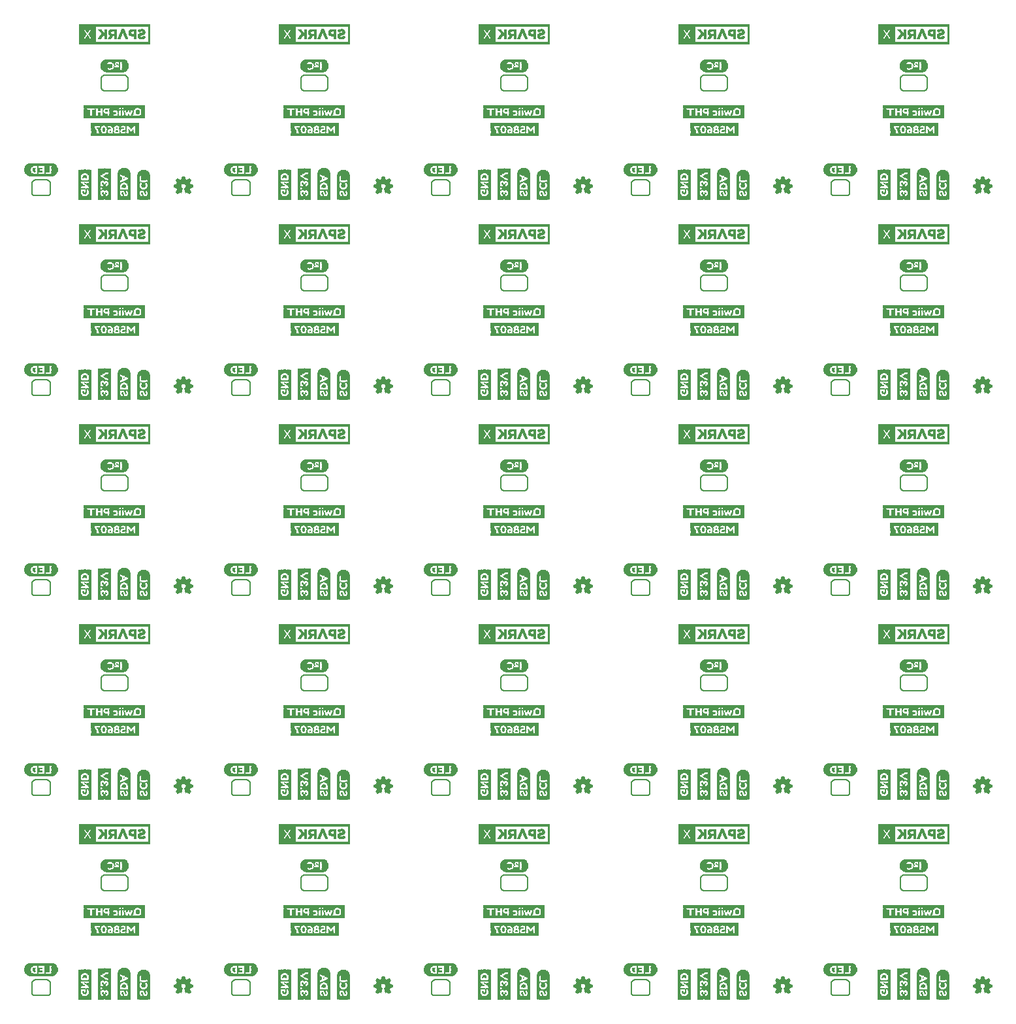
<source format=gbo>
G75*
%MOIN*%
%OFA0B0*%
%FSLAX25Y25*%
%IPPOS*%
%LPD*%
%AMOC8*
5,1,8,0,0,1.08239X$1,22.5*
%
%ADD10C,0.00800*%
%ADD11C,0.00039*%
%ADD12C,0.00299*%
%ADD13R,0.00157X0.15276*%
%ADD14R,0.00157X0.03307*%
%ADD15R,0.00157X0.11024*%
%ADD16R,0.00157X0.02992*%
%ADD17R,0.00157X0.01260*%
%ADD18R,0.00157X0.01890*%
%ADD19R,0.00157X0.00630*%
%ADD20R,0.00157X0.02677*%
%ADD21R,0.00157X0.00787*%
%ADD22R,0.00157X0.01575*%
%ADD23R,0.00157X0.00472*%
%ADD24R,0.00157X0.02520*%
%ADD25R,0.00157X0.01417*%
%ADD26R,0.00157X0.02205*%
%ADD27R,0.00157X0.02362*%
%ADD28R,0.00157X0.02047*%
%ADD29R,0.00157X0.01102*%
%ADD30R,0.00157X0.00945*%
%ADD31R,0.00157X0.02835*%
%ADD32R,0.00157X0.01732*%
%ADD33R,0.00157X0.00157*%
%ADD34R,0.00157X0.00315*%
%ADD35R,0.00157X0.03150*%
%ADD36R,0.00157X0.15906*%
%ADD37R,0.00157X0.03937*%
%ADD38R,0.00157X0.07402*%
%ADD39R,0.00157X0.03622*%
%ADD40R,0.00157X0.03465*%
%ADD41R,0.00157X0.13858*%
%ADD42R,0.00157X0.14331*%
%ADD43R,0.00157X0.14646*%
%ADD44R,0.00157X0.14961*%
%ADD45R,0.00157X0.15118*%
%ADD46R,0.00157X0.15433*%
%ADD47R,0.00157X0.11969*%
%ADD48R,0.00157X0.04567*%
%ADD49R,0.00157X0.04409*%
%ADD50R,0.00157X0.04252*%
%ADD51R,0.00157X0.04094*%
%ADD52R,0.00157X0.03780*%
%ADD53R,0.00157X0.12913*%
%ADD54R,0.00157X0.13386*%
%ADD55R,0.00157X0.13701*%
%ADD56R,0.00157X0.14016*%
%ADD57R,0.00157X0.14173*%
%ADD58R,0.00157X0.14488*%
%ADD59R,0.00157X0.07087*%
%ADD60R,0.00157X0.04882*%
%ADD61R,0.00157X0.05039*%
%ADD62R,0.00157X0.05197*%
%ADD63R,0.09606X0.00157*%
%ADD64R,0.10551X0.00157*%
%ADD65R,0.11181X0.00157*%
%ADD66R,0.11811X0.00157*%
%ADD67R,0.12126X0.00157*%
%ADD68R,0.12441X0.00157*%
%ADD69R,0.12756X0.00157*%
%ADD70R,0.04882X0.00157*%
%ADD71R,0.02835X0.00157*%
%ADD72R,0.03937X0.00157*%
%ADD73R,0.02992X0.00157*%
%ADD74R,0.00787X0.00157*%
%ADD75R,0.02047X0.00157*%
%ADD76R,0.03465X0.00157*%
%ADD77R,0.00630X0.00157*%
%ADD78R,0.01575X0.00157*%
%ADD79R,0.03150X0.00157*%
%ADD80R,0.01260X0.00157*%
%ADD81R,0.00472X0.00157*%
%ADD82R,0.01102X0.00157*%
%ADD83R,0.03307X0.00157*%
%ADD84R,0.00315X0.00157*%
%ADD85R,0.01417X0.00157*%
%ADD86R,0.03780X0.00157*%
%ADD87R,0.05669X0.00157*%
%ADD88R,0.05827X0.00157*%
%ADD89R,0.05984X0.00157*%
%ADD90R,0.00945X0.00157*%
%ADD91R,0.03622X0.00157*%
%ADD92R,0.04094X0.00157*%
%ADD93R,0.04567X0.00157*%
%ADD94C,0.00600*%
%ADD95R,0.31024X0.00157*%
%ADD96R,0.11024X0.00157*%
%ADD97R,0.18110X0.00157*%
%ADD98R,0.06772X0.00157*%
%ADD99R,0.17953X0.00157*%
%ADD100R,0.06142X0.00157*%
%ADD101R,0.01732X0.00157*%
%ADD102R,0.02677X0.00157*%
%ADD103R,0.02362X0.00157*%
%ADD104R,0.02205X0.00157*%
%ADD105R,0.05039X0.00157*%
%ADD106R,0.12598X0.00157*%
%ADD107R,0.01890X0.00157*%
%ADD108R,0.02520X0.00157*%
%ADD109R,0.24409X0.00157*%
%ADD110R,0.07717X0.00157*%
%ADD111R,0.13386X0.00157*%
%ADD112R,0.14016X0.00157*%
%ADD113R,0.14646X0.00157*%
%ADD114R,0.14961X0.00157*%
%ADD115R,0.15276X0.00157*%
%ADD116R,0.15591X0.00157*%
%ADD117R,0.15906X0.00157*%
D10*
X0083342Y0092250D02*
X0093342Y0092250D01*
X0093425Y0092252D01*
X0093508Y0092258D01*
X0093591Y0092267D01*
X0093673Y0092281D01*
X0093754Y0092298D01*
X0093835Y0092319D01*
X0093914Y0092343D01*
X0093992Y0092372D01*
X0094069Y0092403D01*
X0094144Y0092439D01*
X0094218Y0092477D01*
X0094290Y0092520D01*
X0094359Y0092565D01*
X0094427Y0092614D01*
X0094492Y0092665D01*
X0094555Y0092720D01*
X0094615Y0092777D01*
X0094672Y0092837D01*
X0094727Y0092900D01*
X0094778Y0092965D01*
X0094827Y0093033D01*
X0094872Y0093102D01*
X0094915Y0093174D01*
X0094953Y0093248D01*
X0094989Y0093323D01*
X0095020Y0093400D01*
X0095049Y0093478D01*
X0095073Y0093557D01*
X0095094Y0093638D01*
X0095111Y0093719D01*
X0095125Y0093801D01*
X0095134Y0093884D01*
X0095140Y0093967D01*
X0095142Y0094050D01*
X0095142Y0098450D01*
X0095140Y0098533D01*
X0095134Y0098616D01*
X0095125Y0098699D01*
X0095111Y0098781D01*
X0095094Y0098862D01*
X0095073Y0098943D01*
X0095049Y0099022D01*
X0095020Y0099100D01*
X0094989Y0099177D01*
X0094953Y0099252D01*
X0094915Y0099326D01*
X0094872Y0099398D01*
X0094827Y0099467D01*
X0094778Y0099535D01*
X0094727Y0099600D01*
X0094672Y0099663D01*
X0094615Y0099723D01*
X0094555Y0099780D01*
X0094492Y0099835D01*
X0094427Y0099886D01*
X0094359Y0099935D01*
X0094290Y0099980D01*
X0094218Y0100023D01*
X0094144Y0100061D01*
X0094069Y0100097D01*
X0093992Y0100128D01*
X0093914Y0100157D01*
X0093835Y0100181D01*
X0093754Y0100202D01*
X0093673Y0100219D01*
X0093591Y0100233D01*
X0093508Y0100242D01*
X0093425Y0100248D01*
X0093342Y0100250D01*
X0083342Y0100250D01*
X0083259Y0100248D01*
X0083176Y0100242D01*
X0083093Y0100233D01*
X0083011Y0100219D01*
X0082930Y0100202D01*
X0082849Y0100181D01*
X0082770Y0100157D01*
X0082692Y0100128D01*
X0082615Y0100097D01*
X0082540Y0100061D01*
X0082466Y0100023D01*
X0082394Y0099980D01*
X0082325Y0099935D01*
X0082257Y0099886D01*
X0082192Y0099835D01*
X0082129Y0099780D01*
X0082069Y0099723D01*
X0082012Y0099663D01*
X0081957Y0099600D01*
X0081906Y0099535D01*
X0081857Y0099467D01*
X0081812Y0099398D01*
X0081769Y0099326D01*
X0081731Y0099252D01*
X0081695Y0099177D01*
X0081664Y0099100D01*
X0081635Y0099022D01*
X0081611Y0098943D01*
X0081590Y0098862D01*
X0081573Y0098781D01*
X0081559Y0098699D01*
X0081550Y0098616D01*
X0081544Y0098533D01*
X0081542Y0098450D01*
X0081542Y0094050D01*
X0081544Y0093967D01*
X0081550Y0093884D01*
X0081559Y0093801D01*
X0081573Y0093719D01*
X0081590Y0093638D01*
X0081611Y0093557D01*
X0081635Y0093478D01*
X0081664Y0093400D01*
X0081695Y0093323D01*
X0081731Y0093248D01*
X0081769Y0093174D01*
X0081812Y0093102D01*
X0081857Y0093033D01*
X0081906Y0092965D01*
X0081957Y0092900D01*
X0082012Y0092837D01*
X0082069Y0092777D01*
X0082129Y0092720D01*
X0082192Y0092665D01*
X0082257Y0092614D01*
X0082325Y0092565D01*
X0082394Y0092520D01*
X0082466Y0092477D01*
X0082540Y0092439D01*
X0082615Y0092403D01*
X0082692Y0092372D01*
X0082770Y0092343D01*
X0082849Y0092319D01*
X0082930Y0092298D01*
X0083011Y0092281D01*
X0083093Y0092267D01*
X0083176Y0092258D01*
X0083259Y0092252D01*
X0083342Y0092250D01*
X0183542Y0094050D02*
X0183542Y0098450D01*
X0183544Y0098533D01*
X0183550Y0098616D01*
X0183559Y0098699D01*
X0183573Y0098781D01*
X0183590Y0098862D01*
X0183611Y0098943D01*
X0183635Y0099022D01*
X0183664Y0099100D01*
X0183695Y0099177D01*
X0183731Y0099252D01*
X0183769Y0099326D01*
X0183812Y0099398D01*
X0183857Y0099467D01*
X0183906Y0099535D01*
X0183957Y0099600D01*
X0184012Y0099663D01*
X0184069Y0099723D01*
X0184129Y0099780D01*
X0184192Y0099835D01*
X0184257Y0099886D01*
X0184325Y0099935D01*
X0184394Y0099980D01*
X0184466Y0100023D01*
X0184540Y0100061D01*
X0184615Y0100097D01*
X0184692Y0100128D01*
X0184770Y0100157D01*
X0184849Y0100181D01*
X0184930Y0100202D01*
X0185011Y0100219D01*
X0185093Y0100233D01*
X0185176Y0100242D01*
X0185259Y0100248D01*
X0185342Y0100250D01*
X0195342Y0100250D01*
X0195425Y0100248D01*
X0195508Y0100242D01*
X0195591Y0100233D01*
X0195673Y0100219D01*
X0195754Y0100202D01*
X0195835Y0100181D01*
X0195914Y0100157D01*
X0195992Y0100128D01*
X0196069Y0100097D01*
X0196144Y0100061D01*
X0196218Y0100023D01*
X0196290Y0099980D01*
X0196359Y0099935D01*
X0196427Y0099886D01*
X0196492Y0099835D01*
X0196555Y0099780D01*
X0196615Y0099723D01*
X0196672Y0099663D01*
X0196727Y0099600D01*
X0196778Y0099535D01*
X0196827Y0099467D01*
X0196872Y0099398D01*
X0196915Y0099326D01*
X0196953Y0099252D01*
X0196989Y0099177D01*
X0197020Y0099100D01*
X0197049Y0099022D01*
X0197073Y0098943D01*
X0197094Y0098862D01*
X0197111Y0098781D01*
X0197125Y0098699D01*
X0197134Y0098616D01*
X0197140Y0098533D01*
X0197142Y0098450D01*
X0197142Y0094050D01*
X0197140Y0093967D01*
X0197134Y0093884D01*
X0197125Y0093801D01*
X0197111Y0093719D01*
X0197094Y0093638D01*
X0197073Y0093557D01*
X0197049Y0093478D01*
X0197020Y0093400D01*
X0196989Y0093323D01*
X0196953Y0093248D01*
X0196915Y0093174D01*
X0196872Y0093102D01*
X0196827Y0093033D01*
X0196778Y0092965D01*
X0196727Y0092900D01*
X0196672Y0092837D01*
X0196615Y0092777D01*
X0196555Y0092720D01*
X0196492Y0092665D01*
X0196427Y0092614D01*
X0196359Y0092565D01*
X0196290Y0092520D01*
X0196218Y0092477D01*
X0196144Y0092439D01*
X0196069Y0092403D01*
X0195992Y0092372D01*
X0195914Y0092343D01*
X0195835Y0092319D01*
X0195754Y0092298D01*
X0195673Y0092281D01*
X0195591Y0092267D01*
X0195508Y0092258D01*
X0195425Y0092252D01*
X0195342Y0092250D01*
X0185342Y0092250D01*
X0185259Y0092252D01*
X0185176Y0092258D01*
X0185093Y0092267D01*
X0185011Y0092281D01*
X0184930Y0092298D01*
X0184849Y0092319D01*
X0184770Y0092343D01*
X0184692Y0092372D01*
X0184615Y0092403D01*
X0184540Y0092439D01*
X0184466Y0092477D01*
X0184394Y0092520D01*
X0184325Y0092565D01*
X0184257Y0092614D01*
X0184192Y0092665D01*
X0184129Y0092720D01*
X0184069Y0092777D01*
X0184012Y0092837D01*
X0183957Y0092900D01*
X0183906Y0092965D01*
X0183857Y0093033D01*
X0183812Y0093102D01*
X0183769Y0093174D01*
X0183731Y0093248D01*
X0183695Y0093323D01*
X0183664Y0093400D01*
X0183635Y0093478D01*
X0183611Y0093557D01*
X0183590Y0093638D01*
X0183573Y0093719D01*
X0183559Y0093801D01*
X0183550Y0093884D01*
X0183544Y0093967D01*
X0183542Y0094050D01*
X0285542Y0094050D02*
X0285542Y0098450D01*
X0285544Y0098533D01*
X0285550Y0098616D01*
X0285559Y0098699D01*
X0285573Y0098781D01*
X0285590Y0098862D01*
X0285611Y0098943D01*
X0285635Y0099022D01*
X0285664Y0099100D01*
X0285695Y0099177D01*
X0285731Y0099252D01*
X0285769Y0099326D01*
X0285812Y0099398D01*
X0285857Y0099467D01*
X0285906Y0099535D01*
X0285957Y0099600D01*
X0286012Y0099663D01*
X0286069Y0099723D01*
X0286129Y0099780D01*
X0286192Y0099835D01*
X0286257Y0099886D01*
X0286325Y0099935D01*
X0286394Y0099980D01*
X0286466Y0100023D01*
X0286540Y0100061D01*
X0286615Y0100097D01*
X0286692Y0100128D01*
X0286770Y0100157D01*
X0286849Y0100181D01*
X0286930Y0100202D01*
X0287011Y0100219D01*
X0287093Y0100233D01*
X0287176Y0100242D01*
X0287259Y0100248D01*
X0287342Y0100250D01*
X0297342Y0100250D01*
X0297425Y0100248D01*
X0297508Y0100242D01*
X0297591Y0100233D01*
X0297673Y0100219D01*
X0297754Y0100202D01*
X0297835Y0100181D01*
X0297914Y0100157D01*
X0297992Y0100128D01*
X0298069Y0100097D01*
X0298144Y0100061D01*
X0298218Y0100023D01*
X0298290Y0099980D01*
X0298359Y0099935D01*
X0298427Y0099886D01*
X0298492Y0099835D01*
X0298555Y0099780D01*
X0298615Y0099723D01*
X0298672Y0099663D01*
X0298727Y0099600D01*
X0298778Y0099535D01*
X0298827Y0099467D01*
X0298872Y0099398D01*
X0298915Y0099326D01*
X0298953Y0099252D01*
X0298989Y0099177D01*
X0299020Y0099100D01*
X0299049Y0099022D01*
X0299073Y0098943D01*
X0299094Y0098862D01*
X0299111Y0098781D01*
X0299125Y0098699D01*
X0299134Y0098616D01*
X0299140Y0098533D01*
X0299142Y0098450D01*
X0299142Y0094050D01*
X0299140Y0093967D01*
X0299134Y0093884D01*
X0299125Y0093801D01*
X0299111Y0093719D01*
X0299094Y0093638D01*
X0299073Y0093557D01*
X0299049Y0093478D01*
X0299020Y0093400D01*
X0298989Y0093323D01*
X0298953Y0093248D01*
X0298915Y0093174D01*
X0298872Y0093102D01*
X0298827Y0093033D01*
X0298778Y0092965D01*
X0298727Y0092900D01*
X0298672Y0092837D01*
X0298615Y0092777D01*
X0298555Y0092720D01*
X0298492Y0092665D01*
X0298427Y0092614D01*
X0298359Y0092565D01*
X0298290Y0092520D01*
X0298218Y0092477D01*
X0298144Y0092439D01*
X0298069Y0092403D01*
X0297992Y0092372D01*
X0297914Y0092343D01*
X0297835Y0092319D01*
X0297754Y0092298D01*
X0297673Y0092281D01*
X0297591Y0092267D01*
X0297508Y0092258D01*
X0297425Y0092252D01*
X0297342Y0092250D01*
X0287342Y0092250D01*
X0287259Y0092252D01*
X0287176Y0092258D01*
X0287093Y0092267D01*
X0287011Y0092281D01*
X0286930Y0092298D01*
X0286849Y0092319D01*
X0286770Y0092343D01*
X0286692Y0092372D01*
X0286615Y0092403D01*
X0286540Y0092439D01*
X0286466Y0092477D01*
X0286394Y0092520D01*
X0286325Y0092565D01*
X0286257Y0092614D01*
X0286192Y0092665D01*
X0286129Y0092720D01*
X0286069Y0092777D01*
X0286012Y0092837D01*
X0285957Y0092900D01*
X0285906Y0092965D01*
X0285857Y0093033D01*
X0285812Y0093102D01*
X0285769Y0093174D01*
X0285731Y0093248D01*
X0285695Y0093323D01*
X0285664Y0093400D01*
X0285635Y0093478D01*
X0285611Y0093557D01*
X0285590Y0093638D01*
X0285573Y0093719D01*
X0285559Y0093801D01*
X0285550Y0093884D01*
X0285544Y0093967D01*
X0285542Y0094050D01*
X0387542Y0094050D02*
X0387542Y0098450D01*
X0387544Y0098533D01*
X0387550Y0098616D01*
X0387559Y0098699D01*
X0387573Y0098781D01*
X0387590Y0098862D01*
X0387611Y0098943D01*
X0387635Y0099022D01*
X0387664Y0099100D01*
X0387695Y0099177D01*
X0387731Y0099252D01*
X0387769Y0099326D01*
X0387812Y0099398D01*
X0387857Y0099467D01*
X0387906Y0099535D01*
X0387957Y0099600D01*
X0388012Y0099663D01*
X0388069Y0099723D01*
X0388129Y0099780D01*
X0388192Y0099835D01*
X0388257Y0099886D01*
X0388325Y0099935D01*
X0388394Y0099980D01*
X0388466Y0100023D01*
X0388540Y0100061D01*
X0388615Y0100097D01*
X0388692Y0100128D01*
X0388770Y0100157D01*
X0388849Y0100181D01*
X0388930Y0100202D01*
X0389011Y0100219D01*
X0389093Y0100233D01*
X0389176Y0100242D01*
X0389259Y0100248D01*
X0389342Y0100250D01*
X0399342Y0100250D01*
X0399425Y0100248D01*
X0399508Y0100242D01*
X0399591Y0100233D01*
X0399673Y0100219D01*
X0399754Y0100202D01*
X0399835Y0100181D01*
X0399914Y0100157D01*
X0399992Y0100128D01*
X0400069Y0100097D01*
X0400144Y0100061D01*
X0400218Y0100023D01*
X0400290Y0099980D01*
X0400359Y0099935D01*
X0400427Y0099886D01*
X0400492Y0099835D01*
X0400555Y0099780D01*
X0400615Y0099723D01*
X0400672Y0099663D01*
X0400727Y0099600D01*
X0400778Y0099535D01*
X0400827Y0099467D01*
X0400872Y0099398D01*
X0400915Y0099326D01*
X0400953Y0099252D01*
X0400989Y0099177D01*
X0401020Y0099100D01*
X0401049Y0099022D01*
X0401073Y0098943D01*
X0401094Y0098862D01*
X0401111Y0098781D01*
X0401125Y0098699D01*
X0401134Y0098616D01*
X0401140Y0098533D01*
X0401142Y0098450D01*
X0401142Y0094050D01*
X0401140Y0093967D01*
X0401134Y0093884D01*
X0401125Y0093801D01*
X0401111Y0093719D01*
X0401094Y0093638D01*
X0401073Y0093557D01*
X0401049Y0093478D01*
X0401020Y0093400D01*
X0400989Y0093323D01*
X0400953Y0093248D01*
X0400915Y0093174D01*
X0400872Y0093102D01*
X0400827Y0093033D01*
X0400778Y0092965D01*
X0400727Y0092900D01*
X0400672Y0092837D01*
X0400615Y0092777D01*
X0400555Y0092720D01*
X0400492Y0092665D01*
X0400427Y0092614D01*
X0400359Y0092565D01*
X0400290Y0092520D01*
X0400218Y0092477D01*
X0400144Y0092439D01*
X0400069Y0092403D01*
X0399992Y0092372D01*
X0399914Y0092343D01*
X0399835Y0092319D01*
X0399754Y0092298D01*
X0399673Y0092281D01*
X0399591Y0092267D01*
X0399508Y0092258D01*
X0399425Y0092252D01*
X0399342Y0092250D01*
X0389342Y0092250D01*
X0389259Y0092252D01*
X0389176Y0092258D01*
X0389093Y0092267D01*
X0389011Y0092281D01*
X0388930Y0092298D01*
X0388849Y0092319D01*
X0388770Y0092343D01*
X0388692Y0092372D01*
X0388615Y0092403D01*
X0388540Y0092439D01*
X0388466Y0092477D01*
X0388394Y0092520D01*
X0388325Y0092565D01*
X0388257Y0092614D01*
X0388192Y0092665D01*
X0388129Y0092720D01*
X0388069Y0092777D01*
X0388012Y0092837D01*
X0387957Y0092900D01*
X0387906Y0092965D01*
X0387857Y0093033D01*
X0387812Y0093102D01*
X0387769Y0093174D01*
X0387731Y0093248D01*
X0387695Y0093323D01*
X0387664Y0093400D01*
X0387635Y0093478D01*
X0387611Y0093557D01*
X0387590Y0093638D01*
X0387573Y0093719D01*
X0387559Y0093801D01*
X0387550Y0093884D01*
X0387544Y0093967D01*
X0387542Y0094050D01*
X0489542Y0094050D02*
X0489542Y0098450D01*
X0489544Y0098533D01*
X0489550Y0098616D01*
X0489559Y0098699D01*
X0489573Y0098781D01*
X0489590Y0098862D01*
X0489611Y0098943D01*
X0489635Y0099022D01*
X0489664Y0099100D01*
X0489695Y0099177D01*
X0489731Y0099252D01*
X0489769Y0099326D01*
X0489812Y0099398D01*
X0489857Y0099467D01*
X0489906Y0099535D01*
X0489957Y0099600D01*
X0490012Y0099663D01*
X0490069Y0099723D01*
X0490129Y0099780D01*
X0490192Y0099835D01*
X0490257Y0099886D01*
X0490325Y0099935D01*
X0490394Y0099980D01*
X0490466Y0100023D01*
X0490540Y0100061D01*
X0490615Y0100097D01*
X0490692Y0100128D01*
X0490770Y0100157D01*
X0490849Y0100181D01*
X0490930Y0100202D01*
X0491011Y0100219D01*
X0491093Y0100233D01*
X0491176Y0100242D01*
X0491259Y0100248D01*
X0491342Y0100250D01*
X0501342Y0100250D01*
X0501425Y0100248D01*
X0501508Y0100242D01*
X0501591Y0100233D01*
X0501673Y0100219D01*
X0501754Y0100202D01*
X0501835Y0100181D01*
X0501914Y0100157D01*
X0501992Y0100128D01*
X0502069Y0100097D01*
X0502144Y0100061D01*
X0502218Y0100023D01*
X0502290Y0099980D01*
X0502359Y0099935D01*
X0502427Y0099886D01*
X0502492Y0099835D01*
X0502555Y0099780D01*
X0502615Y0099723D01*
X0502672Y0099663D01*
X0502727Y0099600D01*
X0502778Y0099535D01*
X0502827Y0099467D01*
X0502872Y0099398D01*
X0502915Y0099326D01*
X0502953Y0099252D01*
X0502989Y0099177D01*
X0503020Y0099100D01*
X0503049Y0099022D01*
X0503073Y0098943D01*
X0503094Y0098862D01*
X0503111Y0098781D01*
X0503125Y0098699D01*
X0503134Y0098616D01*
X0503140Y0098533D01*
X0503142Y0098450D01*
X0503142Y0094050D01*
X0503140Y0093967D01*
X0503134Y0093884D01*
X0503125Y0093801D01*
X0503111Y0093719D01*
X0503094Y0093638D01*
X0503073Y0093557D01*
X0503049Y0093478D01*
X0503020Y0093400D01*
X0502989Y0093323D01*
X0502953Y0093248D01*
X0502915Y0093174D01*
X0502872Y0093102D01*
X0502827Y0093033D01*
X0502778Y0092965D01*
X0502727Y0092900D01*
X0502672Y0092837D01*
X0502615Y0092777D01*
X0502555Y0092720D01*
X0502492Y0092665D01*
X0502427Y0092614D01*
X0502359Y0092565D01*
X0502290Y0092520D01*
X0502218Y0092477D01*
X0502144Y0092439D01*
X0502069Y0092403D01*
X0501992Y0092372D01*
X0501914Y0092343D01*
X0501835Y0092319D01*
X0501754Y0092298D01*
X0501673Y0092281D01*
X0501591Y0092267D01*
X0501508Y0092258D01*
X0501425Y0092252D01*
X0501342Y0092250D01*
X0491342Y0092250D01*
X0491259Y0092252D01*
X0491176Y0092258D01*
X0491093Y0092267D01*
X0491011Y0092281D01*
X0490930Y0092298D01*
X0490849Y0092319D01*
X0490770Y0092343D01*
X0490692Y0092372D01*
X0490615Y0092403D01*
X0490540Y0092439D01*
X0490466Y0092477D01*
X0490394Y0092520D01*
X0490325Y0092565D01*
X0490257Y0092614D01*
X0490192Y0092665D01*
X0490129Y0092720D01*
X0490069Y0092777D01*
X0490012Y0092837D01*
X0489957Y0092900D01*
X0489906Y0092965D01*
X0489857Y0093033D01*
X0489812Y0093102D01*
X0489769Y0093174D01*
X0489731Y0093248D01*
X0489695Y0093323D01*
X0489664Y0093400D01*
X0489635Y0093478D01*
X0489611Y0093557D01*
X0489590Y0093638D01*
X0489573Y0093719D01*
X0489559Y0093801D01*
X0489550Y0093884D01*
X0489544Y0093967D01*
X0489542Y0094050D01*
X0491342Y0194250D02*
X0501342Y0194250D01*
X0501425Y0194252D01*
X0501508Y0194258D01*
X0501591Y0194267D01*
X0501673Y0194281D01*
X0501754Y0194298D01*
X0501835Y0194319D01*
X0501914Y0194343D01*
X0501992Y0194372D01*
X0502069Y0194403D01*
X0502144Y0194439D01*
X0502218Y0194477D01*
X0502290Y0194520D01*
X0502359Y0194565D01*
X0502427Y0194614D01*
X0502492Y0194665D01*
X0502555Y0194720D01*
X0502615Y0194777D01*
X0502672Y0194837D01*
X0502727Y0194900D01*
X0502778Y0194965D01*
X0502827Y0195033D01*
X0502872Y0195102D01*
X0502915Y0195174D01*
X0502953Y0195248D01*
X0502989Y0195323D01*
X0503020Y0195400D01*
X0503049Y0195478D01*
X0503073Y0195557D01*
X0503094Y0195638D01*
X0503111Y0195719D01*
X0503125Y0195801D01*
X0503134Y0195884D01*
X0503140Y0195967D01*
X0503142Y0196050D01*
X0503142Y0200450D01*
X0503140Y0200533D01*
X0503134Y0200616D01*
X0503125Y0200699D01*
X0503111Y0200781D01*
X0503094Y0200862D01*
X0503073Y0200943D01*
X0503049Y0201022D01*
X0503020Y0201100D01*
X0502989Y0201177D01*
X0502953Y0201252D01*
X0502915Y0201326D01*
X0502872Y0201398D01*
X0502827Y0201467D01*
X0502778Y0201535D01*
X0502727Y0201600D01*
X0502672Y0201663D01*
X0502615Y0201723D01*
X0502555Y0201780D01*
X0502492Y0201835D01*
X0502427Y0201886D01*
X0502359Y0201935D01*
X0502290Y0201980D01*
X0502218Y0202023D01*
X0502144Y0202061D01*
X0502069Y0202097D01*
X0501992Y0202128D01*
X0501914Y0202157D01*
X0501835Y0202181D01*
X0501754Y0202202D01*
X0501673Y0202219D01*
X0501591Y0202233D01*
X0501508Y0202242D01*
X0501425Y0202248D01*
X0501342Y0202250D01*
X0491342Y0202250D01*
X0491259Y0202248D01*
X0491176Y0202242D01*
X0491093Y0202233D01*
X0491011Y0202219D01*
X0490930Y0202202D01*
X0490849Y0202181D01*
X0490770Y0202157D01*
X0490692Y0202128D01*
X0490615Y0202097D01*
X0490540Y0202061D01*
X0490466Y0202023D01*
X0490394Y0201980D01*
X0490325Y0201935D01*
X0490257Y0201886D01*
X0490192Y0201835D01*
X0490129Y0201780D01*
X0490069Y0201723D01*
X0490012Y0201663D01*
X0489957Y0201600D01*
X0489906Y0201535D01*
X0489857Y0201467D01*
X0489812Y0201398D01*
X0489769Y0201326D01*
X0489731Y0201252D01*
X0489695Y0201177D01*
X0489664Y0201100D01*
X0489635Y0201022D01*
X0489611Y0200943D01*
X0489590Y0200862D01*
X0489573Y0200781D01*
X0489559Y0200699D01*
X0489550Y0200616D01*
X0489544Y0200533D01*
X0489542Y0200450D01*
X0489542Y0196050D01*
X0489544Y0195967D01*
X0489550Y0195884D01*
X0489559Y0195801D01*
X0489573Y0195719D01*
X0489590Y0195638D01*
X0489611Y0195557D01*
X0489635Y0195478D01*
X0489664Y0195400D01*
X0489695Y0195323D01*
X0489731Y0195248D01*
X0489769Y0195174D01*
X0489812Y0195102D01*
X0489857Y0195033D01*
X0489906Y0194965D01*
X0489957Y0194900D01*
X0490012Y0194837D01*
X0490069Y0194777D01*
X0490129Y0194720D01*
X0490192Y0194665D01*
X0490257Y0194614D01*
X0490325Y0194565D01*
X0490394Y0194520D01*
X0490466Y0194477D01*
X0490540Y0194439D01*
X0490615Y0194403D01*
X0490692Y0194372D01*
X0490770Y0194343D01*
X0490849Y0194319D01*
X0490930Y0194298D01*
X0491011Y0194281D01*
X0491093Y0194267D01*
X0491176Y0194258D01*
X0491259Y0194252D01*
X0491342Y0194250D01*
X0401142Y0196050D02*
X0401142Y0200450D01*
X0401140Y0200533D01*
X0401134Y0200616D01*
X0401125Y0200699D01*
X0401111Y0200781D01*
X0401094Y0200862D01*
X0401073Y0200943D01*
X0401049Y0201022D01*
X0401020Y0201100D01*
X0400989Y0201177D01*
X0400953Y0201252D01*
X0400915Y0201326D01*
X0400872Y0201398D01*
X0400827Y0201467D01*
X0400778Y0201535D01*
X0400727Y0201600D01*
X0400672Y0201663D01*
X0400615Y0201723D01*
X0400555Y0201780D01*
X0400492Y0201835D01*
X0400427Y0201886D01*
X0400359Y0201935D01*
X0400290Y0201980D01*
X0400218Y0202023D01*
X0400144Y0202061D01*
X0400069Y0202097D01*
X0399992Y0202128D01*
X0399914Y0202157D01*
X0399835Y0202181D01*
X0399754Y0202202D01*
X0399673Y0202219D01*
X0399591Y0202233D01*
X0399508Y0202242D01*
X0399425Y0202248D01*
X0399342Y0202250D01*
X0389342Y0202250D01*
X0389259Y0202248D01*
X0389176Y0202242D01*
X0389093Y0202233D01*
X0389011Y0202219D01*
X0388930Y0202202D01*
X0388849Y0202181D01*
X0388770Y0202157D01*
X0388692Y0202128D01*
X0388615Y0202097D01*
X0388540Y0202061D01*
X0388466Y0202023D01*
X0388394Y0201980D01*
X0388325Y0201935D01*
X0388257Y0201886D01*
X0388192Y0201835D01*
X0388129Y0201780D01*
X0388069Y0201723D01*
X0388012Y0201663D01*
X0387957Y0201600D01*
X0387906Y0201535D01*
X0387857Y0201467D01*
X0387812Y0201398D01*
X0387769Y0201326D01*
X0387731Y0201252D01*
X0387695Y0201177D01*
X0387664Y0201100D01*
X0387635Y0201022D01*
X0387611Y0200943D01*
X0387590Y0200862D01*
X0387573Y0200781D01*
X0387559Y0200699D01*
X0387550Y0200616D01*
X0387544Y0200533D01*
X0387542Y0200450D01*
X0387542Y0196050D01*
X0387544Y0195967D01*
X0387550Y0195884D01*
X0387559Y0195801D01*
X0387573Y0195719D01*
X0387590Y0195638D01*
X0387611Y0195557D01*
X0387635Y0195478D01*
X0387664Y0195400D01*
X0387695Y0195323D01*
X0387731Y0195248D01*
X0387769Y0195174D01*
X0387812Y0195102D01*
X0387857Y0195033D01*
X0387906Y0194965D01*
X0387957Y0194900D01*
X0388012Y0194837D01*
X0388069Y0194777D01*
X0388129Y0194720D01*
X0388192Y0194665D01*
X0388257Y0194614D01*
X0388325Y0194565D01*
X0388394Y0194520D01*
X0388466Y0194477D01*
X0388540Y0194439D01*
X0388615Y0194403D01*
X0388692Y0194372D01*
X0388770Y0194343D01*
X0388849Y0194319D01*
X0388930Y0194298D01*
X0389011Y0194281D01*
X0389093Y0194267D01*
X0389176Y0194258D01*
X0389259Y0194252D01*
X0389342Y0194250D01*
X0399342Y0194250D01*
X0399425Y0194252D01*
X0399508Y0194258D01*
X0399591Y0194267D01*
X0399673Y0194281D01*
X0399754Y0194298D01*
X0399835Y0194319D01*
X0399914Y0194343D01*
X0399992Y0194372D01*
X0400069Y0194403D01*
X0400144Y0194439D01*
X0400218Y0194477D01*
X0400290Y0194520D01*
X0400359Y0194565D01*
X0400427Y0194614D01*
X0400492Y0194665D01*
X0400555Y0194720D01*
X0400615Y0194777D01*
X0400672Y0194837D01*
X0400727Y0194900D01*
X0400778Y0194965D01*
X0400827Y0195033D01*
X0400872Y0195102D01*
X0400915Y0195174D01*
X0400953Y0195248D01*
X0400989Y0195323D01*
X0401020Y0195400D01*
X0401049Y0195478D01*
X0401073Y0195557D01*
X0401094Y0195638D01*
X0401111Y0195719D01*
X0401125Y0195801D01*
X0401134Y0195884D01*
X0401140Y0195967D01*
X0401142Y0196050D01*
X0299142Y0196050D02*
X0299142Y0200450D01*
X0299140Y0200533D01*
X0299134Y0200616D01*
X0299125Y0200699D01*
X0299111Y0200781D01*
X0299094Y0200862D01*
X0299073Y0200943D01*
X0299049Y0201022D01*
X0299020Y0201100D01*
X0298989Y0201177D01*
X0298953Y0201252D01*
X0298915Y0201326D01*
X0298872Y0201398D01*
X0298827Y0201467D01*
X0298778Y0201535D01*
X0298727Y0201600D01*
X0298672Y0201663D01*
X0298615Y0201723D01*
X0298555Y0201780D01*
X0298492Y0201835D01*
X0298427Y0201886D01*
X0298359Y0201935D01*
X0298290Y0201980D01*
X0298218Y0202023D01*
X0298144Y0202061D01*
X0298069Y0202097D01*
X0297992Y0202128D01*
X0297914Y0202157D01*
X0297835Y0202181D01*
X0297754Y0202202D01*
X0297673Y0202219D01*
X0297591Y0202233D01*
X0297508Y0202242D01*
X0297425Y0202248D01*
X0297342Y0202250D01*
X0287342Y0202250D01*
X0287259Y0202248D01*
X0287176Y0202242D01*
X0287093Y0202233D01*
X0287011Y0202219D01*
X0286930Y0202202D01*
X0286849Y0202181D01*
X0286770Y0202157D01*
X0286692Y0202128D01*
X0286615Y0202097D01*
X0286540Y0202061D01*
X0286466Y0202023D01*
X0286394Y0201980D01*
X0286325Y0201935D01*
X0286257Y0201886D01*
X0286192Y0201835D01*
X0286129Y0201780D01*
X0286069Y0201723D01*
X0286012Y0201663D01*
X0285957Y0201600D01*
X0285906Y0201535D01*
X0285857Y0201467D01*
X0285812Y0201398D01*
X0285769Y0201326D01*
X0285731Y0201252D01*
X0285695Y0201177D01*
X0285664Y0201100D01*
X0285635Y0201022D01*
X0285611Y0200943D01*
X0285590Y0200862D01*
X0285573Y0200781D01*
X0285559Y0200699D01*
X0285550Y0200616D01*
X0285544Y0200533D01*
X0285542Y0200450D01*
X0285542Y0196050D01*
X0285544Y0195967D01*
X0285550Y0195884D01*
X0285559Y0195801D01*
X0285573Y0195719D01*
X0285590Y0195638D01*
X0285611Y0195557D01*
X0285635Y0195478D01*
X0285664Y0195400D01*
X0285695Y0195323D01*
X0285731Y0195248D01*
X0285769Y0195174D01*
X0285812Y0195102D01*
X0285857Y0195033D01*
X0285906Y0194965D01*
X0285957Y0194900D01*
X0286012Y0194837D01*
X0286069Y0194777D01*
X0286129Y0194720D01*
X0286192Y0194665D01*
X0286257Y0194614D01*
X0286325Y0194565D01*
X0286394Y0194520D01*
X0286466Y0194477D01*
X0286540Y0194439D01*
X0286615Y0194403D01*
X0286692Y0194372D01*
X0286770Y0194343D01*
X0286849Y0194319D01*
X0286930Y0194298D01*
X0287011Y0194281D01*
X0287093Y0194267D01*
X0287176Y0194258D01*
X0287259Y0194252D01*
X0287342Y0194250D01*
X0297342Y0194250D01*
X0297425Y0194252D01*
X0297508Y0194258D01*
X0297591Y0194267D01*
X0297673Y0194281D01*
X0297754Y0194298D01*
X0297835Y0194319D01*
X0297914Y0194343D01*
X0297992Y0194372D01*
X0298069Y0194403D01*
X0298144Y0194439D01*
X0298218Y0194477D01*
X0298290Y0194520D01*
X0298359Y0194565D01*
X0298427Y0194614D01*
X0298492Y0194665D01*
X0298555Y0194720D01*
X0298615Y0194777D01*
X0298672Y0194837D01*
X0298727Y0194900D01*
X0298778Y0194965D01*
X0298827Y0195033D01*
X0298872Y0195102D01*
X0298915Y0195174D01*
X0298953Y0195248D01*
X0298989Y0195323D01*
X0299020Y0195400D01*
X0299049Y0195478D01*
X0299073Y0195557D01*
X0299094Y0195638D01*
X0299111Y0195719D01*
X0299125Y0195801D01*
X0299134Y0195884D01*
X0299140Y0195967D01*
X0299142Y0196050D01*
X0297342Y0296250D02*
X0287342Y0296250D01*
X0287259Y0296252D01*
X0287176Y0296258D01*
X0287093Y0296267D01*
X0287011Y0296281D01*
X0286930Y0296298D01*
X0286849Y0296319D01*
X0286770Y0296343D01*
X0286692Y0296372D01*
X0286615Y0296403D01*
X0286540Y0296439D01*
X0286466Y0296477D01*
X0286394Y0296520D01*
X0286325Y0296565D01*
X0286257Y0296614D01*
X0286192Y0296665D01*
X0286129Y0296720D01*
X0286069Y0296777D01*
X0286012Y0296837D01*
X0285957Y0296900D01*
X0285906Y0296965D01*
X0285857Y0297033D01*
X0285812Y0297102D01*
X0285769Y0297174D01*
X0285731Y0297248D01*
X0285695Y0297323D01*
X0285664Y0297400D01*
X0285635Y0297478D01*
X0285611Y0297557D01*
X0285590Y0297638D01*
X0285573Y0297719D01*
X0285559Y0297801D01*
X0285550Y0297884D01*
X0285544Y0297967D01*
X0285542Y0298050D01*
X0285542Y0302450D01*
X0285544Y0302533D01*
X0285550Y0302616D01*
X0285559Y0302699D01*
X0285573Y0302781D01*
X0285590Y0302862D01*
X0285611Y0302943D01*
X0285635Y0303022D01*
X0285664Y0303100D01*
X0285695Y0303177D01*
X0285731Y0303252D01*
X0285769Y0303326D01*
X0285812Y0303398D01*
X0285857Y0303467D01*
X0285906Y0303535D01*
X0285957Y0303600D01*
X0286012Y0303663D01*
X0286069Y0303723D01*
X0286129Y0303780D01*
X0286192Y0303835D01*
X0286257Y0303886D01*
X0286325Y0303935D01*
X0286394Y0303980D01*
X0286466Y0304023D01*
X0286540Y0304061D01*
X0286615Y0304097D01*
X0286692Y0304128D01*
X0286770Y0304157D01*
X0286849Y0304181D01*
X0286930Y0304202D01*
X0287011Y0304219D01*
X0287093Y0304233D01*
X0287176Y0304242D01*
X0287259Y0304248D01*
X0287342Y0304250D01*
X0297342Y0304250D01*
X0297425Y0304248D01*
X0297508Y0304242D01*
X0297591Y0304233D01*
X0297673Y0304219D01*
X0297754Y0304202D01*
X0297835Y0304181D01*
X0297914Y0304157D01*
X0297992Y0304128D01*
X0298069Y0304097D01*
X0298144Y0304061D01*
X0298218Y0304023D01*
X0298290Y0303980D01*
X0298359Y0303935D01*
X0298427Y0303886D01*
X0298492Y0303835D01*
X0298555Y0303780D01*
X0298615Y0303723D01*
X0298672Y0303663D01*
X0298727Y0303600D01*
X0298778Y0303535D01*
X0298827Y0303467D01*
X0298872Y0303398D01*
X0298915Y0303326D01*
X0298953Y0303252D01*
X0298989Y0303177D01*
X0299020Y0303100D01*
X0299049Y0303022D01*
X0299073Y0302943D01*
X0299094Y0302862D01*
X0299111Y0302781D01*
X0299125Y0302699D01*
X0299134Y0302616D01*
X0299140Y0302533D01*
X0299142Y0302450D01*
X0299142Y0298050D01*
X0299140Y0297967D01*
X0299134Y0297884D01*
X0299125Y0297801D01*
X0299111Y0297719D01*
X0299094Y0297638D01*
X0299073Y0297557D01*
X0299049Y0297478D01*
X0299020Y0297400D01*
X0298989Y0297323D01*
X0298953Y0297248D01*
X0298915Y0297174D01*
X0298872Y0297102D01*
X0298827Y0297033D01*
X0298778Y0296965D01*
X0298727Y0296900D01*
X0298672Y0296837D01*
X0298615Y0296777D01*
X0298555Y0296720D01*
X0298492Y0296665D01*
X0298427Y0296614D01*
X0298359Y0296565D01*
X0298290Y0296520D01*
X0298218Y0296477D01*
X0298144Y0296439D01*
X0298069Y0296403D01*
X0297992Y0296372D01*
X0297914Y0296343D01*
X0297835Y0296319D01*
X0297754Y0296298D01*
X0297673Y0296281D01*
X0297591Y0296267D01*
X0297508Y0296258D01*
X0297425Y0296252D01*
X0297342Y0296250D01*
X0387542Y0298050D02*
X0387542Y0302450D01*
X0387544Y0302533D01*
X0387550Y0302616D01*
X0387559Y0302699D01*
X0387573Y0302781D01*
X0387590Y0302862D01*
X0387611Y0302943D01*
X0387635Y0303022D01*
X0387664Y0303100D01*
X0387695Y0303177D01*
X0387731Y0303252D01*
X0387769Y0303326D01*
X0387812Y0303398D01*
X0387857Y0303467D01*
X0387906Y0303535D01*
X0387957Y0303600D01*
X0388012Y0303663D01*
X0388069Y0303723D01*
X0388129Y0303780D01*
X0388192Y0303835D01*
X0388257Y0303886D01*
X0388325Y0303935D01*
X0388394Y0303980D01*
X0388466Y0304023D01*
X0388540Y0304061D01*
X0388615Y0304097D01*
X0388692Y0304128D01*
X0388770Y0304157D01*
X0388849Y0304181D01*
X0388930Y0304202D01*
X0389011Y0304219D01*
X0389093Y0304233D01*
X0389176Y0304242D01*
X0389259Y0304248D01*
X0389342Y0304250D01*
X0399342Y0304250D01*
X0399425Y0304248D01*
X0399508Y0304242D01*
X0399591Y0304233D01*
X0399673Y0304219D01*
X0399754Y0304202D01*
X0399835Y0304181D01*
X0399914Y0304157D01*
X0399992Y0304128D01*
X0400069Y0304097D01*
X0400144Y0304061D01*
X0400218Y0304023D01*
X0400290Y0303980D01*
X0400359Y0303935D01*
X0400427Y0303886D01*
X0400492Y0303835D01*
X0400555Y0303780D01*
X0400615Y0303723D01*
X0400672Y0303663D01*
X0400727Y0303600D01*
X0400778Y0303535D01*
X0400827Y0303467D01*
X0400872Y0303398D01*
X0400915Y0303326D01*
X0400953Y0303252D01*
X0400989Y0303177D01*
X0401020Y0303100D01*
X0401049Y0303022D01*
X0401073Y0302943D01*
X0401094Y0302862D01*
X0401111Y0302781D01*
X0401125Y0302699D01*
X0401134Y0302616D01*
X0401140Y0302533D01*
X0401142Y0302450D01*
X0401142Y0298050D01*
X0401140Y0297967D01*
X0401134Y0297884D01*
X0401125Y0297801D01*
X0401111Y0297719D01*
X0401094Y0297638D01*
X0401073Y0297557D01*
X0401049Y0297478D01*
X0401020Y0297400D01*
X0400989Y0297323D01*
X0400953Y0297248D01*
X0400915Y0297174D01*
X0400872Y0297102D01*
X0400827Y0297033D01*
X0400778Y0296965D01*
X0400727Y0296900D01*
X0400672Y0296837D01*
X0400615Y0296777D01*
X0400555Y0296720D01*
X0400492Y0296665D01*
X0400427Y0296614D01*
X0400359Y0296565D01*
X0400290Y0296520D01*
X0400218Y0296477D01*
X0400144Y0296439D01*
X0400069Y0296403D01*
X0399992Y0296372D01*
X0399914Y0296343D01*
X0399835Y0296319D01*
X0399754Y0296298D01*
X0399673Y0296281D01*
X0399591Y0296267D01*
X0399508Y0296258D01*
X0399425Y0296252D01*
X0399342Y0296250D01*
X0389342Y0296250D01*
X0389259Y0296252D01*
X0389176Y0296258D01*
X0389093Y0296267D01*
X0389011Y0296281D01*
X0388930Y0296298D01*
X0388849Y0296319D01*
X0388770Y0296343D01*
X0388692Y0296372D01*
X0388615Y0296403D01*
X0388540Y0296439D01*
X0388466Y0296477D01*
X0388394Y0296520D01*
X0388325Y0296565D01*
X0388257Y0296614D01*
X0388192Y0296665D01*
X0388129Y0296720D01*
X0388069Y0296777D01*
X0388012Y0296837D01*
X0387957Y0296900D01*
X0387906Y0296965D01*
X0387857Y0297033D01*
X0387812Y0297102D01*
X0387769Y0297174D01*
X0387731Y0297248D01*
X0387695Y0297323D01*
X0387664Y0297400D01*
X0387635Y0297478D01*
X0387611Y0297557D01*
X0387590Y0297638D01*
X0387573Y0297719D01*
X0387559Y0297801D01*
X0387550Y0297884D01*
X0387544Y0297967D01*
X0387542Y0298050D01*
X0389342Y0398250D02*
X0399342Y0398250D01*
X0399425Y0398252D01*
X0399508Y0398258D01*
X0399591Y0398267D01*
X0399673Y0398281D01*
X0399754Y0398298D01*
X0399835Y0398319D01*
X0399914Y0398343D01*
X0399992Y0398372D01*
X0400069Y0398403D01*
X0400144Y0398439D01*
X0400218Y0398477D01*
X0400290Y0398520D01*
X0400359Y0398565D01*
X0400427Y0398614D01*
X0400492Y0398665D01*
X0400555Y0398720D01*
X0400615Y0398777D01*
X0400672Y0398837D01*
X0400727Y0398900D01*
X0400778Y0398965D01*
X0400827Y0399033D01*
X0400872Y0399102D01*
X0400915Y0399174D01*
X0400953Y0399248D01*
X0400989Y0399323D01*
X0401020Y0399400D01*
X0401049Y0399478D01*
X0401073Y0399557D01*
X0401094Y0399638D01*
X0401111Y0399719D01*
X0401125Y0399801D01*
X0401134Y0399884D01*
X0401140Y0399967D01*
X0401142Y0400050D01*
X0401142Y0404450D01*
X0401140Y0404533D01*
X0401134Y0404616D01*
X0401125Y0404699D01*
X0401111Y0404781D01*
X0401094Y0404862D01*
X0401073Y0404943D01*
X0401049Y0405022D01*
X0401020Y0405100D01*
X0400989Y0405177D01*
X0400953Y0405252D01*
X0400915Y0405326D01*
X0400872Y0405398D01*
X0400827Y0405467D01*
X0400778Y0405535D01*
X0400727Y0405600D01*
X0400672Y0405663D01*
X0400615Y0405723D01*
X0400555Y0405780D01*
X0400492Y0405835D01*
X0400427Y0405886D01*
X0400359Y0405935D01*
X0400290Y0405980D01*
X0400218Y0406023D01*
X0400144Y0406061D01*
X0400069Y0406097D01*
X0399992Y0406128D01*
X0399914Y0406157D01*
X0399835Y0406181D01*
X0399754Y0406202D01*
X0399673Y0406219D01*
X0399591Y0406233D01*
X0399508Y0406242D01*
X0399425Y0406248D01*
X0399342Y0406250D01*
X0389342Y0406250D01*
X0389259Y0406248D01*
X0389176Y0406242D01*
X0389093Y0406233D01*
X0389011Y0406219D01*
X0388930Y0406202D01*
X0388849Y0406181D01*
X0388770Y0406157D01*
X0388692Y0406128D01*
X0388615Y0406097D01*
X0388540Y0406061D01*
X0388466Y0406023D01*
X0388394Y0405980D01*
X0388325Y0405935D01*
X0388257Y0405886D01*
X0388192Y0405835D01*
X0388129Y0405780D01*
X0388069Y0405723D01*
X0388012Y0405663D01*
X0387957Y0405600D01*
X0387906Y0405535D01*
X0387857Y0405467D01*
X0387812Y0405398D01*
X0387769Y0405326D01*
X0387731Y0405252D01*
X0387695Y0405177D01*
X0387664Y0405100D01*
X0387635Y0405022D01*
X0387611Y0404943D01*
X0387590Y0404862D01*
X0387573Y0404781D01*
X0387559Y0404699D01*
X0387550Y0404616D01*
X0387544Y0404533D01*
X0387542Y0404450D01*
X0387542Y0400050D01*
X0387544Y0399967D01*
X0387550Y0399884D01*
X0387559Y0399801D01*
X0387573Y0399719D01*
X0387590Y0399638D01*
X0387611Y0399557D01*
X0387635Y0399478D01*
X0387664Y0399400D01*
X0387695Y0399323D01*
X0387731Y0399248D01*
X0387769Y0399174D01*
X0387812Y0399102D01*
X0387857Y0399033D01*
X0387906Y0398965D01*
X0387957Y0398900D01*
X0388012Y0398837D01*
X0388069Y0398777D01*
X0388129Y0398720D01*
X0388192Y0398665D01*
X0388257Y0398614D01*
X0388325Y0398565D01*
X0388394Y0398520D01*
X0388466Y0398477D01*
X0388540Y0398439D01*
X0388615Y0398403D01*
X0388692Y0398372D01*
X0388770Y0398343D01*
X0388849Y0398319D01*
X0388930Y0398298D01*
X0389011Y0398281D01*
X0389093Y0398267D01*
X0389176Y0398258D01*
X0389259Y0398252D01*
X0389342Y0398250D01*
X0299142Y0400050D02*
X0299142Y0404450D01*
X0299140Y0404533D01*
X0299134Y0404616D01*
X0299125Y0404699D01*
X0299111Y0404781D01*
X0299094Y0404862D01*
X0299073Y0404943D01*
X0299049Y0405022D01*
X0299020Y0405100D01*
X0298989Y0405177D01*
X0298953Y0405252D01*
X0298915Y0405326D01*
X0298872Y0405398D01*
X0298827Y0405467D01*
X0298778Y0405535D01*
X0298727Y0405600D01*
X0298672Y0405663D01*
X0298615Y0405723D01*
X0298555Y0405780D01*
X0298492Y0405835D01*
X0298427Y0405886D01*
X0298359Y0405935D01*
X0298290Y0405980D01*
X0298218Y0406023D01*
X0298144Y0406061D01*
X0298069Y0406097D01*
X0297992Y0406128D01*
X0297914Y0406157D01*
X0297835Y0406181D01*
X0297754Y0406202D01*
X0297673Y0406219D01*
X0297591Y0406233D01*
X0297508Y0406242D01*
X0297425Y0406248D01*
X0297342Y0406250D01*
X0287342Y0406250D01*
X0287259Y0406248D01*
X0287176Y0406242D01*
X0287093Y0406233D01*
X0287011Y0406219D01*
X0286930Y0406202D01*
X0286849Y0406181D01*
X0286770Y0406157D01*
X0286692Y0406128D01*
X0286615Y0406097D01*
X0286540Y0406061D01*
X0286466Y0406023D01*
X0286394Y0405980D01*
X0286325Y0405935D01*
X0286257Y0405886D01*
X0286192Y0405835D01*
X0286129Y0405780D01*
X0286069Y0405723D01*
X0286012Y0405663D01*
X0285957Y0405600D01*
X0285906Y0405535D01*
X0285857Y0405467D01*
X0285812Y0405398D01*
X0285769Y0405326D01*
X0285731Y0405252D01*
X0285695Y0405177D01*
X0285664Y0405100D01*
X0285635Y0405022D01*
X0285611Y0404943D01*
X0285590Y0404862D01*
X0285573Y0404781D01*
X0285559Y0404699D01*
X0285550Y0404616D01*
X0285544Y0404533D01*
X0285542Y0404450D01*
X0285542Y0400050D01*
X0285544Y0399967D01*
X0285550Y0399884D01*
X0285559Y0399801D01*
X0285573Y0399719D01*
X0285590Y0399638D01*
X0285611Y0399557D01*
X0285635Y0399478D01*
X0285664Y0399400D01*
X0285695Y0399323D01*
X0285731Y0399248D01*
X0285769Y0399174D01*
X0285812Y0399102D01*
X0285857Y0399033D01*
X0285906Y0398965D01*
X0285957Y0398900D01*
X0286012Y0398837D01*
X0286069Y0398777D01*
X0286129Y0398720D01*
X0286192Y0398665D01*
X0286257Y0398614D01*
X0286325Y0398565D01*
X0286394Y0398520D01*
X0286466Y0398477D01*
X0286540Y0398439D01*
X0286615Y0398403D01*
X0286692Y0398372D01*
X0286770Y0398343D01*
X0286849Y0398319D01*
X0286930Y0398298D01*
X0287011Y0398281D01*
X0287093Y0398267D01*
X0287176Y0398258D01*
X0287259Y0398252D01*
X0287342Y0398250D01*
X0297342Y0398250D01*
X0297425Y0398252D01*
X0297508Y0398258D01*
X0297591Y0398267D01*
X0297673Y0398281D01*
X0297754Y0398298D01*
X0297835Y0398319D01*
X0297914Y0398343D01*
X0297992Y0398372D01*
X0298069Y0398403D01*
X0298144Y0398439D01*
X0298218Y0398477D01*
X0298290Y0398520D01*
X0298359Y0398565D01*
X0298427Y0398614D01*
X0298492Y0398665D01*
X0298555Y0398720D01*
X0298615Y0398777D01*
X0298672Y0398837D01*
X0298727Y0398900D01*
X0298778Y0398965D01*
X0298827Y0399033D01*
X0298872Y0399102D01*
X0298915Y0399174D01*
X0298953Y0399248D01*
X0298989Y0399323D01*
X0299020Y0399400D01*
X0299049Y0399478D01*
X0299073Y0399557D01*
X0299094Y0399638D01*
X0299111Y0399719D01*
X0299125Y0399801D01*
X0299134Y0399884D01*
X0299140Y0399967D01*
X0299142Y0400050D01*
X0297342Y0500250D02*
X0287342Y0500250D01*
X0287259Y0500252D01*
X0287176Y0500258D01*
X0287093Y0500267D01*
X0287011Y0500281D01*
X0286930Y0500298D01*
X0286849Y0500319D01*
X0286770Y0500343D01*
X0286692Y0500372D01*
X0286615Y0500403D01*
X0286540Y0500439D01*
X0286466Y0500477D01*
X0286394Y0500520D01*
X0286325Y0500565D01*
X0286257Y0500614D01*
X0286192Y0500665D01*
X0286129Y0500720D01*
X0286069Y0500777D01*
X0286012Y0500837D01*
X0285957Y0500900D01*
X0285906Y0500965D01*
X0285857Y0501033D01*
X0285812Y0501102D01*
X0285769Y0501174D01*
X0285731Y0501248D01*
X0285695Y0501323D01*
X0285664Y0501400D01*
X0285635Y0501478D01*
X0285611Y0501557D01*
X0285590Y0501638D01*
X0285573Y0501719D01*
X0285559Y0501801D01*
X0285550Y0501884D01*
X0285544Y0501967D01*
X0285542Y0502050D01*
X0285542Y0506450D01*
X0285544Y0506533D01*
X0285550Y0506616D01*
X0285559Y0506699D01*
X0285573Y0506781D01*
X0285590Y0506862D01*
X0285611Y0506943D01*
X0285635Y0507022D01*
X0285664Y0507100D01*
X0285695Y0507177D01*
X0285731Y0507252D01*
X0285769Y0507326D01*
X0285812Y0507398D01*
X0285857Y0507467D01*
X0285906Y0507535D01*
X0285957Y0507600D01*
X0286012Y0507663D01*
X0286069Y0507723D01*
X0286129Y0507780D01*
X0286192Y0507835D01*
X0286257Y0507886D01*
X0286325Y0507935D01*
X0286394Y0507980D01*
X0286466Y0508023D01*
X0286540Y0508061D01*
X0286615Y0508097D01*
X0286692Y0508128D01*
X0286770Y0508157D01*
X0286849Y0508181D01*
X0286930Y0508202D01*
X0287011Y0508219D01*
X0287093Y0508233D01*
X0287176Y0508242D01*
X0287259Y0508248D01*
X0287342Y0508250D01*
X0297342Y0508250D01*
X0297425Y0508248D01*
X0297508Y0508242D01*
X0297591Y0508233D01*
X0297673Y0508219D01*
X0297754Y0508202D01*
X0297835Y0508181D01*
X0297914Y0508157D01*
X0297992Y0508128D01*
X0298069Y0508097D01*
X0298144Y0508061D01*
X0298218Y0508023D01*
X0298290Y0507980D01*
X0298359Y0507935D01*
X0298427Y0507886D01*
X0298492Y0507835D01*
X0298555Y0507780D01*
X0298615Y0507723D01*
X0298672Y0507663D01*
X0298727Y0507600D01*
X0298778Y0507535D01*
X0298827Y0507467D01*
X0298872Y0507398D01*
X0298915Y0507326D01*
X0298953Y0507252D01*
X0298989Y0507177D01*
X0299020Y0507100D01*
X0299049Y0507022D01*
X0299073Y0506943D01*
X0299094Y0506862D01*
X0299111Y0506781D01*
X0299125Y0506699D01*
X0299134Y0506616D01*
X0299140Y0506533D01*
X0299142Y0506450D01*
X0299142Y0502050D01*
X0299140Y0501967D01*
X0299134Y0501884D01*
X0299125Y0501801D01*
X0299111Y0501719D01*
X0299094Y0501638D01*
X0299073Y0501557D01*
X0299049Y0501478D01*
X0299020Y0501400D01*
X0298989Y0501323D01*
X0298953Y0501248D01*
X0298915Y0501174D01*
X0298872Y0501102D01*
X0298827Y0501033D01*
X0298778Y0500965D01*
X0298727Y0500900D01*
X0298672Y0500837D01*
X0298615Y0500777D01*
X0298555Y0500720D01*
X0298492Y0500665D01*
X0298427Y0500614D01*
X0298359Y0500565D01*
X0298290Y0500520D01*
X0298218Y0500477D01*
X0298144Y0500439D01*
X0298069Y0500403D01*
X0297992Y0500372D01*
X0297914Y0500343D01*
X0297835Y0500319D01*
X0297754Y0500298D01*
X0297673Y0500281D01*
X0297591Y0500267D01*
X0297508Y0500258D01*
X0297425Y0500252D01*
X0297342Y0500250D01*
X0387542Y0502050D02*
X0387542Y0506450D01*
X0387544Y0506533D01*
X0387550Y0506616D01*
X0387559Y0506699D01*
X0387573Y0506781D01*
X0387590Y0506862D01*
X0387611Y0506943D01*
X0387635Y0507022D01*
X0387664Y0507100D01*
X0387695Y0507177D01*
X0387731Y0507252D01*
X0387769Y0507326D01*
X0387812Y0507398D01*
X0387857Y0507467D01*
X0387906Y0507535D01*
X0387957Y0507600D01*
X0388012Y0507663D01*
X0388069Y0507723D01*
X0388129Y0507780D01*
X0388192Y0507835D01*
X0388257Y0507886D01*
X0388325Y0507935D01*
X0388394Y0507980D01*
X0388466Y0508023D01*
X0388540Y0508061D01*
X0388615Y0508097D01*
X0388692Y0508128D01*
X0388770Y0508157D01*
X0388849Y0508181D01*
X0388930Y0508202D01*
X0389011Y0508219D01*
X0389093Y0508233D01*
X0389176Y0508242D01*
X0389259Y0508248D01*
X0389342Y0508250D01*
X0399342Y0508250D01*
X0399425Y0508248D01*
X0399508Y0508242D01*
X0399591Y0508233D01*
X0399673Y0508219D01*
X0399754Y0508202D01*
X0399835Y0508181D01*
X0399914Y0508157D01*
X0399992Y0508128D01*
X0400069Y0508097D01*
X0400144Y0508061D01*
X0400218Y0508023D01*
X0400290Y0507980D01*
X0400359Y0507935D01*
X0400427Y0507886D01*
X0400492Y0507835D01*
X0400555Y0507780D01*
X0400615Y0507723D01*
X0400672Y0507663D01*
X0400727Y0507600D01*
X0400778Y0507535D01*
X0400827Y0507467D01*
X0400872Y0507398D01*
X0400915Y0507326D01*
X0400953Y0507252D01*
X0400989Y0507177D01*
X0401020Y0507100D01*
X0401049Y0507022D01*
X0401073Y0506943D01*
X0401094Y0506862D01*
X0401111Y0506781D01*
X0401125Y0506699D01*
X0401134Y0506616D01*
X0401140Y0506533D01*
X0401142Y0506450D01*
X0401142Y0502050D01*
X0401140Y0501967D01*
X0401134Y0501884D01*
X0401125Y0501801D01*
X0401111Y0501719D01*
X0401094Y0501638D01*
X0401073Y0501557D01*
X0401049Y0501478D01*
X0401020Y0501400D01*
X0400989Y0501323D01*
X0400953Y0501248D01*
X0400915Y0501174D01*
X0400872Y0501102D01*
X0400827Y0501033D01*
X0400778Y0500965D01*
X0400727Y0500900D01*
X0400672Y0500837D01*
X0400615Y0500777D01*
X0400555Y0500720D01*
X0400492Y0500665D01*
X0400427Y0500614D01*
X0400359Y0500565D01*
X0400290Y0500520D01*
X0400218Y0500477D01*
X0400144Y0500439D01*
X0400069Y0500403D01*
X0399992Y0500372D01*
X0399914Y0500343D01*
X0399835Y0500319D01*
X0399754Y0500298D01*
X0399673Y0500281D01*
X0399591Y0500267D01*
X0399508Y0500258D01*
X0399425Y0500252D01*
X0399342Y0500250D01*
X0389342Y0500250D01*
X0389259Y0500252D01*
X0389176Y0500258D01*
X0389093Y0500267D01*
X0389011Y0500281D01*
X0388930Y0500298D01*
X0388849Y0500319D01*
X0388770Y0500343D01*
X0388692Y0500372D01*
X0388615Y0500403D01*
X0388540Y0500439D01*
X0388466Y0500477D01*
X0388394Y0500520D01*
X0388325Y0500565D01*
X0388257Y0500614D01*
X0388192Y0500665D01*
X0388129Y0500720D01*
X0388069Y0500777D01*
X0388012Y0500837D01*
X0387957Y0500900D01*
X0387906Y0500965D01*
X0387857Y0501033D01*
X0387812Y0501102D01*
X0387769Y0501174D01*
X0387731Y0501248D01*
X0387695Y0501323D01*
X0387664Y0501400D01*
X0387635Y0501478D01*
X0387611Y0501557D01*
X0387590Y0501638D01*
X0387573Y0501719D01*
X0387559Y0501801D01*
X0387550Y0501884D01*
X0387544Y0501967D01*
X0387542Y0502050D01*
X0489542Y0502050D02*
X0489542Y0506450D01*
X0489544Y0506533D01*
X0489550Y0506616D01*
X0489559Y0506699D01*
X0489573Y0506781D01*
X0489590Y0506862D01*
X0489611Y0506943D01*
X0489635Y0507022D01*
X0489664Y0507100D01*
X0489695Y0507177D01*
X0489731Y0507252D01*
X0489769Y0507326D01*
X0489812Y0507398D01*
X0489857Y0507467D01*
X0489906Y0507535D01*
X0489957Y0507600D01*
X0490012Y0507663D01*
X0490069Y0507723D01*
X0490129Y0507780D01*
X0490192Y0507835D01*
X0490257Y0507886D01*
X0490325Y0507935D01*
X0490394Y0507980D01*
X0490466Y0508023D01*
X0490540Y0508061D01*
X0490615Y0508097D01*
X0490692Y0508128D01*
X0490770Y0508157D01*
X0490849Y0508181D01*
X0490930Y0508202D01*
X0491011Y0508219D01*
X0491093Y0508233D01*
X0491176Y0508242D01*
X0491259Y0508248D01*
X0491342Y0508250D01*
X0501342Y0508250D01*
X0501425Y0508248D01*
X0501508Y0508242D01*
X0501591Y0508233D01*
X0501673Y0508219D01*
X0501754Y0508202D01*
X0501835Y0508181D01*
X0501914Y0508157D01*
X0501992Y0508128D01*
X0502069Y0508097D01*
X0502144Y0508061D01*
X0502218Y0508023D01*
X0502290Y0507980D01*
X0502359Y0507935D01*
X0502427Y0507886D01*
X0502492Y0507835D01*
X0502555Y0507780D01*
X0502615Y0507723D01*
X0502672Y0507663D01*
X0502727Y0507600D01*
X0502778Y0507535D01*
X0502827Y0507467D01*
X0502872Y0507398D01*
X0502915Y0507326D01*
X0502953Y0507252D01*
X0502989Y0507177D01*
X0503020Y0507100D01*
X0503049Y0507022D01*
X0503073Y0506943D01*
X0503094Y0506862D01*
X0503111Y0506781D01*
X0503125Y0506699D01*
X0503134Y0506616D01*
X0503140Y0506533D01*
X0503142Y0506450D01*
X0503142Y0502050D01*
X0503140Y0501967D01*
X0503134Y0501884D01*
X0503125Y0501801D01*
X0503111Y0501719D01*
X0503094Y0501638D01*
X0503073Y0501557D01*
X0503049Y0501478D01*
X0503020Y0501400D01*
X0502989Y0501323D01*
X0502953Y0501248D01*
X0502915Y0501174D01*
X0502872Y0501102D01*
X0502827Y0501033D01*
X0502778Y0500965D01*
X0502727Y0500900D01*
X0502672Y0500837D01*
X0502615Y0500777D01*
X0502555Y0500720D01*
X0502492Y0500665D01*
X0502427Y0500614D01*
X0502359Y0500565D01*
X0502290Y0500520D01*
X0502218Y0500477D01*
X0502144Y0500439D01*
X0502069Y0500403D01*
X0501992Y0500372D01*
X0501914Y0500343D01*
X0501835Y0500319D01*
X0501754Y0500298D01*
X0501673Y0500281D01*
X0501591Y0500267D01*
X0501508Y0500258D01*
X0501425Y0500252D01*
X0501342Y0500250D01*
X0491342Y0500250D01*
X0491259Y0500252D01*
X0491176Y0500258D01*
X0491093Y0500267D01*
X0491011Y0500281D01*
X0490930Y0500298D01*
X0490849Y0500319D01*
X0490770Y0500343D01*
X0490692Y0500372D01*
X0490615Y0500403D01*
X0490540Y0500439D01*
X0490466Y0500477D01*
X0490394Y0500520D01*
X0490325Y0500565D01*
X0490257Y0500614D01*
X0490192Y0500665D01*
X0490129Y0500720D01*
X0490069Y0500777D01*
X0490012Y0500837D01*
X0489957Y0500900D01*
X0489906Y0500965D01*
X0489857Y0501033D01*
X0489812Y0501102D01*
X0489769Y0501174D01*
X0489731Y0501248D01*
X0489695Y0501323D01*
X0489664Y0501400D01*
X0489635Y0501478D01*
X0489611Y0501557D01*
X0489590Y0501638D01*
X0489573Y0501719D01*
X0489559Y0501801D01*
X0489550Y0501884D01*
X0489544Y0501967D01*
X0489542Y0502050D01*
X0491342Y0406250D02*
X0501342Y0406250D01*
X0501425Y0406248D01*
X0501508Y0406242D01*
X0501591Y0406233D01*
X0501673Y0406219D01*
X0501754Y0406202D01*
X0501835Y0406181D01*
X0501914Y0406157D01*
X0501992Y0406128D01*
X0502069Y0406097D01*
X0502144Y0406061D01*
X0502218Y0406023D01*
X0502290Y0405980D01*
X0502359Y0405935D01*
X0502427Y0405886D01*
X0502492Y0405835D01*
X0502555Y0405780D01*
X0502615Y0405723D01*
X0502672Y0405663D01*
X0502727Y0405600D01*
X0502778Y0405535D01*
X0502827Y0405467D01*
X0502872Y0405398D01*
X0502915Y0405326D01*
X0502953Y0405252D01*
X0502989Y0405177D01*
X0503020Y0405100D01*
X0503049Y0405022D01*
X0503073Y0404943D01*
X0503094Y0404862D01*
X0503111Y0404781D01*
X0503125Y0404699D01*
X0503134Y0404616D01*
X0503140Y0404533D01*
X0503142Y0404450D01*
X0503142Y0400050D01*
X0503140Y0399967D01*
X0503134Y0399884D01*
X0503125Y0399801D01*
X0503111Y0399719D01*
X0503094Y0399638D01*
X0503073Y0399557D01*
X0503049Y0399478D01*
X0503020Y0399400D01*
X0502989Y0399323D01*
X0502953Y0399248D01*
X0502915Y0399174D01*
X0502872Y0399102D01*
X0502827Y0399033D01*
X0502778Y0398965D01*
X0502727Y0398900D01*
X0502672Y0398837D01*
X0502615Y0398777D01*
X0502555Y0398720D01*
X0502492Y0398665D01*
X0502427Y0398614D01*
X0502359Y0398565D01*
X0502290Y0398520D01*
X0502218Y0398477D01*
X0502144Y0398439D01*
X0502069Y0398403D01*
X0501992Y0398372D01*
X0501914Y0398343D01*
X0501835Y0398319D01*
X0501754Y0398298D01*
X0501673Y0398281D01*
X0501591Y0398267D01*
X0501508Y0398258D01*
X0501425Y0398252D01*
X0501342Y0398250D01*
X0491342Y0398250D01*
X0491259Y0398252D01*
X0491176Y0398258D01*
X0491093Y0398267D01*
X0491011Y0398281D01*
X0490930Y0398298D01*
X0490849Y0398319D01*
X0490770Y0398343D01*
X0490692Y0398372D01*
X0490615Y0398403D01*
X0490540Y0398439D01*
X0490466Y0398477D01*
X0490394Y0398520D01*
X0490325Y0398565D01*
X0490257Y0398614D01*
X0490192Y0398665D01*
X0490129Y0398720D01*
X0490069Y0398777D01*
X0490012Y0398837D01*
X0489957Y0398900D01*
X0489906Y0398965D01*
X0489857Y0399033D01*
X0489812Y0399102D01*
X0489769Y0399174D01*
X0489731Y0399248D01*
X0489695Y0399323D01*
X0489664Y0399400D01*
X0489635Y0399478D01*
X0489611Y0399557D01*
X0489590Y0399638D01*
X0489573Y0399719D01*
X0489559Y0399801D01*
X0489550Y0399884D01*
X0489544Y0399967D01*
X0489542Y0400050D01*
X0489542Y0404450D01*
X0489544Y0404533D01*
X0489550Y0404616D01*
X0489559Y0404699D01*
X0489573Y0404781D01*
X0489590Y0404862D01*
X0489611Y0404943D01*
X0489635Y0405022D01*
X0489664Y0405100D01*
X0489695Y0405177D01*
X0489731Y0405252D01*
X0489769Y0405326D01*
X0489812Y0405398D01*
X0489857Y0405467D01*
X0489906Y0405535D01*
X0489957Y0405600D01*
X0490012Y0405663D01*
X0490069Y0405723D01*
X0490129Y0405780D01*
X0490192Y0405835D01*
X0490257Y0405886D01*
X0490325Y0405935D01*
X0490394Y0405980D01*
X0490466Y0406023D01*
X0490540Y0406061D01*
X0490615Y0406097D01*
X0490692Y0406128D01*
X0490770Y0406157D01*
X0490849Y0406181D01*
X0490930Y0406202D01*
X0491011Y0406219D01*
X0491093Y0406233D01*
X0491176Y0406242D01*
X0491259Y0406248D01*
X0491342Y0406250D01*
X0491342Y0304250D02*
X0501342Y0304250D01*
X0501425Y0304248D01*
X0501508Y0304242D01*
X0501591Y0304233D01*
X0501673Y0304219D01*
X0501754Y0304202D01*
X0501835Y0304181D01*
X0501914Y0304157D01*
X0501992Y0304128D01*
X0502069Y0304097D01*
X0502144Y0304061D01*
X0502218Y0304023D01*
X0502290Y0303980D01*
X0502359Y0303935D01*
X0502427Y0303886D01*
X0502492Y0303835D01*
X0502555Y0303780D01*
X0502615Y0303723D01*
X0502672Y0303663D01*
X0502727Y0303600D01*
X0502778Y0303535D01*
X0502827Y0303467D01*
X0502872Y0303398D01*
X0502915Y0303326D01*
X0502953Y0303252D01*
X0502989Y0303177D01*
X0503020Y0303100D01*
X0503049Y0303022D01*
X0503073Y0302943D01*
X0503094Y0302862D01*
X0503111Y0302781D01*
X0503125Y0302699D01*
X0503134Y0302616D01*
X0503140Y0302533D01*
X0503142Y0302450D01*
X0503142Y0298050D01*
X0503140Y0297967D01*
X0503134Y0297884D01*
X0503125Y0297801D01*
X0503111Y0297719D01*
X0503094Y0297638D01*
X0503073Y0297557D01*
X0503049Y0297478D01*
X0503020Y0297400D01*
X0502989Y0297323D01*
X0502953Y0297248D01*
X0502915Y0297174D01*
X0502872Y0297102D01*
X0502827Y0297033D01*
X0502778Y0296965D01*
X0502727Y0296900D01*
X0502672Y0296837D01*
X0502615Y0296777D01*
X0502555Y0296720D01*
X0502492Y0296665D01*
X0502427Y0296614D01*
X0502359Y0296565D01*
X0502290Y0296520D01*
X0502218Y0296477D01*
X0502144Y0296439D01*
X0502069Y0296403D01*
X0501992Y0296372D01*
X0501914Y0296343D01*
X0501835Y0296319D01*
X0501754Y0296298D01*
X0501673Y0296281D01*
X0501591Y0296267D01*
X0501508Y0296258D01*
X0501425Y0296252D01*
X0501342Y0296250D01*
X0491342Y0296250D01*
X0491259Y0296252D01*
X0491176Y0296258D01*
X0491093Y0296267D01*
X0491011Y0296281D01*
X0490930Y0296298D01*
X0490849Y0296319D01*
X0490770Y0296343D01*
X0490692Y0296372D01*
X0490615Y0296403D01*
X0490540Y0296439D01*
X0490466Y0296477D01*
X0490394Y0296520D01*
X0490325Y0296565D01*
X0490257Y0296614D01*
X0490192Y0296665D01*
X0490129Y0296720D01*
X0490069Y0296777D01*
X0490012Y0296837D01*
X0489957Y0296900D01*
X0489906Y0296965D01*
X0489857Y0297033D01*
X0489812Y0297102D01*
X0489769Y0297174D01*
X0489731Y0297248D01*
X0489695Y0297323D01*
X0489664Y0297400D01*
X0489635Y0297478D01*
X0489611Y0297557D01*
X0489590Y0297638D01*
X0489573Y0297719D01*
X0489559Y0297801D01*
X0489550Y0297884D01*
X0489544Y0297967D01*
X0489542Y0298050D01*
X0489542Y0302450D01*
X0489544Y0302533D01*
X0489550Y0302616D01*
X0489559Y0302699D01*
X0489573Y0302781D01*
X0489590Y0302862D01*
X0489611Y0302943D01*
X0489635Y0303022D01*
X0489664Y0303100D01*
X0489695Y0303177D01*
X0489731Y0303252D01*
X0489769Y0303326D01*
X0489812Y0303398D01*
X0489857Y0303467D01*
X0489906Y0303535D01*
X0489957Y0303600D01*
X0490012Y0303663D01*
X0490069Y0303723D01*
X0490129Y0303780D01*
X0490192Y0303835D01*
X0490257Y0303886D01*
X0490325Y0303935D01*
X0490394Y0303980D01*
X0490466Y0304023D01*
X0490540Y0304061D01*
X0490615Y0304097D01*
X0490692Y0304128D01*
X0490770Y0304157D01*
X0490849Y0304181D01*
X0490930Y0304202D01*
X0491011Y0304219D01*
X0491093Y0304233D01*
X0491176Y0304242D01*
X0491259Y0304248D01*
X0491342Y0304250D01*
X0197142Y0302450D02*
X0197142Y0298050D01*
X0197140Y0297967D01*
X0197134Y0297884D01*
X0197125Y0297801D01*
X0197111Y0297719D01*
X0197094Y0297638D01*
X0197073Y0297557D01*
X0197049Y0297478D01*
X0197020Y0297400D01*
X0196989Y0297323D01*
X0196953Y0297248D01*
X0196915Y0297174D01*
X0196872Y0297102D01*
X0196827Y0297033D01*
X0196778Y0296965D01*
X0196727Y0296900D01*
X0196672Y0296837D01*
X0196615Y0296777D01*
X0196555Y0296720D01*
X0196492Y0296665D01*
X0196427Y0296614D01*
X0196359Y0296565D01*
X0196290Y0296520D01*
X0196218Y0296477D01*
X0196144Y0296439D01*
X0196069Y0296403D01*
X0195992Y0296372D01*
X0195914Y0296343D01*
X0195835Y0296319D01*
X0195754Y0296298D01*
X0195673Y0296281D01*
X0195591Y0296267D01*
X0195508Y0296258D01*
X0195425Y0296252D01*
X0195342Y0296250D01*
X0185342Y0296250D01*
X0185259Y0296252D01*
X0185176Y0296258D01*
X0185093Y0296267D01*
X0185011Y0296281D01*
X0184930Y0296298D01*
X0184849Y0296319D01*
X0184770Y0296343D01*
X0184692Y0296372D01*
X0184615Y0296403D01*
X0184540Y0296439D01*
X0184466Y0296477D01*
X0184394Y0296520D01*
X0184325Y0296565D01*
X0184257Y0296614D01*
X0184192Y0296665D01*
X0184129Y0296720D01*
X0184069Y0296777D01*
X0184012Y0296837D01*
X0183957Y0296900D01*
X0183906Y0296965D01*
X0183857Y0297033D01*
X0183812Y0297102D01*
X0183769Y0297174D01*
X0183731Y0297248D01*
X0183695Y0297323D01*
X0183664Y0297400D01*
X0183635Y0297478D01*
X0183611Y0297557D01*
X0183590Y0297638D01*
X0183573Y0297719D01*
X0183559Y0297801D01*
X0183550Y0297884D01*
X0183544Y0297967D01*
X0183542Y0298050D01*
X0183542Y0302450D01*
X0183544Y0302533D01*
X0183550Y0302616D01*
X0183559Y0302699D01*
X0183573Y0302781D01*
X0183590Y0302862D01*
X0183611Y0302943D01*
X0183635Y0303022D01*
X0183664Y0303100D01*
X0183695Y0303177D01*
X0183731Y0303252D01*
X0183769Y0303326D01*
X0183812Y0303398D01*
X0183857Y0303467D01*
X0183906Y0303535D01*
X0183957Y0303600D01*
X0184012Y0303663D01*
X0184069Y0303723D01*
X0184129Y0303780D01*
X0184192Y0303835D01*
X0184257Y0303886D01*
X0184325Y0303935D01*
X0184394Y0303980D01*
X0184466Y0304023D01*
X0184540Y0304061D01*
X0184615Y0304097D01*
X0184692Y0304128D01*
X0184770Y0304157D01*
X0184849Y0304181D01*
X0184930Y0304202D01*
X0185011Y0304219D01*
X0185093Y0304233D01*
X0185176Y0304242D01*
X0185259Y0304248D01*
X0185342Y0304250D01*
X0195342Y0304250D01*
X0195425Y0304248D01*
X0195508Y0304242D01*
X0195591Y0304233D01*
X0195673Y0304219D01*
X0195754Y0304202D01*
X0195835Y0304181D01*
X0195914Y0304157D01*
X0195992Y0304128D01*
X0196069Y0304097D01*
X0196144Y0304061D01*
X0196218Y0304023D01*
X0196290Y0303980D01*
X0196359Y0303935D01*
X0196427Y0303886D01*
X0196492Y0303835D01*
X0196555Y0303780D01*
X0196615Y0303723D01*
X0196672Y0303663D01*
X0196727Y0303600D01*
X0196778Y0303535D01*
X0196827Y0303467D01*
X0196872Y0303398D01*
X0196915Y0303326D01*
X0196953Y0303252D01*
X0196989Y0303177D01*
X0197020Y0303100D01*
X0197049Y0303022D01*
X0197073Y0302943D01*
X0197094Y0302862D01*
X0197111Y0302781D01*
X0197125Y0302699D01*
X0197134Y0302616D01*
X0197140Y0302533D01*
X0197142Y0302450D01*
X0195342Y0398250D02*
X0185342Y0398250D01*
X0185259Y0398252D01*
X0185176Y0398258D01*
X0185093Y0398267D01*
X0185011Y0398281D01*
X0184930Y0398298D01*
X0184849Y0398319D01*
X0184770Y0398343D01*
X0184692Y0398372D01*
X0184615Y0398403D01*
X0184540Y0398439D01*
X0184466Y0398477D01*
X0184394Y0398520D01*
X0184325Y0398565D01*
X0184257Y0398614D01*
X0184192Y0398665D01*
X0184129Y0398720D01*
X0184069Y0398777D01*
X0184012Y0398837D01*
X0183957Y0398900D01*
X0183906Y0398965D01*
X0183857Y0399033D01*
X0183812Y0399102D01*
X0183769Y0399174D01*
X0183731Y0399248D01*
X0183695Y0399323D01*
X0183664Y0399400D01*
X0183635Y0399478D01*
X0183611Y0399557D01*
X0183590Y0399638D01*
X0183573Y0399719D01*
X0183559Y0399801D01*
X0183550Y0399884D01*
X0183544Y0399967D01*
X0183542Y0400050D01*
X0183542Y0404450D01*
X0183544Y0404533D01*
X0183550Y0404616D01*
X0183559Y0404699D01*
X0183573Y0404781D01*
X0183590Y0404862D01*
X0183611Y0404943D01*
X0183635Y0405022D01*
X0183664Y0405100D01*
X0183695Y0405177D01*
X0183731Y0405252D01*
X0183769Y0405326D01*
X0183812Y0405398D01*
X0183857Y0405467D01*
X0183906Y0405535D01*
X0183957Y0405600D01*
X0184012Y0405663D01*
X0184069Y0405723D01*
X0184129Y0405780D01*
X0184192Y0405835D01*
X0184257Y0405886D01*
X0184325Y0405935D01*
X0184394Y0405980D01*
X0184466Y0406023D01*
X0184540Y0406061D01*
X0184615Y0406097D01*
X0184692Y0406128D01*
X0184770Y0406157D01*
X0184849Y0406181D01*
X0184930Y0406202D01*
X0185011Y0406219D01*
X0185093Y0406233D01*
X0185176Y0406242D01*
X0185259Y0406248D01*
X0185342Y0406250D01*
X0195342Y0406250D01*
X0195425Y0406248D01*
X0195508Y0406242D01*
X0195591Y0406233D01*
X0195673Y0406219D01*
X0195754Y0406202D01*
X0195835Y0406181D01*
X0195914Y0406157D01*
X0195992Y0406128D01*
X0196069Y0406097D01*
X0196144Y0406061D01*
X0196218Y0406023D01*
X0196290Y0405980D01*
X0196359Y0405935D01*
X0196427Y0405886D01*
X0196492Y0405835D01*
X0196555Y0405780D01*
X0196615Y0405723D01*
X0196672Y0405663D01*
X0196727Y0405600D01*
X0196778Y0405535D01*
X0196827Y0405467D01*
X0196872Y0405398D01*
X0196915Y0405326D01*
X0196953Y0405252D01*
X0196989Y0405177D01*
X0197020Y0405100D01*
X0197049Y0405022D01*
X0197073Y0404943D01*
X0197094Y0404862D01*
X0197111Y0404781D01*
X0197125Y0404699D01*
X0197134Y0404616D01*
X0197140Y0404533D01*
X0197142Y0404450D01*
X0197142Y0400050D01*
X0197140Y0399967D01*
X0197134Y0399884D01*
X0197125Y0399801D01*
X0197111Y0399719D01*
X0197094Y0399638D01*
X0197073Y0399557D01*
X0197049Y0399478D01*
X0197020Y0399400D01*
X0196989Y0399323D01*
X0196953Y0399248D01*
X0196915Y0399174D01*
X0196872Y0399102D01*
X0196827Y0399033D01*
X0196778Y0398965D01*
X0196727Y0398900D01*
X0196672Y0398837D01*
X0196615Y0398777D01*
X0196555Y0398720D01*
X0196492Y0398665D01*
X0196427Y0398614D01*
X0196359Y0398565D01*
X0196290Y0398520D01*
X0196218Y0398477D01*
X0196144Y0398439D01*
X0196069Y0398403D01*
X0195992Y0398372D01*
X0195914Y0398343D01*
X0195835Y0398319D01*
X0195754Y0398298D01*
X0195673Y0398281D01*
X0195591Y0398267D01*
X0195508Y0398258D01*
X0195425Y0398252D01*
X0195342Y0398250D01*
X0095142Y0400050D02*
X0095142Y0404450D01*
X0095140Y0404533D01*
X0095134Y0404616D01*
X0095125Y0404699D01*
X0095111Y0404781D01*
X0095094Y0404862D01*
X0095073Y0404943D01*
X0095049Y0405022D01*
X0095020Y0405100D01*
X0094989Y0405177D01*
X0094953Y0405252D01*
X0094915Y0405326D01*
X0094872Y0405398D01*
X0094827Y0405467D01*
X0094778Y0405535D01*
X0094727Y0405600D01*
X0094672Y0405663D01*
X0094615Y0405723D01*
X0094555Y0405780D01*
X0094492Y0405835D01*
X0094427Y0405886D01*
X0094359Y0405935D01*
X0094290Y0405980D01*
X0094218Y0406023D01*
X0094144Y0406061D01*
X0094069Y0406097D01*
X0093992Y0406128D01*
X0093914Y0406157D01*
X0093835Y0406181D01*
X0093754Y0406202D01*
X0093673Y0406219D01*
X0093591Y0406233D01*
X0093508Y0406242D01*
X0093425Y0406248D01*
X0093342Y0406250D01*
X0083342Y0406250D01*
X0083259Y0406248D01*
X0083176Y0406242D01*
X0083093Y0406233D01*
X0083011Y0406219D01*
X0082930Y0406202D01*
X0082849Y0406181D01*
X0082770Y0406157D01*
X0082692Y0406128D01*
X0082615Y0406097D01*
X0082540Y0406061D01*
X0082466Y0406023D01*
X0082394Y0405980D01*
X0082325Y0405935D01*
X0082257Y0405886D01*
X0082192Y0405835D01*
X0082129Y0405780D01*
X0082069Y0405723D01*
X0082012Y0405663D01*
X0081957Y0405600D01*
X0081906Y0405535D01*
X0081857Y0405467D01*
X0081812Y0405398D01*
X0081769Y0405326D01*
X0081731Y0405252D01*
X0081695Y0405177D01*
X0081664Y0405100D01*
X0081635Y0405022D01*
X0081611Y0404943D01*
X0081590Y0404862D01*
X0081573Y0404781D01*
X0081559Y0404699D01*
X0081550Y0404616D01*
X0081544Y0404533D01*
X0081542Y0404450D01*
X0081542Y0400050D01*
X0081544Y0399967D01*
X0081550Y0399884D01*
X0081559Y0399801D01*
X0081573Y0399719D01*
X0081590Y0399638D01*
X0081611Y0399557D01*
X0081635Y0399478D01*
X0081664Y0399400D01*
X0081695Y0399323D01*
X0081731Y0399248D01*
X0081769Y0399174D01*
X0081812Y0399102D01*
X0081857Y0399033D01*
X0081906Y0398965D01*
X0081957Y0398900D01*
X0082012Y0398837D01*
X0082069Y0398777D01*
X0082129Y0398720D01*
X0082192Y0398665D01*
X0082257Y0398614D01*
X0082325Y0398565D01*
X0082394Y0398520D01*
X0082466Y0398477D01*
X0082540Y0398439D01*
X0082615Y0398403D01*
X0082692Y0398372D01*
X0082770Y0398343D01*
X0082849Y0398319D01*
X0082930Y0398298D01*
X0083011Y0398281D01*
X0083093Y0398267D01*
X0083176Y0398258D01*
X0083259Y0398252D01*
X0083342Y0398250D01*
X0093342Y0398250D01*
X0093425Y0398252D01*
X0093508Y0398258D01*
X0093591Y0398267D01*
X0093673Y0398281D01*
X0093754Y0398298D01*
X0093835Y0398319D01*
X0093914Y0398343D01*
X0093992Y0398372D01*
X0094069Y0398403D01*
X0094144Y0398439D01*
X0094218Y0398477D01*
X0094290Y0398520D01*
X0094359Y0398565D01*
X0094427Y0398614D01*
X0094492Y0398665D01*
X0094555Y0398720D01*
X0094615Y0398777D01*
X0094672Y0398837D01*
X0094727Y0398900D01*
X0094778Y0398965D01*
X0094827Y0399033D01*
X0094872Y0399102D01*
X0094915Y0399174D01*
X0094953Y0399248D01*
X0094989Y0399323D01*
X0095020Y0399400D01*
X0095049Y0399478D01*
X0095073Y0399557D01*
X0095094Y0399638D01*
X0095111Y0399719D01*
X0095125Y0399801D01*
X0095134Y0399884D01*
X0095140Y0399967D01*
X0095142Y0400050D01*
X0093342Y0304250D02*
X0083342Y0304250D01*
X0083259Y0304248D01*
X0083176Y0304242D01*
X0083093Y0304233D01*
X0083011Y0304219D01*
X0082930Y0304202D01*
X0082849Y0304181D01*
X0082770Y0304157D01*
X0082692Y0304128D01*
X0082615Y0304097D01*
X0082540Y0304061D01*
X0082466Y0304023D01*
X0082394Y0303980D01*
X0082325Y0303935D01*
X0082257Y0303886D01*
X0082192Y0303835D01*
X0082129Y0303780D01*
X0082069Y0303723D01*
X0082012Y0303663D01*
X0081957Y0303600D01*
X0081906Y0303535D01*
X0081857Y0303467D01*
X0081812Y0303398D01*
X0081769Y0303326D01*
X0081731Y0303252D01*
X0081695Y0303177D01*
X0081664Y0303100D01*
X0081635Y0303022D01*
X0081611Y0302943D01*
X0081590Y0302862D01*
X0081573Y0302781D01*
X0081559Y0302699D01*
X0081550Y0302616D01*
X0081544Y0302533D01*
X0081542Y0302450D01*
X0081542Y0298050D01*
X0081544Y0297967D01*
X0081550Y0297884D01*
X0081559Y0297801D01*
X0081573Y0297719D01*
X0081590Y0297638D01*
X0081611Y0297557D01*
X0081635Y0297478D01*
X0081664Y0297400D01*
X0081695Y0297323D01*
X0081731Y0297248D01*
X0081769Y0297174D01*
X0081812Y0297102D01*
X0081857Y0297033D01*
X0081906Y0296965D01*
X0081957Y0296900D01*
X0082012Y0296837D01*
X0082069Y0296777D01*
X0082129Y0296720D01*
X0082192Y0296665D01*
X0082257Y0296614D01*
X0082325Y0296565D01*
X0082394Y0296520D01*
X0082466Y0296477D01*
X0082540Y0296439D01*
X0082615Y0296403D01*
X0082692Y0296372D01*
X0082770Y0296343D01*
X0082849Y0296319D01*
X0082930Y0296298D01*
X0083011Y0296281D01*
X0083093Y0296267D01*
X0083176Y0296258D01*
X0083259Y0296252D01*
X0083342Y0296250D01*
X0093342Y0296250D01*
X0093425Y0296252D01*
X0093508Y0296258D01*
X0093591Y0296267D01*
X0093673Y0296281D01*
X0093754Y0296298D01*
X0093835Y0296319D01*
X0093914Y0296343D01*
X0093992Y0296372D01*
X0094069Y0296403D01*
X0094144Y0296439D01*
X0094218Y0296477D01*
X0094290Y0296520D01*
X0094359Y0296565D01*
X0094427Y0296614D01*
X0094492Y0296665D01*
X0094555Y0296720D01*
X0094615Y0296777D01*
X0094672Y0296837D01*
X0094727Y0296900D01*
X0094778Y0296965D01*
X0094827Y0297033D01*
X0094872Y0297102D01*
X0094915Y0297174D01*
X0094953Y0297248D01*
X0094989Y0297323D01*
X0095020Y0297400D01*
X0095049Y0297478D01*
X0095073Y0297557D01*
X0095094Y0297638D01*
X0095111Y0297719D01*
X0095125Y0297801D01*
X0095134Y0297884D01*
X0095140Y0297967D01*
X0095142Y0298050D01*
X0095142Y0302450D01*
X0095140Y0302533D01*
X0095134Y0302616D01*
X0095125Y0302699D01*
X0095111Y0302781D01*
X0095094Y0302862D01*
X0095073Y0302943D01*
X0095049Y0303022D01*
X0095020Y0303100D01*
X0094989Y0303177D01*
X0094953Y0303252D01*
X0094915Y0303326D01*
X0094872Y0303398D01*
X0094827Y0303467D01*
X0094778Y0303535D01*
X0094727Y0303600D01*
X0094672Y0303663D01*
X0094615Y0303723D01*
X0094555Y0303780D01*
X0094492Y0303835D01*
X0094427Y0303886D01*
X0094359Y0303935D01*
X0094290Y0303980D01*
X0094218Y0304023D01*
X0094144Y0304061D01*
X0094069Y0304097D01*
X0093992Y0304128D01*
X0093914Y0304157D01*
X0093835Y0304181D01*
X0093754Y0304202D01*
X0093673Y0304219D01*
X0093591Y0304233D01*
X0093508Y0304242D01*
X0093425Y0304248D01*
X0093342Y0304250D01*
X0093342Y0202250D02*
X0083342Y0202250D01*
X0083259Y0202248D01*
X0083176Y0202242D01*
X0083093Y0202233D01*
X0083011Y0202219D01*
X0082930Y0202202D01*
X0082849Y0202181D01*
X0082770Y0202157D01*
X0082692Y0202128D01*
X0082615Y0202097D01*
X0082540Y0202061D01*
X0082466Y0202023D01*
X0082394Y0201980D01*
X0082325Y0201935D01*
X0082257Y0201886D01*
X0082192Y0201835D01*
X0082129Y0201780D01*
X0082069Y0201723D01*
X0082012Y0201663D01*
X0081957Y0201600D01*
X0081906Y0201535D01*
X0081857Y0201467D01*
X0081812Y0201398D01*
X0081769Y0201326D01*
X0081731Y0201252D01*
X0081695Y0201177D01*
X0081664Y0201100D01*
X0081635Y0201022D01*
X0081611Y0200943D01*
X0081590Y0200862D01*
X0081573Y0200781D01*
X0081559Y0200699D01*
X0081550Y0200616D01*
X0081544Y0200533D01*
X0081542Y0200450D01*
X0081542Y0196050D01*
X0081544Y0195967D01*
X0081550Y0195884D01*
X0081559Y0195801D01*
X0081573Y0195719D01*
X0081590Y0195638D01*
X0081611Y0195557D01*
X0081635Y0195478D01*
X0081664Y0195400D01*
X0081695Y0195323D01*
X0081731Y0195248D01*
X0081769Y0195174D01*
X0081812Y0195102D01*
X0081857Y0195033D01*
X0081906Y0194965D01*
X0081957Y0194900D01*
X0082012Y0194837D01*
X0082069Y0194777D01*
X0082129Y0194720D01*
X0082192Y0194665D01*
X0082257Y0194614D01*
X0082325Y0194565D01*
X0082394Y0194520D01*
X0082466Y0194477D01*
X0082540Y0194439D01*
X0082615Y0194403D01*
X0082692Y0194372D01*
X0082770Y0194343D01*
X0082849Y0194319D01*
X0082930Y0194298D01*
X0083011Y0194281D01*
X0083093Y0194267D01*
X0083176Y0194258D01*
X0083259Y0194252D01*
X0083342Y0194250D01*
X0093342Y0194250D01*
X0093425Y0194252D01*
X0093508Y0194258D01*
X0093591Y0194267D01*
X0093673Y0194281D01*
X0093754Y0194298D01*
X0093835Y0194319D01*
X0093914Y0194343D01*
X0093992Y0194372D01*
X0094069Y0194403D01*
X0094144Y0194439D01*
X0094218Y0194477D01*
X0094290Y0194520D01*
X0094359Y0194565D01*
X0094427Y0194614D01*
X0094492Y0194665D01*
X0094555Y0194720D01*
X0094615Y0194777D01*
X0094672Y0194837D01*
X0094727Y0194900D01*
X0094778Y0194965D01*
X0094827Y0195033D01*
X0094872Y0195102D01*
X0094915Y0195174D01*
X0094953Y0195248D01*
X0094989Y0195323D01*
X0095020Y0195400D01*
X0095049Y0195478D01*
X0095073Y0195557D01*
X0095094Y0195638D01*
X0095111Y0195719D01*
X0095125Y0195801D01*
X0095134Y0195884D01*
X0095140Y0195967D01*
X0095142Y0196050D01*
X0095142Y0200450D01*
X0095140Y0200533D01*
X0095134Y0200616D01*
X0095125Y0200699D01*
X0095111Y0200781D01*
X0095094Y0200862D01*
X0095073Y0200943D01*
X0095049Y0201022D01*
X0095020Y0201100D01*
X0094989Y0201177D01*
X0094953Y0201252D01*
X0094915Y0201326D01*
X0094872Y0201398D01*
X0094827Y0201467D01*
X0094778Y0201535D01*
X0094727Y0201600D01*
X0094672Y0201663D01*
X0094615Y0201723D01*
X0094555Y0201780D01*
X0094492Y0201835D01*
X0094427Y0201886D01*
X0094359Y0201935D01*
X0094290Y0201980D01*
X0094218Y0202023D01*
X0094144Y0202061D01*
X0094069Y0202097D01*
X0093992Y0202128D01*
X0093914Y0202157D01*
X0093835Y0202181D01*
X0093754Y0202202D01*
X0093673Y0202219D01*
X0093591Y0202233D01*
X0093508Y0202242D01*
X0093425Y0202248D01*
X0093342Y0202250D01*
X0183542Y0200450D02*
X0183542Y0196050D01*
X0183544Y0195967D01*
X0183550Y0195884D01*
X0183559Y0195801D01*
X0183573Y0195719D01*
X0183590Y0195638D01*
X0183611Y0195557D01*
X0183635Y0195478D01*
X0183664Y0195400D01*
X0183695Y0195323D01*
X0183731Y0195248D01*
X0183769Y0195174D01*
X0183812Y0195102D01*
X0183857Y0195033D01*
X0183906Y0194965D01*
X0183957Y0194900D01*
X0184012Y0194837D01*
X0184069Y0194777D01*
X0184129Y0194720D01*
X0184192Y0194665D01*
X0184257Y0194614D01*
X0184325Y0194565D01*
X0184394Y0194520D01*
X0184466Y0194477D01*
X0184540Y0194439D01*
X0184615Y0194403D01*
X0184692Y0194372D01*
X0184770Y0194343D01*
X0184849Y0194319D01*
X0184930Y0194298D01*
X0185011Y0194281D01*
X0185093Y0194267D01*
X0185176Y0194258D01*
X0185259Y0194252D01*
X0185342Y0194250D01*
X0195342Y0194250D01*
X0195425Y0194252D01*
X0195508Y0194258D01*
X0195591Y0194267D01*
X0195673Y0194281D01*
X0195754Y0194298D01*
X0195835Y0194319D01*
X0195914Y0194343D01*
X0195992Y0194372D01*
X0196069Y0194403D01*
X0196144Y0194439D01*
X0196218Y0194477D01*
X0196290Y0194520D01*
X0196359Y0194565D01*
X0196427Y0194614D01*
X0196492Y0194665D01*
X0196555Y0194720D01*
X0196615Y0194777D01*
X0196672Y0194837D01*
X0196727Y0194900D01*
X0196778Y0194965D01*
X0196827Y0195033D01*
X0196872Y0195102D01*
X0196915Y0195174D01*
X0196953Y0195248D01*
X0196989Y0195323D01*
X0197020Y0195400D01*
X0197049Y0195478D01*
X0197073Y0195557D01*
X0197094Y0195638D01*
X0197111Y0195719D01*
X0197125Y0195801D01*
X0197134Y0195884D01*
X0197140Y0195967D01*
X0197142Y0196050D01*
X0197142Y0200450D01*
X0197140Y0200533D01*
X0197134Y0200616D01*
X0197125Y0200699D01*
X0197111Y0200781D01*
X0197094Y0200862D01*
X0197073Y0200943D01*
X0197049Y0201022D01*
X0197020Y0201100D01*
X0196989Y0201177D01*
X0196953Y0201252D01*
X0196915Y0201326D01*
X0196872Y0201398D01*
X0196827Y0201467D01*
X0196778Y0201535D01*
X0196727Y0201600D01*
X0196672Y0201663D01*
X0196615Y0201723D01*
X0196555Y0201780D01*
X0196492Y0201835D01*
X0196427Y0201886D01*
X0196359Y0201935D01*
X0196290Y0201980D01*
X0196218Y0202023D01*
X0196144Y0202061D01*
X0196069Y0202097D01*
X0195992Y0202128D01*
X0195914Y0202157D01*
X0195835Y0202181D01*
X0195754Y0202202D01*
X0195673Y0202219D01*
X0195591Y0202233D01*
X0195508Y0202242D01*
X0195425Y0202248D01*
X0195342Y0202250D01*
X0185342Y0202250D01*
X0185259Y0202248D01*
X0185176Y0202242D01*
X0185093Y0202233D01*
X0185011Y0202219D01*
X0184930Y0202202D01*
X0184849Y0202181D01*
X0184770Y0202157D01*
X0184692Y0202128D01*
X0184615Y0202097D01*
X0184540Y0202061D01*
X0184466Y0202023D01*
X0184394Y0201980D01*
X0184325Y0201935D01*
X0184257Y0201886D01*
X0184192Y0201835D01*
X0184129Y0201780D01*
X0184069Y0201723D01*
X0184012Y0201663D01*
X0183957Y0201600D01*
X0183906Y0201535D01*
X0183857Y0201467D01*
X0183812Y0201398D01*
X0183769Y0201326D01*
X0183731Y0201252D01*
X0183695Y0201177D01*
X0183664Y0201100D01*
X0183635Y0201022D01*
X0183611Y0200943D01*
X0183590Y0200862D01*
X0183573Y0200781D01*
X0183559Y0200699D01*
X0183550Y0200616D01*
X0183544Y0200533D01*
X0183542Y0200450D01*
X0185342Y0500250D02*
X0195342Y0500250D01*
X0195425Y0500252D01*
X0195508Y0500258D01*
X0195591Y0500267D01*
X0195673Y0500281D01*
X0195754Y0500298D01*
X0195835Y0500319D01*
X0195914Y0500343D01*
X0195992Y0500372D01*
X0196069Y0500403D01*
X0196144Y0500439D01*
X0196218Y0500477D01*
X0196290Y0500520D01*
X0196359Y0500565D01*
X0196427Y0500614D01*
X0196492Y0500665D01*
X0196555Y0500720D01*
X0196615Y0500777D01*
X0196672Y0500837D01*
X0196727Y0500900D01*
X0196778Y0500965D01*
X0196827Y0501033D01*
X0196872Y0501102D01*
X0196915Y0501174D01*
X0196953Y0501248D01*
X0196989Y0501323D01*
X0197020Y0501400D01*
X0197049Y0501478D01*
X0197073Y0501557D01*
X0197094Y0501638D01*
X0197111Y0501719D01*
X0197125Y0501801D01*
X0197134Y0501884D01*
X0197140Y0501967D01*
X0197142Y0502050D01*
X0197142Y0506450D01*
X0197140Y0506533D01*
X0197134Y0506616D01*
X0197125Y0506699D01*
X0197111Y0506781D01*
X0197094Y0506862D01*
X0197073Y0506943D01*
X0197049Y0507022D01*
X0197020Y0507100D01*
X0196989Y0507177D01*
X0196953Y0507252D01*
X0196915Y0507326D01*
X0196872Y0507398D01*
X0196827Y0507467D01*
X0196778Y0507535D01*
X0196727Y0507600D01*
X0196672Y0507663D01*
X0196615Y0507723D01*
X0196555Y0507780D01*
X0196492Y0507835D01*
X0196427Y0507886D01*
X0196359Y0507935D01*
X0196290Y0507980D01*
X0196218Y0508023D01*
X0196144Y0508061D01*
X0196069Y0508097D01*
X0195992Y0508128D01*
X0195914Y0508157D01*
X0195835Y0508181D01*
X0195754Y0508202D01*
X0195673Y0508219D01*
X0195591Y0508233D01*
X0195508Y0508242D01*
X0195425Y0508248D01*
X0195342Y0508250D01*
X0185342Y0508250D01*
X0185259Y0508248D01*
X0185176Y0508242D01*
X0185093Y0508233D01*
X0185011Y0508219D01*
X0184930Y0508202D01*
X0184849Y0508181D01*
X0184770Y0508157D01*
X0184692Y0508128D01*
X0184615Y0508097D01*
X0184540Y0508061D01*
X0184466Y0508023D01*
X0184394Y0507980D01*
X0184325Y0507935D01*
X0184257Y0507886D01*
X0184192Y0507835D01*
X0184129Y0507780D01*
X0184069Y0507723D01*
X0184012Y0507663D01*
X0183957Y0507600D01*
X0183906Y0507535D01*
X0183857Y0507467D01*
X0183812Y0507398D01*
X0183769Y0507326D01*
X0183731Y0507252D01*
X0183695Y0507177D01*
X0183664Y0507100D01*
X0183635Y0507022D01*
X0183611Y0506943D01*
X0183590Y0506862D01*
X0183573Y0506781D01*
X0183559Y0506699D01*
X0183550Y0506616D01*
X0183544Y0506533D01*
X0183542Y0506450D01*
X0183542Y0502050D01*
X0183544Y0501967D01*
X0183550Y0501884D01*
X0183559Y0501801D01*
X0183573Y0501719D01*
X0183590Y0501638D01*
X0183611Y0501557D01*
X0183635Y0501478D01*
X0183664Y0501400D01*
X0183695Y0501323D01*
X0183731Y0501248D01*
X0183769Y0501174D01*
X0183812Y0501102D01*
X0183857Y0501033D01*
X0183906Y0500965D01*
X0183957Y0500900D01*
X0184012Y0500837D01*
X0184069Y0500777D01*
X0184129Y0500720D01*
X0184192Y0500665D01*
X0184257Y0500614D01*
X0184325Y0500565D01*
X0184394Y0500520D01*
X0184466Y0500477D01*
X0184540Y0500439D01*
X0184615Y0500403D01*
X0184692Y0500372D01*
X0184770Y0500343D01*
X0184849Y0500319D01*
X0184930Y0500298D01*
X0185011Y0500281D01*
X0185093Y0500267D01*
X0185176Y0500258D01*
X0185259Y0500252D01*
X0185342Y0500250D01*
X0095142Y0502050D02*
X0095142Y0506450D01*
X0095140Y0506533D01*
X0095134Y0506616D01*
X0095125Y0506699D01*
X0095111Y0506781D01*
X0095094Y0506862D01*
X0095073Y0506943D01*
X0095049Y0507022D01*
X0095020Y0507100D01*
X0094989Y0507177D01*
X0094953Y0507252D01*
X0094915Y0507326D01*
X0094872Y0507398D01*
X0094827Y0507467D01*
X0094778Y0507535D01*
X0094727Y0507600D01*
X0094672Y0507663D01*
X0094615Y0507723D01*
X0094555Y0507780D01*
X0094492Y0507835D01*
X0094427Y0507886D01*
X0094359Y0507935D01*
X0094290Y0507980D01*
X0094218Y0508023D01*
X0094144Y0508061D01*
X0094069Y0508097D01*
X0093992Y0508128D01*
X0093914Y0508157D01*
X0093835Y0508181D01*
X0093754Y0508202D01*
X0093673Y0508219D01*
X0093591Y0508233D01*
X0093508Y0508242D01*
X0093425Y0508248D01*
X0093342Y0508250D01*
X0083342Y0508250D01*
X0083259Y0508248D01*
X0083176Y0508242D01*
X0083093Y0508233D01*
X0083011Y0508219D01*
X0082930Y0508202D01*
X0082849Y0508181D01*
X0082770Y0508157D01*
X0082692Y0508128D01*
X0082615Y0508097D01*
X0082540Y0508061D01*
X0082466Y0508023D01*
X0082394Y0507980D01*
X0082325Y0507935D01*
X0082257Y0507886D01*
X0082192Y0507835D01*
X0082129Y0507780D01*
X0082069Y0507723D01*
X0082012Y0507663D01*
X0081957Y0507600D01*
X0081906Y0507535D01*
X0081857Y0507467D01*
X0081812Y0507398D01*
X0081769Y0507326D01*
X0081731Y0507252D01*
X0081695Y0507177D01*
X0081664Y0507100D01*
X0081635Y0507022D01*
X0081611Y0506943D01*
X0081590Y0506862D01*
X0081573Y0506781D01*
X0081559Y0506699D01*
X0081550Y0506616D01*
X0081544Y0506533D01*
X0081542Y0506450D01*
X0081542Y0502050D01*
X0081544Y0501967D01*
X0081550Y0501884D01*
X0081559Y0501801D01*
X0081573Y0501719D01*
X0081590Y0501638D01*
X0081611Y0501557D01*
X0081635Y0501478D01*
X0081664Y0501400D01*
X0081695Y0501323D01*
X0081731Y0501248D01*
X0081769Y0501174D01*
X0081812Y0501102D01*
X0081857Y0501033D01*
X0081906Y0500965D01*
X0081957Y0500900D01*
X0082012Y0500837D01*
X0082069Y0500777D01*
X0082129Y0500720D01*
X0082192Y0500665D01*
X0082257Y0500614D01*
X0082325Y0500565D01*
X0082394Y0500520D01*
X0082466Y0500477D01*
X0082540Y0500439D01*
X0082615Y0500403D01*
X0082692Y0500372D01*
X0082770Y0500343D01*
X0082849Y0500319D01*
X0082930Y0500298D01*
X0083011Y0500281D01*
X0083093Y0500267D01*
X0083176Y0500258D01*
X0083259Y0500252D01*
X0083342Y0500250D01*
X0093342Y0500250D01*
X0093425Y0500252D01*
X0093508Y0500258D01*
X0093591Y0500267D01*
X0093673Y0500281D01*
X0093754Y0500298D01*
X0093835Y0500319D01*
X0093914Y0500343D01*
X0093992Y0500372D01*
X0094069Y0500403D01*
X0094144Y0500439D01*
X0094218Y0500477D01*
X0094290Y0500520D01*
X0094359Y0500565D01*
X0094427Y0500614D01*
X0094492Y0500665D01*
X0094555Y0500720D01*
X0094615Y0500777D01*
X0094672Y0500837D01*
X0094727Y0500900D01*
X0094778Y0500965D01*
X0094827Y0501033D01*
X0094872Y0501102D01*
X0094915Y0501174D01*
X0094953Y0501248D01*
X0094989Y0501323D01*
X0095020Y0501400D01*
X0095049Y0501478D01*
X0095073Y0501557D01*
X0095094Y0501638D01*
X0095111Y0501719D01*
X0095125Y0501801D01*
X0095134Y0501884D01*
X0095140Y0501967D01*
X0095142Y0502050D01*
D11*
X0106342Y0524268D02*
X0078708Y0524268D01*
X0070342Y0524268D01*
X0070342Y0528765D01*
X0073361Y0528765D01*
X0072045Y0526834D01*
X0073294Y0526834D01*
X0074377Y0528490D01*
X0075468Y0526834D01*
X0076674Y0526834D01*
X0075349Y0528765D01*
X0078384Y0528765D01*
X0078384Y0525193D01*
X0078708Y0525193D01*
X0078708Y0524268D01*
X0078708Y0525193D01*
X0105417Y0525193D01*
X0105417Y0533307D01*
X0078384Y0533307D01*
X0078384Y0528765D01*
X0075349Y0528765D01*
X0074989Y0529290D01*
X0076602Y0531662D01*
X0075360Y0531662D01*
X0074345Y0530096D01*
X0073323Y0531662D01*
X0072117Y0531662D01*
X0073729Y0529304D01*
X0073361Y0528765D01*
X0070342Y0528765D01*
X0070342Y0534232D01*
X0078384Y0534232D01*
X0106342Y0534232D01*
X0106342Y0524268D01*
X0106342Y0524277D02*
X0078708Y0524277D01*
X0070342Y0524277D01*
X0070342Y0524314D02*
X0078708Y0524314D01*
X0106342Y0524314D01*
X0106342Y0524352D02*
X0078708Y0524352D01*
X0070342Y0524352D01*
X0070342Y0524390D02*
X0078708Y0524390D01*
X0106342Y0524390D01*
X0106342Y0524428D02*
X0078708Y0524428D01*
X0070342Y0524428D01*
X0070342Y0524466D02*
X0078708Y0524466D01*
X0106342Y0524466D01*
X0106342Y0524504D02*
X0078708Y0524504D01*
X0070342Y0524504D01*
X0070342Y0524542D02*
X0078708Y0524542D01*
X0106342Y0524542D01*
X0106342Y0524580D02*
X0078708Y0524580D01*
X0070342Y0524580D01*
X0070342Y0524617D02*
X0078708Y0524617D01*
X0106342Y0524617D01*
X0106342Y0524655D02*
X0078708Y0524655D01*
X0070342Y0524655D01*
X0070342Y0524693D02*
X0078708Y0524693D01*
X0106342Y0524693D01*
X0106342Y0524731D02*
X0078708Y0524731D01*
X0070342Y0524731D01*
X0070342Y0524769D02*
X0078708Y0524769D01*
X0106342Y0524769D01*
X0106342Y0524807D02*
X0078708Y0524807D01*
X0070342Y0524807D01*
X0070342Y0524845D02*
X0078708Y0524845D01*
X0106342Y0524845D01*
X0106342Y0524883D02*
X0078708Y0524883D01*
X0070342Y0524883D01*
X0070342Y0524921D02*
X0078708Y0524921D01*
X0106342Y0524921D01*
X0106342Y0524958D02*
X0078708Y0524958D01*
X0070342Y0524958D01*
X0070342Y0524996D02*
X0078708Y0524996D01*
X0106342Y0524996D01*
X0106342Y0525034D02*
X0078708Y0525034D01*
X0070342Y0525034D01*
X0070342Y0525072D02*
X0078708Y0525072D01*
X0106342Y0525072D01*
X0106342Y0525110D02*
X0078708Y0525110D01*
X0070342Y0525110D01*
X0070342Y0525148D02*
X0078708Y0525148D01*
X0106342Y0525148D01*
X0106342Y0525186D02*
X0078708Y0525186D01*
X0070342Y0525186D01*
X0070342Y0525224D02*
X0078384Y0525224D01*
X0078384Y0525261D02*
X0070342Y0525261D01*
X0070342Y0525299D02*
X0078384Y0525299D01*
X0078384Y0525337D02*
X0070342Y0525337D01*
X0070342Y0525375D02*
X0078384Y0525375D01*
X0078384Y0525413D02*
X0070342Y0525413D01*
X0070342Y0525451D02*
X0078384Y0525451D01*
X0078384Y0525489D02*
X0070342Y0525489D01*
X0070342Y0525527D02*
X0078384Y0525527D01*
X0078384Y0525565D02*
X0070342Y0525565D01*
X0070342Y0525602D02*
X0078384Y0525602D01*
X0078384Y0525640D02*
X0070342Y0525640D01*
X0070342Y0525678D02*
X0078384Y0525678D01*
X0078384Y0525716D02*
X0070342Y0525716D01*
X0070342Y0525754D02*
X0078384Y0525754D01*
X0078384Y0525792D02*
X0070342Y0525792D01*
X0070342Y0525830D02*
X0078384Y0525830D01*
X0078384Y0525868D02*
X0070342Y0525868D01*
X0070342Y0525905D02*
X0078384Y0525905D01*
X0078384Y0525943D02*
X0070342Y0525943D01*
X0070342Y0525981D02*
X0078384Y0525981D01*
X0078384Y0526019D02*
X0070342Y0526019D01*
X0070342Y0526057D02*
X0078384Y0526057D01*
X0078384Y0526095D02*
X0070342Y0526095D01*
X0070342Y0526133D02*
X0078384Y0526133D01*
X0078384Y0526171D02*
X0070342Y0526171D01*
X0070342Y0526209D02*
X0078384Y0526209D01*
X0078384Y0526246D02*
X0070342Y0526246D01*
X0070342Y0526284D02*
X0078384Y0526284D01*
X0078384Y0526322D02*
X0070342Y0526322D01*
X0070342Y0526360D02*
X0078384Y0526360D01*
X0078384Y0526398D02*
X0070342Y0526398D01*
X0070342Y0526436D02*
X0078384Y0526436D01*
X0078384Y0526474D02*
X0070342Y0526474D01*
X0070342Y0526512D02*
X0078384Y0526512D01*
X0078384Y0526549D02*
X0070342Y0526549D01*
X0070342Y0526587D02*
X0078384Y0526587D01*
X0078384Y0526625D02*
X0070342Y0526625D01*
X0070342Y0526663D02*
X0078384Y0526663D01*
X0078384Y0526701D02*
X0070342Y0526701D01*
X0070342Y0526739D02*
X0078384Y0526739D01*
X0078384Y0526777D02*
X0070342Y0526777D01*
X0070342Y0526815D02*
X0078384Y0526815D01*
X0078384Y0526852D02*
X0076662Y0526852D01*
X0076636Y0526890D02*
X0078384Y0526890D01*
X0078384Y0526928D02*
X0076610Y0526928D01*
X0076584Y0526966D02*
X0078384Y0526966D01*
X0078384Y0527004D02*
X0076558Y0527004D01*
X0076532Y0527042D02*
X0078384Y0527042D01*
X0078384Y0527080D02*
X0076506Y0527080D01*
X0076480Y0527118D02*
X0078384Y0527118D01*
X0078384Y0527156D02*
X0076454Y0527156D01*
X0076428Y0527193D02*
X0078384Y0527193D01*
X0078384Y0527231D02*
X0076402Y0527231D01*
X0076376Y0527269D02*
X0078384Y0527269D01*
X0078384Y0527307D02*
X0076350Y0527307D01*
X0076324Y0527345D02*
X0078384Y0527345D01*
X0078384Y0527383D02*
X0076298Y0527383D01*
X0076272Y0527421D02*
X0078384Y0527421D01*
X0078384Y0527459D02*
X0076246Y0527459D01*
X0076220Y0527496D02*
X0078384Y0527496D01*
X0078384Y0527534D02*
X0076194Y0527534D01*
X0076168Y0527572D02*
X0078384Y0527572D01*
X0078384Y0527610D02*
X0076142Y0527610D01*
X0076116Y0527648D02*
X0078384Y0527648D01*
X0078384Y0527686D02*
X0076090Y0527686D01*
X0076064Y0527724D02*
X0078384Y0527724D01*
X0078384Y0527762D02*
X0076038Y0527762D01*
X0076012Y0527800D02*
X0078384Y0527800D01*
X0078384Y0527837D02*
X0075986Y0527837D01*
X0075960Y0527875D02*
X0078384Y0527875D01*
X0078384Y0527913D02*
X0075934Y0527913D01*
X0075908Y0527951D02*
X0078384Y0527951D01*
X0078384Y0527989D02*
X0075882Y0527989D01*
X0075856Y0528027D02*
X0078384Y0528027D01*
X0078384Y0528065D02*
X0075830Y0528065D01*
X0075804Y0528103D02*
X0078384Y0528103D01*
X0078384Y0528140D02*
X0075778Y0528140D01*
X0075752Y0528178D02*
X0078384Y0528178D01*
X0078384Y0528216D02*
X0075726Y0528216D01*
X0075700Y0528254D02*
X0078384Y0528254D01*
X0078384Y0528292D02*
X0075674Y0528292D01*
X0075648Y0528330D02*
X0078384Y0528330D01*
X0078384Y0528368D02*
X0075622Y0528368D01*
X0075596Y0528406D02*
X0078384Y0528406D01*
X0078384Y0528444D02*
X0075570Y0528444D01*
X0075544Y0528481D02*
X0078384Y0528481D01*
X0078384Y0528519D02*
X0075518Y0528519D01*
X0075492Y0528557D02*
X0078384Y0528557D01*
X0078384Y0528595D02*
X0075466Y0528595D01*
X0075440Y0528633D02*
X0078384Y0528633D01*
X0078384Y0528671D02*
X0075414Y0528671D01*
X0075388Y0528709D02*
X0078384Y0528709D01*
X0078384Y0528747D02*
X0075362Y0528747D01*
X0075336Y0528784D02*
X0078384Y0528784D01*
X0078384Y0528822D02*
X0075310Y0528822D01*
X0075284Y0528860D02*
X0078384Y0528860D01*
X0078384Y0528898D02*
X0075258Y0528898D01*
X0075232Y0528936D02*
X0078384Y0528936D01*
X0078384Y0528974D02*
X0075206Y0528974D01*
X0075180Y0529012D02*
X0078384Y0529012D01*
X0078384Y0529050D02*
X0075154Y0529050D01*
X0075128Y0529088D02*
X0078384Y0529088D01*
X0078384Y0529125D02*
X0075102Y0529125D01*
X0075076Y0529163D02*
X0078384Y0529163D01*
X0078384Y0529201D02*
X0075050Y0529201D01*
X0075024Y0529239D02*
X0078384Y0529239D01*
X0078384Y0529277D02*
X0074998Y0529277D01*
X0075007Y0529315D02*
X0078384Y0529315D01*
X0078384Y0529353D02*
X0075032Y0529353D01*
X0075058Y0529391D02*
X0078384Y0529391D01*
X0078384Y0529428D02*
X0075084Y0529428D01*
X0075110Y0529466D02*
X0078384Y0529466D01*
X0078384Y0529504D02*
X0075135Y0529504D01*
X0075161Y0529542D02*
X0078384Y0529542D01*
X0078384Y0529580D02*
X0075187Y0529580D01*
X0075213Y0529618D02*
X0078384Y0529618D01*
X0078384Y0529656D02*
X0075238Y0529656D01*
X0075264Y0529694D02*
X0078384Y0529694D01*
X0078384Y0529731D02*
X0075290Y0529731D01*
X0075316Y0529769D02*
X0078384Y0529769D01*
X0078384Y0529807D02*
X0075341Y0529807D01*
X0075367Y0529845D02*
X0078384Y0529845D01*
X0078384Y0529883D02*
X0075393Y0529883D01*
X0075419Y0529921D02*
X0078384Y0529921D01*
X0078384Y0529959D02*
X0075444Y0529959D01*
X0075470Y0529997D02*
X0078384Y0529997D01*
X0078384Y0530035D02*
X0075496Y0530035D01*
X0075522Y0530072D02*
X0078384Y0530072D01*
X0078384Y0530110D02*
X0075547Y0530110D01*
X0075573Y0530148D02*
X0078384Y0530148D01*
X0078384Y0530186D02*
X0075599Y0530186D01*
X0075625Y0530224D02*
X0078384Y0530224D01*
X0078384Y0530262D02*
X0075650Y0530262D01*
X0075676Y0530300D02*
X0078384Y0530300D01*
X0078384Y0530338D02*
X0075702Y0530338D01*
X0075728Y0530375D02*
X0078384Y0530375D01*
X0078384Y0530413D02*
X0075753Y0530413D01*
X0075779Y0530451D02*
X0078384Y0530451D01*
X0078384Y0530489D02*
X0075805Y0530489D01*
X0075831Y0530527D02*
X0078384Y0530527D01*
X0078384Y0530565D02*
X0075856Y0530565D01*
X0075882Y0530603D02*
X0078384Y0530603D01*
X0078384Y0530641D02*
X0075908Y0530641D01*
X0075934Y0530679D02*
X0078384Y0530679D01*
X0078384Y0530716D02*
X0075959Y0530716D01*
X0075985Y0530754D02*
X0078384Y0530754D01*
X0078384Y0530792D02*
X0076011Y0530792D01*
X0076037Y0530830D02*
X0078384Y0530830D01*
X0078384Y0530868D02*
X0076062Y0530868D01*
X0076088Y0530906D02*
X0078384Y0530906D01*
X0078384Y0530944D02*
X0076114Y0530944D01*
X0076140Y0530982D02*
X0078384Y0530982D01*
X0078384Y0531019D02*
X0076165Y0531019D01*
X0076191Y0531057D02*
X0078384Y0531057D01*
X0078384Y0531095D02*
X0076217Y0531095D01*
X0076243Y0531133D02*
X0078384Y0531133D01*
X0078384Y0531171D02*
X0076268Y0531171D01*
X0076294Y0531209D02*
X0078384Y0531209D01*
X0078384Y0531247D02*
X0076320Y0531247D01*
X0076346Y0531285D02*
X0078384Y0531285D01*
X0078384Y0531323D02*
X0076371Y0531323D01*
X0076397Y0531360D02*
X0078384Y0531360D01*
X0078384Y0531398D02*
X0076423Y0531398D01*
X0076449Y0531436D02*
X0078384Y0531436D01*
X0078384Y0531474D02*
X0076474Y0531474D01*
X0076500Y0531512D02*
X0078384Y0531512D01*
X0078384Y0531550D02*
X0076526Y0531550D01*
X0076552Y0531588D02*
X0078384Y0531588D01*
X0078384Y0531626D02*
X0076577Y0531626D01*
X0075337Y0531626D02*
X0073346Y0531626D01*
X0073371Y0531588D02*
X0075312Y0531588D01*
X0075287Y0531550D02*
X0073396Y0531550D01*
X0073421Y0531512D02*
X0075263Y0531512D01*
X0075238Y0531474D02*
X0073445Y0531474D01*
X0073470Y0531436D02*
X0075214Y0531436D01*
X0075189Y0531398D02*
X0073495Y0531398D01*
X0073520Y0531360D02*
X0075165Y0531360D01*
X0075140Y0531323D02*
X0073544Y0531323D01*
X0073569Y0531285D02*
X0075116Y0531285D01*
X0075091Y0531247D02*
X0073594Y0531247D01*
X0073618Y0531209D02*
X0075066Y0531209D01*
X0075042Y0531171D02*
X0073643Y0531171D01*
X0073668Y0531133D02*
X0075017Y0531133D01*
X0074993Y0531095D02*
X0073693Y0531095D01*
X0073717Y0531057D02*
X0074968Y0531057D01*
X0074944Y0531019D02*
X0073742Y0531019D01*
X0073767Y0530982D02*
X0074919Y0530982D01*
X0074895Y0530944D02*
X0073792Y0530944D01*
X0073816Y0530906D02*
X0074870Y0530906D01*
X0074845Y0530868D02*
X0073841Y0530868D01*
X0073866Y0530830D02*
X0074821Y0530830D01*
X0074796Y0530792D02*
X0073891Y0530792D01*
X0073915Y0530754D02*
X0074772Y0530754D01*
X0074747Y0530716D02*
X0073940Y0530716D01*
X0073965Y0530679D02*
X0074723Y0530679D01*
X0074698Y0530641D02*
X0073989Y0530641D01*
X0074014Y0530603D02*
X0074674Y0530603D01*
X0074649Y0530565D02*
X0074039Y0530565D01*
X0074064Y0530527D02*
X0074624Y0530527D01*
X0074600Y0530489D02*
X0074088Y0530489D01*
X0074113Y0530451D02*
X0074575Y0530451D01*
X0074551Y0530413D02*
X0074138Y0530413D01*
X0074163Y0530375D02*
X0074526Y0530375D01*
X0074502Y0530338D02*
X0074187Y0530338D01*
X0074212Y0530300D02*
X0074477Y0530300D01*
X0074453Y0530262D02*
X0074237Y0530262D01*
X0074261Y0530224D02*
X0074428Y0530224D01*
X0074403Y0530186D02*
X0074286Y0530186D01*
X0074311Y0530148D02*
X0074379Y0530148D01*
X0074354Y0530110D02*
X0074336Y0530110D01*
X0073541Y0529580D02*
X0070342Y0529580D01*
X0070342Y0529618D02*
X0073515Y0529618D01*
X0073489Y0529656D02*
X0070342Y0529656D01*
X0070342Y0529694D02*
X0073463Y0529694D01*
X0073437Y0529731D02*
X0070342Y0529731D01*
X0070342Y0529769D02*
X0073411Y0529769D01*
X0073385Y0529807D02*
X0070342Y0529807D01*
X0070342Y0529845D02*
X0073359Y0529845D01*
X0073333Y0529883D02*
X0070342Y0529883D01*
X0070342Y0529921D02*
X0073307Y0529921D01*
X0073282Y0529959D02*
X0070342Y0529959D01*
X0070342Y0529997D02*
X0073256Y0529997D01*
X0073230Y0530035D02*
X0070342Y0530035D01*
X0070342Y0530072D02*
X0073204Y0530072D01*
X0073178Y0530110D02*
X0070342Y0530110D01*
X0070342Y0530148D02*
X0073152Y0530148D01*
X0073126Y0530186D02*
X0070342Y0530186D01*
X0070342Y0530224D02*
X0073100Y0530224D01*
X0073074Y0530262D02*
X0070342Y0530262D01*
X0070342Y0530300D02*
X0073048Y0530300D01*
X0073022Y0530338D02*
X0070342Y0530338D01*
X0070342Y0530375D02*
X0072997Y0530375D01*
X0072971Y0530413D02*
X0070342Y0530413D01*
X0070342Y0530451D02*
X0072945Y0530451D01*
X0072919Y0530489D02*
X0070342Y0530489D01*
X0070342Y0530527D02*
X0072893Y0530527D01*
X0072867Y0530565D02*
X0070342Y0530565D01*
X0070342Y0530603D02*
X0072841Y0530603D01*
X0072815Y0530641D02*
X0070342Y0530641D01*
X0070342Y0530679D02*
X0072789Y0530679D01*
X0072763Y0530716D02*
X0070342Y0530716D01*
X0070342Y0530754D02*
X0072737Y0530754D01*
X0072712Y0530792D02*
X0070342Y0530792D01*
X0070342Y0530830D02*
X0072686Y0530830D01*
X0072660Y0530868D02*
X0070342Y0530868D01*
X0070342Y0530906D02*
X0072634Y0530906D01*
X0072608Y0530944D02*
X0070342Y0530944D01*
X0070342Y0530982D02*
X0072582Y0530982D01*
X0072556Y0531019D02*
X0070342Y0531019D01*
X0070342Y0531057D02*
X0072530Y0531057D01*
X0072504Y0531095D02*
X0070342Y0531095D01*
X0070342Y0531133D02*
X0072478Y0531133D01*
X0072452Y0531171D02*
X0070342Y0531171D01*
X0070342Y0531209D02*
X0072427Y0531209D01*
X0072401Y0531247D02*
X0070342Y0531247D01*
X0070342Y0531285D02*
X0072375Y0531285D01*
X0072349Y0531323D02*
X0070342Y0531323D01*
X0070342Y0531360D02*
X0072323Y0531360D01*
X0072297Y0531398D02*
X0070342Y0531398D01*
X0070342Y0531436D02*
X0072271Y0531436D01*
X0072245Y0531474D02*
X0070342Y0531474D01*
X0070342Y0531512D02*
X0072219Y0531512D01*
X0072193Y0531550D02*
X0070342Y0531550D01*
X0070342Y0531588D02*
X0072167Y0531588D01*
X0072142Y0531626D02*
X0070342Y0531626D01*
X0070342Y0531663D02*
X0078384Y0531663D01*
X0078384Y0531701D02*
X0070342Y0531701D01*
X0070342Y0531739D02*
X0078384Y0531739D01*
X0078384Y0531777D02*
X0070342Y0531777D01*
X0070342Y0531815D02*
X0078384Y0531815D01*
X0078384Y0531853D02*
X0070342Y0531853D01*
X0070342Y0531891D02*
X0078384Y0531891D01*
X0078384Y0531929D02*
X0070342Y0531929D01*
X0070342Y0531966D02*
X0078384Y0531966D01*
X0078384Y0532004D02*
X0070342Y0532004D01*
X0070342Y0532042D02*
X0078384Y0532042D01*
X0078384Y0532080D02*
X0070342Y0532080D01*
X0070342Y0532118D02*
X0078384Y0532118D01*
X0078384Y0532156D02*
X0070342Y0532156D01*
X0070342Y0532194D02*
X0078384Y0532194D01*
X0078384Y0532232D02*
X0070342Y0532232D01*
X0070342Y0532270D02*
X0078384Y0532270D01*
X0078384Y0532307D02*
X0070342Y0532307D01*
X0070342Y0532345D02*
X0078384Y0532345D01*
X0078384Y0532383D02*
X0070342Y0532383D01*
X0070342Y0532421D02*
X0078384Y0532421D01*
X0078384Y0532459D02*
X0070342Y0532459D01*
X0070342Y0532497D02*
X0078384Y0532497D01*
X0078384Y0532535D02*
X0070342Y0532535D01*
X0070342Y0532573D02*
X0078384Y0532573D01*
X0078384Y0532610D02*
X0070342Y0532610D01*
X0070342Y0532648D02*
X0078384Y0532648D01*
X0078384Y0532686D02*
X0070342Y0532686D01*
X0070342Y0532724D02*
X0078384Y0532724D01*
X0078384Y0532762D02*
X0070342Y0532762D01*
X0070342Y0532800D02*
X0078384Y0532800D01*
X0078384Y0532838D02*
X0070342Y0532838D01*
X0070342Y0532876D02*
X0078384Y0532876D01*
X0078384Y0532914D02*
X0070342Y0532914D01*
X0070342Y0532951D02*
X0078384Y0532951D01*
X0078384Y0532989D02*
X0070342Y0532989D01*
X0070342Y0533027D02*
X0078384Y0533027D01*
X0078384Y0533065D02*
X0070342Y0533065D01*
X0070342Y0533103D02*
X0078384Y0533103D01*
X0078384Y0533141D02*
X0070342Y0533141D01*
X0070342Y0533179D02*
X0078384Y0533179D01*
X0078384Y0533217D02*
X0070342Y0533217D01*
X0070342Y0533254D02*
X0078384Y0533254D01*
X0078384Y0533292D02*
X0070342Y0533292D01*
X0070342Y0533330D02*
X0106342Y0533330D01*
X0106342Y0533292D02*
X0105417Y0533292D01*
X0105417Y0533254D02*
X0106342Y0533254D01*
X0106342Y0533217D02*
X0105417Y0533217D01*
X0105417Y0533179D02*
X0106342Y0533179D01*
X0106342Y0533141D02*
X0105417Y0533141D01*
X0105417Y0533103D02*
X0106342Y0533103D01*
X0106342Y0533065D02*
X0105417Y0533065D01*
X0105417Y0533027D02*
X0106342Y0533027D01*
X0106342Y0532989D02*
X0105417Y0532989D01*
X0105417Y0532951D02*
X0106342Y0532951D01*
X0106342Y0532914D02*
X0105417Y0532914D01*
X0105417Y0532876D02*
X0106342Y0532876D01*
X0106342Y0532838D02*
X0105417Y0532838D01*
X0105417Y0532800D02*
X0106342Y0532800D01*
X0106342Y0532762D02*
X0105417Y0532762D01*
X0105417Y0532724D02*
X0106342Y0532724D01*
X0106342Y0532686D02*
X0105417Y0532686D01*
X0105417Y0532648D02*
X0106342Y0532648D01*
X0106342Y0532610D02*
X0105417Y0532610D01*
X0105417Y0532573D02*
X0106342Y0532573D01*
X0106342Y0532535D02*
X0105417Y0532535D01*
X0105417Y0532497D02*
X0106342Y0532497D01*
X0106342Y0532459D02*
X0105417Y0532459D01*
X0105417Y0532421D02*
X0106342Y0532421D01*
X0106342Y0532383D02*
X0105417Y0532383D01*
X0105417Y0532345D02*
X0106342Y0532345D01*
X0106342Y0532307D02*
X0105417Y0532307D01*
X0105417Y0532270D02*
X0106342Y0532270D01*
X0106342Y0532232D02*
X0105417Y0532232D01*
X0105417Y0532194D02*
X0106342Y0532194D01*
X0106342Y0532156D02*
X0105417Y0532156D01*
X0105417Y0532118D02*
X0106342Y0532118D01*
X0106342Y0532080D02*
X0105417Y0532080D01*
X0105417Y0532042D02*
X0106342Y0532042D01*
X0106342Y0532004D02*
X0105417Y0532004D01*
X0105417Y0531966D02*
X0106342Y0531966D01*
X0106342Y0531929D02*
X0105417Y0531929D01*
X0105417Y0531891D02*
X0106342Y0531891D01*
X0106342Y0531853D02*
X0105417Y0531853D01*
X0105417Y0531815D02*
X0106342Y0531815D01*
X0106342Y0531777D02*
X0105417Y0531777D01*
X0105417Y0531739D02*
X0106342Y0531739D01*
X0106342Y0531701D02*
X0105417Y0531701D01*
X0105417Y0531663D02*
X0106342Y0531663D01*
X0106342Y0531626D02*
X0105417Y0531626D01*
X0105417Y0531588D02*
X0106342Y0531588D01*
X0106342Y0531550D02*
X0105417Y0531550D01*
X0105417Y0531512D02*
X0106342Y0531512D01*
X0106342Y0531474D02*
X0105417Y0531474D01*
X0105417Y0531436D02*
X0106342Y0531436D01*
X0106342Y0531398D02*
X0105417Y0531398D01*
X0105417Y0531360D02*
X0106342Y0531360D01*
X0106342Y0531323D02*
X0105417Y0531323D01*
X0105417Y0531285D02*
X0106342Y0531285D01*
X0106342Y0531247D02*
X0105417Y0531247D01*
X0105417Y0531209D02*
X0106342Y0531209D01*
X0106342Y0531171D02*
X0105417Y0531171D01*
X0105417Y0531133D02*
X0106342Y0531133D01*
X0106342Y0531095D02*
X0105417Y0531095D01*
X0105417Y0531057D02*
X0106342Y0531057D01*
X0106342Y0531019D02*
X0105417Y0531019D01*
X0105417Y0530982D02*
X0106342Y0530982D01*
X0106342Y0530944D02*
X0105417Y0530944D01*
X0105417Y0530906D02*
X0106342Y0530906D01*
X0106342Y0530868D02*
X0105417Y0530868D01*
X0105417Y0530830D02*
X0106342Y0530830D01*
X0106342Y0530792D02*
X0105417Y0530792D01*
X0105417Y0530754D02*
X0106342Y0530754D01*
X0106342Y0530716D02*
X0105417Y0530716D01*
X0105417Y0530679D02*
X0106342Y0530679D01*
X0106342Y0530641D02*
X0105417Y0530641D01*
X0105417Y0530603D02*
X0106342Y0530603D01*
X0106342Y0530565D02*
X0105417Y0530565D01*
X0105417Y0530527D02*
X0106342Y0530527D01*
X0106342Y0530489D02*
X0105417Y0530489D01*
X0105417Y0530451D02*
X0106342Y0530451D01*
X0106342Y0530413D02*
X0105417Y0530413D01*
X0105417Y0530375D02*
X0106342Y0530375D01*
X0106342Y0530338D02*
X0105417Y0530338D01*
X0105417Y0530300D02*
X0106342Y0530300D01*
X0106342Y0530262D02*
X0105417Y0530262D01*
X0105417Y0530224D02*
X0106342Y0530224D01*
X0106342Y0530186D02*
X0105417Y0530186D01*
X0105417Y0530148D02*
X0106342Y0530148D01*
X0106342Y0530110D02*
X0105417Y0530110D01*
X0105417Y0530072D02*
X0106342Y0530072D01*
X0106342Y0530035D02*
X0105417Y0530035D01*
X0105417Y0529997D02*
X0106342Y0529997D01*
X0106342Y0529959D02*
X0105417Y0529959D01*
X0105417Y0529921D02*
X0106342Y0529921D01*
X0106342Y0529883D02*
X0105417Y0529883D01*
X0105417Y0529845D02*
X0106342Y0529845D01*
X0106342Y0529807D02*
X0105417Y0529807D01*
X0105417Y0529769D02*
X0106342Y0529769D01*
X0106342Y0529731D02*
X0105417Y0529731D01*
X0105417Y0529694D02*
X0106342Y0529694D01*
X0106342Y0529656D02*
X0105417Y0529656D01*
X0105417Y0529618D02*
X0106342Y0529618D01*
X0106342Y0529580D02*
X0105417Y0529580D01*
X0105417Y0529542D02*
X0106342Y0529542D01*
X0106342Y0529504D02*
X0105417Y0529504D01*
X0105417Y0529466D02*
X0106342Y0529466D01*
X0106342Y0529428D02*
X0105417Y0529428D01*
X0105417Y0529391D02*
X0106342Y0529391D01*
X0106342Y0529353D02*
X0105417Y0529353D01*
X0105417Y0529315D02*
X0106342Y0529315D01*
X0106342Y0529277D02*
X0105417Y0529277D01*
X0105417Y0529239D02*
X0106342Y0529239D01*
X0106342Y0529201D02*
X0105417Y0529201D01*
X0105417Y0529163D02*
X0106342Y0529163D01*
X0106342Y0529125D02*
X0105417Y0529125D01*
X0105417Y0529088D02*
X0106342Y0529088D01*
X0106342Y0529050D02*
X0105417Y0529050D01*
X0105417Y0529012D02*
X0106342Y0529012D01*
X0106342Y0528974D02*
X0105417Y0528974D01*
X0105417Y0528936D02*
X0106342Y0528936D01*
X0106342Y0528898D02*
X0105417Y0528898D01*
X0105417Y0528860D02*
X0106342Y0528860D01*
X0106342Y0528822D02*
X0105417Y0528822D01*
X0105417Y0528784D02*
X0106342Y0528784D01*
X0106342Y0528747D02*
X0105417Y0528747D01*
X0105417Y0528709D02*
X0106342Y0528709D01*
X0106342Y0528671D02*
X0105417Y0528671D01*
X0105417Y0528633D02*
X0106342Y0528633D01*
X0106342Y0528595D02*
X0105417Y0528595D01*
X0105417Y0528557D02*
X0106342Y0528557D01*
X0106342Y0528519D02*
X0105417Y0528519D01*
X0105417Y0528481D02*
X0106342Y0528481D01*
X0106342Y0528444D02*
X0105417Y0528444D01*
X0105417Y0528406D02*
X0106342Y0528406D01*
X0106342Y0528368D02*
X0105417Y0528368D01*
X0105417Y0528330D02*
X0106342Y0528330D01*
X0106342Y0528292D02*
X0105417Y0528292D01*
X0105417Y0528254D02*
X0106342Y0528254D01*
X0106342Y0528216D02*
X0105417Y0528216D01*
X0105417Y0528178D02*
X0106342Y0528178D01*
X0106342Y0528140D02*
X0105417Y0528140D01*
X0105417Y0528103D02*
X0106342Y0528103D01*
X0106342Y0528065D02*
X0105417Y0528065D01*
X0105417Y0528027D02*
X0106342Y0528027D01*
X0106342Y0527989D02*
X0105417Y0527989D01*
X0105417Y0527951D02*
X0106342Y0527951D01*
X0106342Y0527913D02*
X0105417Y0527913D01*
X0105417Y0527875D02*
X0106342Y0527875D01*
X0106342Y0527837D02*
X0105417Y0527837D01*
X0105417Y0527800D02*
X0106342Y0527800D01*
X0106342Y0527762D02*
X0105417Y0527762D01*
X0105417Y0527724D02*
X0106342Y0527724D01*
X0106342Y0527686D02*
X0105417Y0527686D01*
X0105417Y0527648D02*
X0106342Y0527648D01*
X0106342Y0527610D02*
X0105417Y0527610D01*
X0105417Y0527572D02*
X0106342Y0527572D01*
X0106342Y0527534D02*
X0105417Y0527534D01*
X0105417Y0527496D02*
X0106342Y0527496D01*
X0106342Y0527459D02*
X0105417Y0527459D01*
X0105417Y0527421D02*
X0106342Y0527421D01*
X0106342Y0527383D02*
X0105417Y0527383D01*
X0105417Y0527345D02*
X0106342Y0527345D01*
X0106342Y0527307D02*
X0105417Y0527307D01*
X0105417Y0527269D02*
X0106342Y0527269D01*
X0106342Y0527231D02*
X0105417Y0527231D01*
X0105417Y0527193D02*
X0106342Y0527193D01*
X0106342Y0527156D02*
X0105417Y0527156D01*
X0105417Y0527118D02*
X0106342Y0527118D01*
X0106342Y0527080D02*
X0105417Y0527080D01*
X0105417Y0527042D02*
X0106342Y0527042D01*
X0106342Y0527004D02*
X0105417Y0527004D01*
X0105417Y0526966D02*
X0106342Y0526966D01*
X0106342Y0526928D02*
X0105417Y0526928D01*
X0105417Y0526890D02*
X0106342Y0526890D01*
X0106342Y0526852D02*
X0105417Y0526852D01*
X0105417Y0526815D02*
X0106342Y0526815D01*
X0106342Y0526777D02*
X0105417Y0526777D01*
X0105417Y0526739D02*
X0106342Y0526739D01*
X0106342Y0526701D02*
X0105417Y0526701D01*
X0105417Y0526663D02*
X0106342Y0526663D01*
X0106342Y0526625D02*
X0105417Y0526625D01*
X0105417Y0526587D02*
X0106342Y0526587D01*
X0106342Y0526549D02*
X0105417Y0526549D01*
X0105417Y0526512D02*
X0106342Y0526512D01*
X0106342Y0526474D02*
X0105417Y0526474D01*
X0105417Y0526436D02*
X0106342Y0526436D01*
X0106342Y0526398D02*
X0105417Y0526398D01*
X0105417Y0526360D02*
X0106342Y0526360D01*
X0106342Y0526322D02*
X0105417Y0526322D01*
X0105417Y0526284D02*
X0106342Y0526284D01*
X0106342Y0526246D02*
X0105417Y0526246D01*
X0105417Y0526209D02*
X0106342Y0526209D01*
X0106342Y0526171D02*
X0105417Y0526171D01*
X0105417Y0526133D02*
X0106342Y0526133D01*
X0106342Y0526095D02*
X0105417Y0526095D01*
X0105417Y0526057D02*
X0106342Y0526057D01*
X0106342Y0526019D02*
X0105417Y0526019D01*
X0105417Y0525981D02*
X0106342Y0525981D01*
X0106342Y0525943D02*
X0105417Y0525943D01*
X0105417Y0525905D02*
X0106342Y0525905D01*
X0106342Y0525868D02*
X0105417Y0525868D01*
X0105417Y0525830D02*
X0106342Y0525830D01*
X0106342Y0525792D02*
X0105417Y0525792D01*
X0105417Y0525754D02*
X0106342Y0525754D01*
X0106342Y0525716D02*
X0105417Y0525716D01*
X0105417Y0525678D02*
X0106342Y0525678D01*
X0106342Y0525640D02*
X0105417Y0525640D01*
X0105417Y0525602D02*
X0106342Y0525602D01*
X0106342Y0525565D02*
X0105417Y0525565D01*
X0105417Y0525527D02*
X0106342Y0525527D01*
X0106342Y0525489D02*
X0105417Y0525489D01*
X0105417Y0525451D02*
X0106342Y0525451D01*
X0106342Y0525413D02*
X0105417Y0525413D01*
X0105417Y0525375D02*
X0106342Y0525375D01*
X0106342Y0525337D02*
X0105417Y0525337D01*
X0105417Y0525299D02*
X0106342Y0525299D01*
X0106342Y0525261D02*
X0105417Y0525261D01*
X0105417Y0525224D02*
X0106342Y0525224D01*
X0103915Y0527529D02*
X0103457Y0527186D01*
X0102951Y0526946D01*
X0102414Y0526803D01*
X0101867Y0526755D01*
X0101491Y0526780D01*
X0101151Y0526856D01*
X0100850Y0526978D01*
X0100593Y0527144D01*
X0100385Y0527356D01*
X0100229Y0527612D01*
X0100132Y0527912D01*
X0100099Y0528249D01*
X0100099Y0528278D01*
X0100124Y0528573D01*
X0100200Y0528822D01*
X0100325Y0529034D01*
X0100499Y0529218D01*
X0100981Y0529506D01*
X0101637Y0529722D01*
X0102151Y0529866D01*
X0102472Y0529995D01*
X0102634Y0530150D01*
X0102677Y0530355D01*
X0102677Y0530370D01*
X0102662Y0530434D01*
X0103713Y0530434D01*
X0103728Y0530272D01*
X0103728Y0530258D01*
X0103699Y0529929D01*
X0103613Y0529657D01*
X0103476Y0529435D01*
X0103293Y0529254D01*
X0102789Y0528980D01*
X0102123Y0528778D01*
X0101629Y0528634D01*
X0101331Y0528498D01*
X0101187Y0528350D01*
X0101147Y0528166D01*
X0101147Y0528152D01*
X0101193Y0527960D01*
X0101331Y0527817D01*
X0101550Y0527726D01*
X0101845Y0527695D01*
X0102243Y0527735D01*
X0102609Y0527853D01*
X0102953Y0528039D01*
X0103289Y0528282D01*
X0103915Y0527529D01*
X0103911Y0527534D02*
X0100276Y0527534D01*
X0100300Y0527496D02*
X0103872Y0527496D01*
X0103821Y0527459D02*
X0100323Y0527459D01*
X0100346Y0527421D02*
X0103770Y0527421D01*
X0103720Y0527383D02*
X0100369Y0527383D01*
X0100396Y0527345D02*
X0103669Y0527345D01*
X0103619Y0527307D02*
X0100433Y0527307D01*
X0100470Y0527269D02*
X0103568Y0527269D01*
X0103517Y0527231D02*
X0100507Y0527231D01*
X0100544Y0527193D02*
X0103467Y0527193D01*
X0103392Y0527156D02*
X0100581Y0527156D01*
X0100634Y0527118D02*
X0103312Y0527118D01*
X0103233Y0527080D02*
X0100692Y0527080D01*
X0100751Y0527042D02*
X0103153Y0527042D01*
X0103073Y0527004D02*
X0100810Y0527004D01*
X0100880Y0526966D02*
X0102993Y0526966D01*
X0102884Y0526928D02*
X0100973Y0526928D01*
X0101066Y0526890D02*
X0102742Y0526890D01*
X0102599Y0526852D02*
X0101166Y0526852D01*
X0101336Y0526815D02*
X0102457Y0526815D01*
X0102112Y0526777D02*
X0101541Y0526777D01*
X0101575Y0527724D02*
X0100193Y0527724D01*
X0100180Y0527762D02*
X0101465Y0527762D01*
X0101373Y0527800D02*
X0100168Y0527800D01*
X0100156Y0527837D02*
X0101311Y0527837D01*
X0101275Y0527875D02*
X0100144Y0527875D01*
X0100132Y0527913D02*
X0101238Y0527913D01*
X0101202Y0527951D02*
X0100128Y0527951D01*
X0100124Y0527989D02*
X0101186Y0527989D01*
X0101177Y0528027D02*
X0100121Y0528027D01*
X0100117Y0528065D02*
X0101168Y0528065D01*
X0101159Y0528103D02*
X0100113Y0528103D01*
X0100110Y0528140D02*
X0101150Y0528140D01*
X0101150Y0528178D02*
X0100106Y0528178D01*
X0100103Y0528216D02*
X0101158Y0528216D01*
X0101166Y0528254D02*
X0100099Y0528254D01*
X0100101Y0528292D02*
X0101174Y0528292D01*
X0101182Y0528330D02*
X0100104Y0528330D01*
X0100107Y0528368D02*
X0101204Y0528368D01*
X0101241Y0528406D02*
X0100110Y0528406D01*
X0100113Y0528444D02*
X0101278Y0528444D01*
X0101315Y0528481D02*
X0100117Y0528481D01*
X0100120Y0528519D02*
X0101378Y0528519D01*
X0101461Y0528557D02*
X0100123Y0528557D01*
X0100131Y0528595D02*
X0101543Y0528595D01*
X0101626Y0528633D02*
X0100143Y0528633D01*
X0100154Y0528671D02*
X0101754Y0528671D01*
X0101884Y0528709D02*
X0100166Y0528709D01*
X0100177Y0528747D02*
X0102014Y0528747D01*
X0102143Y0528784D02*
X0100189Y0528784D01*
X0100201Y0528822D02*
X0102268Y0528822D01*
X0102393Y0528860D02*
X0100223Y0528860D01*
X0100245Y0528898D02*
X0102518Y0528898D01*
X0102643Y0528936D02*
X0100267Y0528936D01*
X0100290Y0528974D02*
X0102768Y0528974D01*
X0102847Y0529012D02*
X0100312Y0529012D01*
X0100340Y0529050D02*
X0102917Y0529050D01*
X0102987Y0529088D02*
X0100376Y0529088D01*
X0100412Y0529125D02*
X0103056Y0529125D01*
X0103126Y0529163D02*
X0100448Y0529163D01*
X0100483Y0529201D02*
X0103196Y0529201D01*
X0103266Y0529239D02*
X0100535Y0529239D01*
X0100598Y0529277D02*
X0103316Y0529277D01*
X0103354Y0529315D02*
X0100662Y0529315D01*
X0100725Y0529353D02*
X0103393Y0529353D01*
X0103431Y0529391D02*
X0100789Y0529391D01*
X0100852Y0529428D02*
X0103469Y0529428D01*
X0103495Y0529466D02*
X0100916Y0529466D01*
X0100979Y0529504D02*
X0103519Y0529504D01*
X0103542Y0529542D02*
X0101092Y0529542D01*
X0101207Y0529580D02*
X0103566Y0529580D01*
X0103589Y0529618D02*
X0101322Y0529618D01*
X0101437Y0529656D02*
X0103612Y0529656D01*
X0103625Y0529694D02*
X0101552Y0529694D01*
X0101672Y0529731D02*
X0103637Y0529731D01*
X0103649Y0529769D02*
X0101807Y0529769D01*
X0101943Y0529807D02*
X0103661Y0529807D01*
X0103672Y0529845D02*
X0102078Y0529845D01*
X0102194Y0529883D02*
X0103684Y0529883D01*
X0103696Y0529921D02*
X0102288Y0529921D01*
X0102382Y0529959D02*
X0103702Y0529959D01*
X0103705Y0529997D02*
X0102473Y0529997D01*
X0102513Y0530035D02*
X0103708Y0530035D01*
X0103712Y0530072D02*
X0102553Y0530072D01*
X0102592Y0530110D02*
X0103715Y0530110D01*
X0103718Y0530148D02*
X0102632Y0530148D01*
X0102641Y0530186D02*
X0103722Y0530186D01*
X0103725Y0530224D02*
X0102649Y0530224D01*
X0102657Y0530262D02*
X0103728Y0530262D01*
X0103726Y0530300D02*
X0102665Y0530300D01*
X0102673Y0530338D02*
X0103722Y0530338D01*
X0103718Y0530375D02*
X0102676Y0530375D01*
X0102667Y0530413D02*
X0103715Y0530413D01*
X0103713Y0530434D02*
X0102662Y0530434D01*
X0102639Y0530534D01*
X0102522Y0530668D01*
X0102328Y0530759D01*
X0102058Y0530791D01*
X0101748Y0530759D01*
X0101439Y0530665D01*
X0101019Y0530434D01*
X0100805Y0530316D01*
X0100724Y0530434D01*
X0101019Y0530434D01*
X0100724Y0530434D01*
X0100254Y0531115D01*
X0100645Y0531377D01*
X0101071Y0531568D01*
X0101537Y0531687D01*
X0102047Y0531727D01*
X0102403Y0531700D01*
X0102727Y0531622D01*
X0103015Y0531496D01*
X0103260Y0531327D01*
X0103457Y0531116D01*
X0103606Y0530870D01*
X0103698Y0530589D01*
X0103713Y0530434D01*
X0103711Y0530451D02*
X0102658Y0530451D01*
X0102649Y0530489D02*
X0103708Y0530489D01*
X0103704Y0530527D02*
X0102640Y0530527D01*
X0102612Y0530565D02*
X0103700Y0530565D01*
X0103694Y0530603D02*
X0102579Y0530603D01*
X0102546Y0530641D02*
X0103681Y0530641D01*
X0103669Y0530679D02*
X0102501Y0530679D01*
X0102419Y0530716D02*
X0103656Y0530716D01*
X0103644Y0530754D02*
X0102338Y0530754D01*
X0101733Y0530754D02*
X0100503Y0530754D01*
X0100529Y0530716D02*
X0101609Y0530716D01*
X0101484Y0530679D02*
X0100555Y0530679D01*
X0100581Y0530641D02*
X0101395Y0530641D01*
X0101326Y0530603D02*
X0100607Y0530603D01*
X0100633Y0530565D02*
X0101257Y0530565D01*
X0101189Y0530527D02*
X0100659Y0530527D01*
X0100686Y0530489D02*
X0101120Y0530489D01*
X0101051Y0530451D02*
X0100712Y0530451D01*
X0100738Y0530413D02*
X0100982Y0530413D01*
X0100914Y0530375D02*
X0100764Y0530375D01*
X0100790Y0530338D02*
X0100845Y0530338D01*
X0100477Y0530792D02*
X0103631Y0530792D01*
X0103619Y0530830D02*
X0100451Y0530830D01*
X0100424Y0530868D02*
X0103606Y0530868D01*
X0103584Y0530906D02*
X0100398Y0530906D01*
X0100372Y0530944D02*
X0103561Y0530944D01*
X0103538Y0530982D02*
X0100346Y0530982D01*
X0100320Y0531019D02*
X0103516Y0531019D01*
X0103493Y0531057D02*
X0100294Y0531057D01*
X0100268Y0531095D02*
X0103470Y0531095D01*
X0103441Y0531133D02*
X0100282Y0531133D01*
X0100338Y0531171D02*
X0103406Y0531171D01*
X0103371Y0531209D02*
X0100395Y0531209D01*
X0100451Y0531247D02*
X0103335Y0531247D01*
X0103300Y0531285D02*
X0100508Y0531285D01*
X0100564Y0531323D02*
X0103265Y0531323D01*
X0103212Y0531360D02*
X0100621Y0531360D01*
X0100693Y0531398D02*
X0103157Y0531398D01*
X0103103Y0531436D02*
X0100777Y0531436D01*
X0100862Y0531474D02*
X0103048Y0531474D01*
X0102980Y0531512D02*
X0100946Y0531512D01*
X0101030Y0531550D02*
X0102893Y0531550D01*
X0102807Y0531588D02*
X0101147Y0531588D01*
X0101296Y0531626D02*
X0102714Y0531626D01*
X0102557Y0531663D02*
X0101445Y0531663D01*
X0101722Y0531701D02*
X0102391Y0531701D01*
X0099178Y0531669D02*
X0099178Y0530434D01*
X0098112Y0530434D01*
X0098112Y0530704D01*
X0097291Y0530704D01*
X0096933Y0530658D01*
X0096661Y0530517D01*
X0096598Y0530434D01*
X0095410Y0530434D01*
X0095481Y0530676D01*
X0095636Y0530962D01*
X0095848Y0531205D01*
X0096112Y0531400D01*
X0096427Y0531547D01*
X0096792Y0531638D01*
X0097205Y0531669D01*
X0099178Y0531669D01*
X0099178Y0531663D02*
X0097130Y0531663D01*
X0096743Y0531626D02*
X0099178Y0531626D01*
X0099178Y0531588D02*
X0096591Y0531588D01*
X0096439Y0531550D02*
X0099178Y0531550D01*
X0099178Y0531512D02*
X0096352Y0531512D01*
X0096271Y0531474D02*
X0099178Y0531474D01*
X0099178Y0531436D02*
X0096190Y0531436D01*
X0096109Y0531398D02*
X0099178Y0531398D01*
X0099178Y0531360D02*
X0096058Y0531360D01*
X0096007Y0531323D02*
X0099178Y0531323D01*
X0099178Y0531285D02*
X0095956Y0531285D01*
X0095905Y0531247D02*
X0099178Y0531247D01*
X0099178Y0531209D02*
X0095853Y0531209D01*
X0095818Y0531171D02*
X0099178Y0531171D01*
X0099178Y0531133D02*
X0095785Y0531133D01*
X0095752Y0531095D02*
X0099178Y0531095D01*
X0099178Y0531057D02*
X0095719Y0531057D01*
X0095686Y0531019D02*
X0099178Y0531019D01*
X0099178Y0530982D02*
X0095653Y0530982D01*
X0095626Y0530944D02*
X0099178Y0530944D01*
X0099178Y0530906D02*
X0095606Y0530906D01*
X0095585Y0530868D02*
X0099178Y0530868D01*
X0099178Y0530830D02*
X0095564Y0530830D01*
X0095544Y0530792D02*
X0099178Y0530792D01*
X0099178Y0530754D02*
X0095523Y0530754D01*
X0095503Y0530716D02*
X0099178Y0530716D01*
X0099178Y0530679D02*
X0098112Y0530679D01*
X0098112Y0530641D02*
X0099178Y0530641D01*
X0099178Y0530603D02*
X0098112Y0530603D01*
X0098112Y0530565D02*
X0099178Y0530565D01*
X0099178Y0530527D02*
X0098112Y0530527D01*
X0098112Y0530489D02*
X0099178Y0530489D01*
X0099178Y0530451D02*
X0098112Y0530451D01*
X0098112Y0530434D02*
X0099178Y0530434D01*
X0099178Y0526842D01*
X0098116Y0526842D01*
X0098116Y0528289D01*
X0097309Y0528289D01*
X0096916Y0528316D01*
X0096546Y0528397D01*
X0096214Y0528531D01*
X0095927Y0528717D01*
X0095690Y0528958D01*
X0095509Y0529250D01*
X0095396Y0529593D01*
X0095358Y0529988D01*
X0095355Y0529981D01*
X0095355Y0529995D01*
X0095387Y0530352D01*
X0095410Y0530434D01*
X0096598Y0530434D01*
X0096488Y0530288D01*
X0096431Y0529974D01*
X0096431Y0529959D01*
X0096485Y0529674D01*
X0096651Y0529437D01*
X0096916Y0529280D01*
X0097270Y0529228D01*
X0098112Y0529228D01*
X0098112Y0530434D01*
X0098112Y0530413D02*
X0099178Y0530413D01*
X0099178Y0530375D02*
X0098112Y0530375D01*
X0098112Y0530338D02*
X0099178Y0530338D01*
X0099178Y0530300D02*
X0098112Y0530300D01*
X0098112Y0530262D02*
X0099178Y0530262D01*
X0099178Y0530224D02*
X0098112Y0530224D01*
X0098112Y0530186D02*
X0099178Y0530186D01*
X0099178Y0530148D02*
X0098112Y0530148D01*
X0098112Y0530110D02*
X0099178Y0530110D01*
X0099178Y0530072D02*
X0098112Y0530072D01*
X0098112Y0530035D02*
X0099178Y0530035D01*
X0099178Y0529997D02*
X0098112Y0529997D01*
X0098112Y0529959D02*
X0099178Y0529959D01*
X0099178Y0529921D02*
X0098112Y0529921D01*
X0098112Y0529883D02*
X0099178Y0529883D01*
X0099178Y0529845D02*
X0098112Y0529845D01*
X0098112Y0529807D02*
X0099178Y0529807D01*
X0099178Y0529769D02*
X0098112Y0529769D01*
X0098112Y0529731D02*
X0099178Y0529731D01*
X0099178Y0529694D02*
X0098112Y0529694D01*
X0098112Y0529656D02*
X0099178Y0529656D01*
X0099178Y0529618D02*
X0098112Y0529618D01*
X0098112Y0529580D02*
X0099178Y0529580D01*
X0099178Y0529542D02*
X0098112Y0529542D01*
X0098112Y0529504D02*
X0099178Y0529504D01*
X0099178Y0529466D02*
X0098112Y0529466D01*
X0098112Y0529428D02*
X0099178Y0529428D01*
X0099178Y0529391D02*
X0098112Y0529391D01*
X0098112Y0529353D02*
X0099178Y0529353D01*
X0099178Y0529315D02*
X0098112Y0529315D01*
X0098112Y0529277D02*
X0099178Y0529277D01*
X0099178Y0529239D02*
X0098112Y0529239D01*
X0097197Y0529239D02*
X0095516Y0529239D01*
X0095501Y0529277D02*
X0096937Y0529277D01*
X0096857Y0529315D02*
X0095488Y0529315D01*
X0095476Y0529353D02*
X0096793Y0529353D01*
X0096729Y0529391D02*
X0095463Y0529391D01*
X0095451Y0529428D02*
X0096665Y0529428D01*
X0096630Y0529466D02*
X0095438Y0529466D01*
X0095426Y0529504D02*
X0096604Y0529504D01*
X0096577Y0529542D02*
X0095413Y0529542D01*
X0095401Y0529580D02*
X0096551Y0529580D01*
X0096525Y0529618D02*
X0095394Y0529618D01*
X0095390Y0529656D02*
X0096498Y0529656D01*
X0096482Y0529694D02*
X0095387Y0529694D01*
X0095383Y0529731D02*
X0096474Y0529731D01*
X0096467Y0529769D02*
X0095379Y0529769D01*
X0095376Y0529807D02*
X0096460Y0529807D01*
X0096453Y0529845D02*
X0095372Y0529845D01*
X0095368Y0529883D02*
X0096446Y0529883D01*
X0096438Y0529921D02*
X0095365Y0529921D01*
X0095361Y0529959D02*
X0096431Y0529959D01*
X0096435Y0529997D02*
X0095355Y0529997D01*
X0095358Y0530035D02*
X0096442Y0530035D01*
X0096449Y0530072D02*
X0095362Y0530072D01*
X0095365Y0530110D02*
X0096456Y0530110D01*
X0096463Y0530148D02*
X0095368Y0530148D01*
X0095372Y0530186D02*
X0096470Y0530186D01*
X0096477Y0530224D02*
X0095375Y0530224D01*
X0095379Y0530262D02*
X0096483Y0530262D01*
X0096497Y0530300D02*
X0095382Y0530300D01*
X0095385Y0530338D02*
X0096525Y0530338D01*
X0096554Y0530375D02*
X0095393Y0530375D01*
X0095404Y0530413D02*
X0096583Y0530413D01*
X0096612Y0530451D02*
X0095415Y0530451D01*
X0095426Y0530489D02*
X0096640Y0530489D01*
X0096680Y0530527D02*
X0095437Y0530527D01*
X0095448Y0530565D02*
X0096754Y0530565D01*
X0096827Y0530603D02*
X0095459Y0530603D01*
X0095470Y0530641D02*
X0096900Y0530641D01*
X0097092Y0530679D02*
X0095482Y0530679D01*
X0095540Y0529201D02*
X0099178Y0529201D01*
X0099178Y0529163D02*
X0095563Y0529163D01*
X0095586Y0529125D02*
X0099178Y0529125D01*
X0099178Y0529088D02*
X0095610Y0529088D01*
X0095633Y0529050D02*
X0099178Y0529050D01*
X0099178Y0529012D02*
X0095657Y0529012D01*
X0095680Y0528974D02*
X0099178Y0528974D01*
X0099178Y0528936D02*
X0095712Y0528936D01*
X0095749Y0528898D02*
X0099178Y0528898D01*
X0099178Y0528860D02*
X0095786Y0528860D01*
X0095823Y0528822D02*
X0099178Y0528822D01*
X0099178Y0528784D02*
X0095861Y0528784D01*
X0095898Y0528747D02*
X0099178Y0528747D01*
X0099178Y0528709D02*
X0095940Y0528709D01*
X0095999Y0528671D02*
X0099178Y0528671D01*
X0099178Y0528633D02*
X0096057Y0528633D01*
X0096115Y0528595D02*
X0099178Y0528595D01*
X0099178Y0528557D02*
X0096174Y0528557D01*
X0096243Y0528519D02*
X0099178Y0528519D01*
X0099178Y0528481D02*
X0096337Y0528481D01*
X0096431Y0528444D02*
X0099178Y0528444D01*
X0099178Y0528406D02*
X0096524Y0528406D01*
X0096679Y0528368D02*
X0099178Y0528368D01*
X0099178Y0528330D02*
X0096852Y0528330D01*
X0097263Y0528292D02*
X0099178Y0528292D01*
X0099178Y0528254D02*
X0098116Y0528254D01*
X0098116Y0528216D02*
X0099178Y0528216D01*
X0099178Y0528178D02*
X0098116Y0528178D01*
X0098116Y0528140D02*
X0099178Y0528140D01*
X0099178Y0528103D02*
X0098116Y0528103D01*
X0098116Y0528065D02*
X0099178Y0528065D01*
X0099178Y0528027D02*
X0098116Y0528027D01*
X0098116Y0527989D02*
X0099178Y0527989D01*
X0099178Y0527951D02*
X0098116Y0527951D01*
X0098116Y0527913D02*
X0099178Y0527913D01*
X0099178Y0527875D02*
X0098116Y0527875D01*
X0098116Y0527837D02*
X0099178Y0527837D01*
X0099178Y0527800D02*
X0098116Y0527800D01*
X0098116Y0527762D02*
X0099178Y0527762D01*
X0099178Y0527724D02*
X0098116Y0527724D01*
X0098116Y0527686D02*
X0099178Y0527686D01*
X0099178Y0527648D02*
X0098116Y0527648D01*
X0098116Y0527610D02*
X0099178Y0527610D01*
X0099178Y0527572D02*
X0098116Y0527572D01*
X0098116Y0527534D02*
X0099178Y0527534D01*
X0099178Y0527496D02*
X0098116Y0527496D01*
X0098116Y0527459D02*
X0099178Y0527459D01*
X0099178Y0527421D02*
X0098116Y0527421D01*
X0098116Y0527383D02*
X0099178Y0527383D01*
X0099178Y0527345D02*
X0098116Y0527345D01*
X0098116Y0527307D02*
X0099178Y0527307D01*
X0099178Y0527269D02*
X0098116Y0527269D01*
X0098116Y0527231D02*
X0099178Y0527231D01*
X0099178Y0527193D02*
X0098116Y0527193D01*
X0098116Y0527156D02*
X0099178Y0527156D01*
X0099178Y0527118D02*
X0098116Y0527118D01*
X0098116Y0527080D02*
X0099178Y0527080D01*
X0099178Y0527042D02*
X0098116Y0527042D01*
X0098116Y0527004D02*
X0099178Y0527004D01*
X0099178Y0526966D02*
X0098116Y0526966D01*
X0098116Y0526928D02*
X0099178Y0526928D01*
X0099178Y0526890D02*
X0098116Y0526890D01*
X0098116Y0526852D02*
X0099178Y0526852D01*
X0100253Y0527572D02*
X0103880Y0527572D01*
X0103848Y0527610D02*
X0100230Y0527610D01*
X0100217Y0527648D02*
X0103816Y0527648D01*
X0103785Y0527686D02*
X0100205Y0527686D01*
X0102134Y0527724D02*
X0103753Y0527724D01*
X0103722Y0527762D02*
X0102326Y0527762D01*
X0102443Y0527800D02*
X0103690Y0527800D01*
X0103659Y0527837D02*
X0102560Y0527837D01*
X0102650Y0527875D02*
X0103627Y0527875D01*
X0103596Y0527913D02*
X0102720Y0527913D01*
X0102790Y0527951D02*
X0103564Y0527951D01*
X0103533Y0527989D02*
X0102860Y0527989D01*
X0102930Y0528027D02*
X0103501Y0528027D01*
X0103470Y0528065D02*
X0102988Y0528065D01*
X0103041Y0528103D02*
X0103438Y0528103D01*
X0103406Y0528140D02*
X0103093Y0528140D01*
X0103146Y0528178D02*
X0103375Y0528178D01*
X0103343Y0528216D02*
X0103198Y0528216D01*
X0103251Y0528254D02*
X0103312Y0528254D01*
X0106342Y0533368D02*
X0070342Y0533368D01*
X0070342Y0533406D02*
X0106342Y0533406D01*
X0106342Y0533444D02*
X0070342Y0533444D01*
X0070342Y0533482D02*
X0106342Y0533482D01*
X0106342Y0533520D02*
X0070342Y0533520D01*
X0070342Y0533558D02*
X0106342Y0533558D01*
X0106342Y0533595D02*
X0070342Y0533595D01*
X0070342Y0533633D02*
X0106342Y0533633D01*
X0106342Y0533671D02*
X0070342Y0533671D01*
X0070342Y0533709D02*
X0106342Y0533709D01*
X0106342Y0533747D02*
X0070342Y0533747D01*
X0070342Y0533785D02*
X0106342Y0533785D01*
X0106342Y0533823D02*
X0070342Y0533823D01*
X0070342Y0533861D02*
X0106342Y0533861D01*
X0106342Y0533898D02*
X0070342Y0533898D01*
X0070342Y0533936D02*
X0106342Y0533936D01*
X0106342Y0533974D02*
X0070342Y0533974D01*
X0070342Y0534012D02*
X0106342Y0534012D01*
X0106342Y0534050D02*
X0070342Y0534050D01*
X0070342Y0534088D02*
X0106342Y0534088D01*
X0106342Y0534126D02*
X0070342Y0534126D01*
X0070342Y0534164D02*
X0106342Y0534164D01*
X0106342Y0534201D02*
X0070342Y0534201D01*
X0070342Y0529542D02*
X0073567Y0529542D01*
X0073592Y0529504D02*
X0070342Y0529504D01*
X0070342Y0529466D02*
X0073618Y0529466D01*
X0073644Y0529428D02*
X0070342Y0529428D01*
X0070342Y0529391D02*
X0073670Y0529391D01*
X0073696Y0529353D02*
X0070342Y0529353D01*
X0070342Y0529315D02*
X0073722Y0529315D01*
X0073711Y0529277D02*
X0070342Y0529277D01*
X0070342Y0529239D02*
X0073685Y0529239D01*
X0073659Y0529201D02*
X0070342Y0529201D01*
X0070342Y0529163D02*
X0073633Y0529163D01*
X0073608Y0529125D02*
X0070342Y0529125D01*
X0070342Y0529088D02*
X0073582Y0529088D01*
X0073556Y0529050D02*
X0070342Y0529050D01*
X0070342Y0529012D02*
X0073530Y0529012D01*
X0073504Y0528974D02*
X0070342Y0528974D01*
X0070342Y0528936D02*
X0073478Y0528936D01*
X0073452Y0528898D02*
X0070342Y0528898D01*
X0070342Y0528860D02*
X0073427Y0528860D01*
X0073401Y0528822D02*
X0070342Y0528822D01*
X0070342Y0528784D02*
X0073375Y0528784D01*
X0073349Y0528747D02*
X0070342Y0528747D01*
X0070342Y0528709D02*
X0073323Y0528709D01*
X0073297Y0528671D02*
X0070342Y0528671D01*
X0070342Y0528633D02*
X0073271Y0528633D01*
X0073246Y0528595D02*
X0070342Y0528595D01*
X0070342Y0528557D02*
X0073220Y0528557D01*
X0073194Y0528519D02*
X0070342Y0528519D01*
X0070342Y0528481D02*
X0073168Y0528481D01*
X0073142Y0528444D02*
X0070342Y0528444D01*
X0070342Y0528406D02*
X0073116Y0528406D01*
X0073091Y0528368D02*
X0070342Y0528368D01*
X0070342Y0528330D02*
X0073065Y0528330D01*
X0073039Y0528292D02*
X0070342Y0528292D01*
X0070342Y0528254D02*
X0073013Y0528254D01*
X0072987Y0528216D02*
X0070342Y0528216D01*
X0070342Y0528178D02*
X0072961Y0528178D01*
X0072936Y0528140D02*
X0070342Y0528140D01*
X0070342Y0528103D02*
X0072910Y0528103D01*
X0072884Y0528065D02*
X0070342Y0528065D01*
X0070342Y0528027D02*
X0072858Y0528027D01*
X0072832Y0527989D02*
X0070342Y0527989D01*
X0070342Y0527951D02*
X0072806Y0527951D01*
X0072780Y0527913D02*
X0070342Y0527913D01*
X0070342Y0527875D02*
X0072755Y0527875D01*
X0072729Y0527837D02*
X0070342Y0527837D01*
X0070342Y0527800D02*
X0072703Y0527800D01*
X0072677Y0527762D02*
X0070342Y0527762D01*
X0070342Y0527724D02*
X0072651Y0527724D01*
X0072625Y0527686D02*
X0070342Y0527686D01*
X0070342Y0527648D02*
X0072600Y0527648D01*
X0072574Y0527610D02*
X0070342Y0527610D01*
X0070342Y0527572D02*
X0072548Y0527572D01*
X0072522Y0527534D02*
X0070342Y0527534D01*
X0070342Y0527496D02*
X0072496Y0527496D01*
X0072470Y0527459D02*
X0070342Y0527459D01*
X0070342Y0527421D02*
X0072445Y0527421D01*
X0072419Y0527383D02*
X0070342Y0527383D01*
X0070342Y0527345D02*
X0072393Y0527345D01*
X0072367Y0527307D02*
X0070342Y0527307D01*
X0070342Y0527269D02*
X0072341Y0527269D01*
X0072315Y0527231D02*
X0070342Y0527231D01*
X0070342Y0527193D02*
X0072290Y0527193D01*
X0072264Y0527156D02*
X0070342Y0527156D01*
X0070342Y0527118D02*
X0072238Y0527118D01*
X0072212Y0527080D02*
X0070342Y0527080D01*
X0070342Y0527042D02*
X0072186Y0527042D01*
X0072160Y0527004D02*
X0070342Y0527004D01*
X0070342Y0526966D02*
X0072134Y0526966D01*
X0072109Y0526928D02*
X0070342Y0526928D01*
X0070342Y0526890D02*
X0072083Y0526890D01*
X0072057Y0526852D02*
X0070342Y0526852D01*
X0073306Y0526852D02*
X0075456Y0526852D01*
X0075431Y0526890D02*
X0073330Y0526890D01*
X0073355Y0526928D02*
X0075406Y0526928D01*
X0075381Y0526966D02*
X0073380Y0526966D01*
X0073405Y0527004D02*
X0075356Y0527004D01*
X0075332Y0527042D02*
X0073430Y0527042D01*
X0073454Y0527080D02*
X0075307Y0527080D01*
X0075282Y0527118D02*
X0073479Y0527118D01*
X0073504Y0527156D02*
X0075257Y0527156D01*
X0075232Y0527193D02*
X0073529Y0527193D01*
X0073554Y0527231D02*
X0075207Y0527231D01*
X0075182Y0527269D02*
X0073578Y0527269D01*
X0073603Y0527307D02*
X0075157Y0527307D01*
X0075132Y0527345D02*
X0073628Y0527345D01*
X0073653Y0527383D02*
X0075107Y0527383D01*
X0075082Y0527421D02*
X0073677Y0527421D01*
X0073702Y0527459D02*
X0075057Y0527459D01*
X0075032Y0527496D02*
X0073727Y0527496D01*
X0073752Y0527534D02*
X0075007Y0527534D01*
X0074982Y0527572D02*
X0073777Y0527572D01*
X0073801Y0527610D02*
X0074957Y0527610D01*
X0074932Y0527648D02*
X0073826Y0527648D01*
X0073851Y0527686D02*
X0074907Y0527686D01*
X0074882Y0527724D02*
X0073876Y0527724D01*
X0073901Y0527762D02*
X0074857Y0527762D01*
X0074832Y0527800D02*
X0073925Y0527800D01*
X0073950Y0527837D02*
X0074808Y0527837D01*
X0074783Y0527875D02*
X0073975Y0527875D01*
X0074000Y0527913D02*
X0074758Y0527913D01*
X0074733Y0527951D02*
X0074024Y0527951D01*
X0074049Y0527989D02*
X0074708Y0527989D01*
X0074683Y0528027D02*
X0074074Y0528027D01*
X0074099Y0528065D02*
X0074658Y0528065D01*
X0074633Y0528103D02*
X0074124Y0528103D01*
X0074148Y0528140D02*
X0074608Y0528140D01*
X0074583Y0528178D02*
X0074173Y0528178D01*
X0074198Y0528216D02*
X0074558Y0528216D01*
X0074533Y0528254D02*
X0074223Y0528254D01*
X0074248Y0528292D02*
X0074508Y0528292D01*
X0074483Y0528330D02*
X0074272Y0528330D01*
X0074297Y0528368D02*
X0074458Y0528368D01*
X0074433Y0528406D02*
X0074322Y0528406D01*
X0074347Y0528444D02*
X0074408Y0528444D01*
X0074383Y0528481D02*
X0074372Y0528481D01*
X0079738Y0526834D02*
X0081793Y0529614D01*
X0081007Y0530434D01*
X0082250Y0530434D01*
X0081109Y0531662D01*
X0079828Y0531662D01*
X0081007Y0530434D01*
X0082250Y0530434D01*
X0083068Y0529552D01*
X0083068Y0530434D01*
X0084130Y0530434D01*
X0084130Y0531662D01*
X0083068Y0531662D01*
X0083068Y0530434D01*
X0084130Y0530434D01*
X0084130Y0526834D01*
X0083068Y0526834D01*
X0083068Y0528310D01*
X0082510Y0528890D01*
X0081012Y0526834D01*
X0079738Y0526834D01*
X0079751Y0526852D02*
X0081025Y0526852D01*
X0081053Y0526890D02*
X0079779Y0526890D01*
X0079807Y0526928D02*
X0081081Y0526928D01*
X0081108Y0526966D02*
X0079835Y0526966D01*
X0079863Y0527004D02*
X0081136Y0527004D01*
X0081163Y0527042D02*
X0079891Y0527042D01*
X0079919Y0527080D02*
X0081191Y0527080D01*
X0081219Y0527118D02*
X0079947Y0527118D01*
X0079975Y0527156D02*
X0081246Y0527156D01*
X0081274Y0527193D02*
X0080003Y0527193D01*
X0080031Y0527231D02*
X0081301Y0527231D01*
X0081329Y0527269D02*
X0080059Y0527269D01*
X0080087Y0527307D02*
X0081357Y0527307D01*
X0081384Y0527345D02*
X0080115Y0527345D01*
X0080143Y0527383D02*
X0081412Y0527383D01*
X0081439Y0527421D02*
X0080171Y0527421D01*
X0080199Y0527459D02*
X0081467Y0527459D01*
X0081495Y0527496D02*
X0080227Y0527496D01*
X0080256Y0527534D02*
X0081522Y0527534D01*
X0081550Y0527572D02*
X0080284Y0527572D01*
X0080312Y0527610D02*
X0081577Y0527610D01*
X0081605Y0527648D02*
X0080340Y0527648D01*
X0080368Y0527686D02*
X0081633Y0527686D01*
X0081660Y0527724D02*
X0080396Y0527724D01*
X0080424Y0527762D02*
X0081688Y0527762D01*
X0081715Y0527800D02*
X0080452Y0527800D01*
X0080480Y0527837D02*
X0081743Y0527837D01*
X0081771Y0527875D02*
X0080508Y0527875D01*
X0080536Y0527913D02*
X0081798Y0527913D01*
X0081826Y0527951D02*
X0080564Y0527951D01*
X0080592Y0527989D02*
X0081853Y0527989D01*
X0081881Y0528027D02*
X0080620Y0528027D01*
X0080648Y0528065D02*
X0081909Y0528065D01*
X0081936Y0528103D02*
X0080676Y0528103D01*
X0080704Y0528140D02*
X0081964Y0528140D01*
X0081991Y0528178D02*
X0080732Y0528178D01*
X0080760Y0528216D02*
X0082019Y0528216D01*
X0082047Y0528254D02*
X0080788Y0528254D01*
X0080816Y0528292D02*
X0082074Y0528292D01*
X0082102Y0528330D02*
X0080844Y0528330D01*
X0080872Y0528368D02*
X0082129Y0528368D01*
X0082157Y0528406D02*
X0080900Y0528406D01*
X0080928Y0528444D02*
X0082185Y0528444D01*
X0082212Y0528481D02*
X0080956Y0528481D01*
X0080984Y0528519D02*
X0082240Y0528519D01*
X0082267Y0528557D02*
X0081012Y0528557D01*
X0081040Y0528595D02*
X0082295Y0528595D01*
X0082323Y0528633D02*
X0081068Y0528633D01*
X0081096Y0528671D02*
X0082350Y0528671D01*
X0082378Y0528709D02*
X0081124Y0528709D01*
X0081152Y0528747D02*
X0082405Y0528747D01*
X0082433Y0528784D02*
X0081180Y0528784D01*
X0081208Y0528822D02*
X0082461Y0528822D01*
X0082488Y0528860D02*
X0081236Y0528860D01*
X0081264Y0528898D02*
X0084130Y0528898D01*
X0084130Y0528860D02*
X0082538Y0528860D01*
X0082575Y0528822D02*
X0084130Y0528822D01*
X0084130Y0528784D02*
X0082611Y0528784D01*
X0082648Y0528747D02*
X0084130Y0528747D01*
X0084130Y0528709D02*
X0082684Y0528709D01*
X0082721Y0528671D02*
X0084130Y0528671D01*
X0084130Y0528633D02*
X0082757Y0528633D01*
X0082794Y0528595D02*
X0084130Y0528595D01*
X0084130Y0528557D02*
X0082830Y0528557D01*
X0082867Y0528519D02*
X0084130Y0528519D01*
X0084130Y0528481D02*
X0082903Y0528481D01*
X0082940Y0528444D02*
X0084130Y0528444D01*
X0084130Y0528406D02*
X0082976Y0528406D01*
X0083013Y0528368D02*
X0084130Y0528368D01*
X0084130Y0528330D02*
X0083049Y0528330D01*
X0083068Y0528292D02*
X0084130Y0528292D01*
X0084130Y0528254D02*
X0083068Y0528254D01*
X0083068Y0528216D02*
X0084130Y0528216D01*
X0084130Y0528178D02*
X0083068Y0528178D01*
X0083068Y0528140D02*
X0084130Y0528140D01*
X0084130Y0528103D02*
X0083068Y0528103D01*
X0083068Y0528065D02*
X0084130Y0528065D01*
X0084130Y0528027D02*
X0083068Y0528027D01*
X0083068Y0527989D02*
X0084130Y0527989D01*
X0084130Y0527951D02*
X0083068Y0527951D01*
X0083068Y0527913D02*
X0084130Y0527913D01*
X0084130Y0527875D02*
X0083068Y0527875D01*
X0083068Y0527837D02*
X0084130Y0527837D01*
X0084130Y0527800D02*
X0083068Y0527800D01*
X0083068Y0527762D02*
X0084130Y0527762D01*
X0084130Y0527724D02*
X0083068Y0527724D01*
X0083068Y0527686D02*
X0084130Y0527686D01*
X0084130Y0527648D02*
X0083068Y0527648D01*
X0083068Y0527610D02*
X0084130Y0527610D01*
X0084130Y0527572D02*
X0083068Y0527572D01*
X0083068Y0527534D02*
X0084130Y0527534D01*
X0084130Y0527496D02*
X0083068Y0527496D01*
X0083068Y0527459D02*
X0084130Y0527459D01*
X0084130Y0527421D02*
X0083068Y0527421D01*
X0083068Y0527383D02*
X0084130Y0527383D01*
X0084130Y0527345D02*
X0083068Y0527345D01*
X0083068Y0527307D02*
X0084130Y0527307D01*
X0084130Y0527269D02*
X0083068Y0527269D01*
X0083068Y0527231D02*
X0084130Y0527231D01*
X0084130Y0527193D02*
X0083068Y0527193D01*
X0083068Y0527156D02*
X0084130Y0527156D01*
X0084130Y0527118D02*
X0083068Y0527118D01*
X0083068Y0527080D02*
X0084130Y0527080D01*
X0084130Y0527042D02*
X0083068Y0527042D01*
X0083068Y0527004D02*
X0084130Y0527004D01*
X0084130Y0526966D02*
X0083068Y0526966D01*
X0083068Y0526928D02*
X0084130Y0526928D01*
X0084130Y0526890D02*
X0083068Y0526890D01*
X0083068Y0526852D02*
X0084130Y0526852D01*
X0084947Y0526834D02*
X0086128Y0528559D01*
X0085709Y0528780D01*
X0085379Y0529099D01*
X0085163Y0529522D01*
X0085091Y0530053D01*
X0085091Y0530067D01*
X0085121Y0530422D01*
X0085124Y0530434D01*
X0086312Y0530434D01*
X0086387Y0530532D01*
X0086651Y0530661D01*
X0087003Y0530704D01*
X0088057Y0530704D01*
X0088057Y0530434D01*
X0089119Y0530434D01*
X0089119Y0531662D01*
X0086913Y0531662D01*
X0086505Y0531636D01*
X0086145Y0531557D01*
X0085834Y0531425D01*
X0085570Y0531241D01*
X0085360Y0531009D01*
X0085210Y0530736D01*
X0085124Y0530434D01*
X0086312Y0530434D01*
X0086222Y0530316D01*
X0086167Y0530013D01*
X0086167Y0530002D01*
X0086219Y0529724D01*
X0086376Y0529506D01*
X0086633Y0529366D01*
X0086981Y0529318D01*
X0088057Y0529318D01*
X0088057Y0530434D01*
X0089119Y0530434D01*
X0089119Y0526834D01*
X0088057Y0526834D01*
X0088057Y0528379D01*
X0087222Y0528379D01*
X0086189Y0526834D01*
X0084947Y0526834D01*
X0084959Y0526852D02*
X0086201Y0526852D01*
X0086226Y0526890D02*
X0084985Y0526890D01*
X0085011Y0526928D02*
X0086252Y0526928D01*
X0086277Y0526966D02*
X0085037Y0526966D01*
X0085063Y0527004D02*
X0086302Y0527004D01*
X0086328Y0527042D02*
X0085089Y0527042D01*
X0085115Y0527080D02*
X0086353Y0527080D01*
X0086379Y0527118D02*
X0085141Y0527118D01*
X0085167Y0527156D02*
X0086404Y0527156D01*
X0086429Y0527193D02*
X0085193Y0527193D01*
X0085219Y0527231D02*
X0086455Y0527231D01*
X0086480Y0527269D02*
X0085245Y0527269D01*
X0085271Y0527307D02*
X0086505Y0527307D01*
X0086531Y0527345D02*
X0085297Y0527345D01*
X0085323Y0527383D02*
X0086556Y0527383D01*
X0086581Y0527421D02*
X0085348Y0527421D01*
X0085374Y0527459D02*
X0086607Y0527459D01*
X0086632Y0527496D02*
X0085400Y0527496D01*
X0085426Y0527534D02*
X0086657Y0527534D01*
X0086683Y0527572D02*
X0085452Y0527572D01*
X0085478Y0527610D02*
X0086708Y0527610D01*
X0086733Y0527648D02*
X0085504Y0527648D01*
X0085530Y0527686D02*
X0086759Y0527686D01*
X0086784Y0527724D02*
X0085556Y0527724D01*
X0085582Y0527762D02*
X0086809Y0527762D01*
X0086835Y0527800D02*
X0085608Y0527800D01*
X0085634Y0527837D02*
X0086860Y0527837D01*
X0086885Y0527875D02*
X0085660Y0527875D01*
X0085686Y0527913D02*
X0086911Y0527913D01*
X0086936Y0527951D02*
X0085712Y0527951D01*
X0085738Y0527989D02*
X0086961Y0527989D01*
X0086987Y0528027D02*
X0085764Y0528027D01*
X0085789Y0528065D02*
X0087012Y0528065D01*
X0087037Y0528103D02*
X0085815Y0528103D01*
X0085841Y0528140D02*
X0087063Y0528140D01*
X0087088Y0528178D02*
X0085867Y0528178D01*
X0085893Y0528216D02*
X0087113Y0528216D01*
X0087139Y0528254D02*
X0085919Y0528254D01*
X0085945Y0528292D02*
X0087164Y0528292D01*
X0087189Y0528330D02*
X0085971Y0528330D01*
X0085997Y0528368D02*
X0087215Y0528368D01*
X0088057Y0528368D02*
X0089119Y0528368D01*
X0089119Y0528406D02*
X0086023Y0528406D01*
X0086049Y0528444D02*
X0089119Y0528444D01*
X0089119Y0528481D02*
X0086075Y0528481D01*
X0086101Y0528519D02*
X0089119Y0528519D01*
X0089119Y0528557D02*
X0086127Y0528557D01*
X0086059Y0528595D02*
X0089119Y0528595D01*
X0089119Y0528633D02*
X0085988Y0528633D01*
X0085916Y0528671D02*
X0089119Y0528671D01*
X0089119Y0528709D02*
X0085845Y0528709D01*
X0085773Y0528747D02*
X0089119Y0528747D01*
X0089119Y0528784D02*
X0085705Y0528784D01*
X0085666Y0528822D02*
X0089119Y0528822D01*
X0089119Y0528860D02*
X0085626Y0528860D01*
X0085587Y0528898D02*
X0089119Y0528898D01*
X0089119Y0528936D02*
X0085548Y0528936D01*
X0085509Y0528974D02*
X0089119Y0528974D01*
X0089119Y0529012D02*
X0085469Y0529012D01*
X0085430Y0529050D02*
X0089119Y0529050D01*
X0089119Y0529088D02*
X0085391Y0529088D01*
X0085365Y0529125D02*
X0089119Y0529125D01*
X0089119Y0529163D02*
X0085346Y0529163D01*
X0085327Y0529201D02*
X0089119Y0529201D01*
X0089119Y0529239D02*
X0085308Y0529239D01*
X0085288Y0529277D02*
X0089119Y0529277D01*
X0089119Y0529315D02*
X0085269Y0529315D01*
X0085250Y0529353D02*
X0086730Y0529353D01*
X0086587Y0529391D02*
X0085230Y0529391D01*
X0085211Y0529428D02*
X0086518Y0529428D01*
X0086448Y0529466D02*
X0085192Y0529466D01*
X0085172Y0529504D02*
X0086379Y0529504D01*
X0086350Y0529542D02*
X0085161Y0529542D01*
X0085155Y0529580D02*
X0086323Y0529580D01*
X0086296Y0529618D02*
X0085150Y0529618D01*
X0085145Y0529656D02*
X0086268Y0529656D01*
X0086241Y0529694D02*
X0085140Y0529694D01*
X0085135Y0529731D02*
X0086218Y0529731D01*
X0086211Y0529769D02*
X0085130Y0529769D01*
X0085124Y0529807D02*
X0086204Y0529807D01*
X0086197Y0529845D02*
X0085119Y0529845D01*
X0085114Y0529883D02*
X0086190Y0529883D01*
X0086183Y0529921D02*
X0085109Y0529921D01*
X0085104Y0529959D02*
X0086176Y0529959D01*
X0086168Y0529997D02*
X0085099Y0529997D01*
X0085094Y0530035D02*
X0086171Y0530035D01*
X0086178Y0530072D02*
X0085091Y0530072D01*
X0085095Y0530110D02*
X0086185Y0530110D01*
X0086192Y0530148D02*
X0085098Y0530148D01*
X0085101Y0530186D02*
X0086199Y0530186D01*
X0086205Y0530224D02*
X0085104Y0530224D01*
X0085107Y0530262D02*
X0086212Y0530262D01*
X0086219Y0530300D02*
X0085110Y0530300D01*
X0085114Y0530338D02*
X0086239Y0530338D01*
X0086268Y0530375D02*
X0085117Y0530375D01*
X0085120Y0530413D02*
X0086297Y0530413D01*
X0086326Y0530451D02*
X0085129Y0530451D01*
X0085140Y0530489D02*
X0086355Y0530489D01*
X0086384Y0530527D02*
X0085151Y0530527D01*
X0085161Y0530565D02*
X0086455Y0530565D01*
X0086532Y0530603D02*
X0085172Y0530603D01*
X0085183Y0530641D02*
X0086609Y0530641D01*
X0086792Y0530679D02*
X0085194Y0530679D01*
X0085205Y0530716D02*
X0089119Y0530716D01*
X0089119Y0530679D02*
X0088057Y0530679D01*
X0088057Y0530641D02*
X0089119Y0530641D01*
X0089119Y0530603D02*
X0088057Y0530603D01*
X0088057Y0530565D02*
X0089119Y0530565D01*
X0089119Y0530527D02*
X0088057Y0530527D01*
X0088057Y0530489D02*
X0089119Y0530489D01*
X0089119Y0530451D02*
X0088057Y0530451D01*
X0088057Y0530413D02*
X0089119Y0530413D01*
X0089119Y0530375D02*
X0088057Y0530375D01*
X0088057Y0530338D02*
X0089119Y0530338D01*
X0089119Y0530300D02*
X0088057Y0530300D01*
X0088057Y0530262D02*
X0089119Y0530262D01*
X0089119Y0530224D02*
X0088057Y0530224D01*
X0088057Y0530186D02*
X0089119Y0530186D01*
X0089119Y0530148D02*
X0088057Y0530148D01*
X0088057Y0530110D02*
X0089119Y0530110D01*
X0089119Y0530072D02*
X0088057Y0530072D01*
X0088057Y0530035D02*
X0089119Y0530035D01*
X0089119Y0529997D02*
X0088057Y0529997D01*
X0088057Y0529959D02*
X0089119Y0529959D01*
X0089119Y0529921D02*
X0088057Y0529921D01*
X0088057Y0529883D02*
X0089119Y0529883D01*
X0089119Y0529845D02*
X0088057Y0529845D01*
X0088057Y0529807D02*
X0089119Y0529807D01*
X0089119Y0529769D02*
X0088057Y0529769D01*
X0088057Y0529731D02*
X0089119Y0529731D01*
X0089119Y0529694D02*
X0088057Y0529694D01*
X0088057Y0529656D02*
X0089119Y0529656D01*
X0089119Y0529618D02*
X0088057Y0529618D01*
X0088057Y0529580D02*
X0089119Y0529580D01*
X0089119Y0529542D02*
X0088057Y0529542D01*
X0088057Y0529504D02*
X0089119Y0529504D01*
X0089119Y0529466D02*
X0088057Y0529466D01*
X0088057Y0529428D02*
X0089119Y0529428D01*
X0089119Y0529391D02*
X0088057Y0529391D01*
X0088057Y0529353D02*
X0089119Y0529353D01*
X0089119Y0528330D02*
X0088057Y0528330D01*
X0088057Y0528292D02*
X0089119Y0528292D01*
X0089119Y0528254D02*
X0088057Y0528254D01*
X0088057Y0528216D02*
X0089119Y0528216D01*
X0089119Y0528178D02*
X0088057Y0528178D01*
X0088057Y0528140D02*
X0089119Y0528140D01*
X0089119Y0528103D02*
X0088057Y0528103D01*
X0088057Y0528065D02*
X0089119Y0528065D01*
X0089119Y0528027D02*
X0088057Y0528027D01*
X0088057Y0527989D02*
X0089119Y0527989D01*
X0089119Y0527951D02*
X0088057Y0527951D01*
X0088057Y0527913D02*
X0089119Y0527913D01*
X0089119Y0527875D02*
X0088057Y0527875D01*
X0088057Y0527837D02*
X0089119Y0527837D01*
X0089119Y0527800D02*
X0088057Y0527800D01*
X0088057Y0527762D02*
X0089119Y0527762D01*
X0089119Y0527724D02*
X0088057Y0527724D01*
X0088057Y0527686D02*
X0089119Y0527686D01*
X0089119Y0527648D02*
X0088057Y0527648D01*
X0088057Y0527610D02*
X0089119Y0527610D01*
X0089119Y0527572D02*
X0088057Y0527572D01*
X0088057Y0527534D02*
X0089119Y0527534D01*
X0089119Y0527496D02*
X0088057Y0527496D01*
X0088057Y0527459D02*
X0089119Y0527459D01*
X0089119Y0527421D02*
X0088057Y0527421D01*
X0088057Y0527383D02*
X0089119Y0527383D01*
X0089119Y0527345D02*
X0088057Y0527345D01*
X0088057Y0527307D02*
X0089119Y0527307D01*
X0089119Y0527269D02*
X0088057Y0527269D01*
X0088057Y0527231D02*
X0089119Y0527231D01*
X0089119Y0527193D02*
X0088057Y0527193D01*
X0088057Y0527156D02*
X0089119Y0527156D01*
X0089119Y0527118D02*
X0088057Y0527118D01*
X0088057Y0527080D02*
X0089119Y0527080D01*
X0089119Y0527042D02*
X0088057Y0527042D01*
X0088057Y0527004D02*
X0089119Y0527004D01*
X0089119Y0526966D02*
X0088057Y0526966D01*
X0088057Y0526928D02*
X0089119Y0526928D01*
X0089119Y0526890D02*
X0088057Y0526890D01*
X0088057Y0526852D02*
X0089119Y0526852D01*
X0089865Y0526834D02*
X0091397Y0530434D01*
X0093452Y0530434D01*
X0092914Y0531698D01*
X0091935Y0531698D01*
X0091397Y0530434D01*
X0093452Y0530434D01*
X0094984Y0526834D01*
X0093900Y0526834D01*
X0092439Y0530420D01*
X0090977Y0526834D01*
X0089865Y0526834D01*
X0089872Y0526852D02*
X0090984Y0526852D01*
X0091000Y0526890D02*
X0089888Y0526890D01*
X0089905Y0526928D02*
X0091015Y0526928D01*
X0091031Y0526966D02*
X0089921Y0526966D01*
X0089937Y0527004D02*
X0091046Y0527004D01*
X0091062Y0527042D02*
X0089953Y0527042D01*
X0089969Y0527080D02*
X0091077Y0527080D01*
X0091092Y0527118D02*
X0089985Y0527118D01*
X0090001Y0527156D02*
X0091108Y0527156D01*
X0091123Y0527193D02*
X0090017Y0527193D01*
X0090034Y0527231D02*
X0091139Y0527231D01*
X0091154Y0527269D02*
X0090050Y0527269D01*
X0090066Y0527307D02*
X0091170Y0527307D01*
X0091185Y0527345D02*
X0090082Y0527345D01*
X0090098Y0527383D02*
X0091201Y0527383D01*
X0091216Y0527421D02*
X0090114Y0527421D01*
X0090130Y0527459D02*
X0091231Y0527459D01*
X0091247Y0527496D02*
X0090146Y0527496D01*
X0090163Y0527534D02*
X0091262Y0527534D01*
X0091278Y0527572D02*
X0090179Y0527572D01*
X0090195Y0527610D02*
X0091293Y0527610D01*
X0091309Y0527648D02*
X0090211Y0527648D01*
X0090227Y0527686D02*
X0091324Y0527686D01*
X0091340Y0527724D02*
X0090243Y0527724D01*
X0090259Y0527762D02*
X0091355Y0527762D01*
X0091370Y0527800D02*
X0090275Y0527800D01*
X0090292Y0527837D02*
X0091386Y0527837D01*
X0091401Y0527875D02*
X0090308Y0527875D01*
X0090324Y0527913D02*
X0091417Y0527913D01*
X0091432Y0527951D02*
X0090340Y0527951D01*
X0090356Y0527989D02*
X0091448Y0527989D01*
X0091463Y0528027D02*
X0090372Y0528027D01*
X0090388Y0528065D02*
X0091479Y0528065D01*
X0091494Y0528103D02*
X0090404Y0528103D01*
X0090421Y0528140D02*
X0091509Y0528140D01*
X0091525Y0528178D02*
X0090437Y0528178D01*
X0090453Y0528216D02*
X0091540Y0528216D01*
X0091556Y0528254D02*
X0090469Y0528254D01*
X0090485Y0528292D02*
X0091571Y0528292D01*
X0091587Y0528330D02*
X0090501Y0528330D01*
X0090517Y0528368D02*
X0091602Y0528368D01*
X0091617Y0528406D02*
X0090533Y0528406D01*
X0090550Y0528444D02*
X0091633Y0528444D01*
X0091648Y0528481D02*
X0090566Y0528481D01*
X0090582Y0528519D02*
X0091664Y0528519D01*
X0091679Y0528557D02*
X0090598Y0528557D01*
X0090614Y0528595D02*
X0091695Y0528595D01*
X0091710Y0528633D02*
X0090630Y0528633D01*
X0090646Y0528671D02*
X0091726Y0528671D01*
X0091741Y0528709D02*
X0090662Y0528709D01*
X0090679Y0528747D02*
X0091756Y0528747D01*
X0091772Y0528784D02*
X0090695Y0528784D01*
X0090711Y0528822D02*
X0091787Y0528822D01*
X0091803Y0528860D02*
X0090727Y0528860D01*
X0090743Y0528898D02*
X0091818Y0528898D01*
X0091834Y0528936D02*
X0090759Y0528936D01*
X0090775Y0528974D02*
X0091849Y0528974D01*
X0091865Y0529012D02*
X0090791Y0529012D01*
X0090808Y0529050D02*
X0091880Y0529050D01*
X0091895Y0529088D02*
X0090824Y0529088D01*
X0090840Y0529125D02*
X0091911Y0529125D01*
X0091926Y0529163D02*
X0090856Y0529163D01*
X0090872Y0529201D02*
X0091942Y0529201D01*
X0091957Y0529239D02*
X0090888Y0529239D01*
X0090904Y0529277D02*
X0091973Y0529277D01*
X0091988Y0529315D02*
X0090920Y0529315D01*
X0090937Y0529353D02*
X0092004Y0529353D01*
X0092019Y0529391D02*
X0090953Y0529391D01*
X0090969Y0529428D02*
X0092034Y0529428D01*
X0092050Y0529466D02*
X0090985Y0529466D01*
X0091001Y0529504D02*
X0092065Y0529504D01*
X0092081Y0529542D02*
X0091017Y0529542D01*
X0091033Y0529580D02*
X0092096Y0529580D01*
X0092112Y0529618D02*
X0091049Y0529618D01*
X0091065Y0529656D02*
X0092127Y0529656D01*
X0092143Y0529694D02*
X0091082Y0529694D01*
X0091098Y0529731D02*
X0092158Y0529731D01*
X0092173Y0529769D02*
X0091114Y0529769D01*
X0091130Y0529807D02*
X0092189Y0529807D01*
X0092204Y0529845D02*
X0091146Y0529845D01*
X0091162Y0529883D02*
X0092220Y0529883D01*
X0092235Y0529921D02*
X0091178Y0529921D01*
X0091194Y0529959D02*
X0092251Y0529959D01*
X0092266Y0529997D02*
X0091211Y0529997D01*
X0091227Y0530035D02*
X0092281Y0530035D01*
X0092297Y0530072D02*
X0091243Y0530072D01*
X0091259Y0530110D02*
X0092312Y0530110D01*
X0092328Y0530148D02*
X0091275Y0530148D01*
X0091291Y0530186D02*
X0092343Y0530186D01*
X0092359Y0530224D02*
X0091307Y0530224D01*
X0091323Y0530262D02*
X0092374Y0530262D01*
X0092390Y0530300D02*
X0091340Y0530300D01*
X0091356Y0530338D02*
X0092405Y0530338D01*
X0092420Y0530375D02*
X0091372Y0530375D01*
X0091388Y0530413D02*
X0092436Y0530413D01*
X0092441Y0530413D02*
X0093461Y0530413D01*
X0093477Y0530375D02*
X0092457Y0530375D01*
X0092472Y0530338D02*
X0093493Y0530338D01*
X0093509Y0530300D02*
X0092488Y0530300D01*
X0092503Y0530262D02*
X0093525Y0530262D01*
X0093541Y0530224D02*
X0092519Y0530224D01*
X0092534Y0530186D02*
X0093558Y0530186D01*
X0093574Y0530148D02*
X0092549Y0530148D01*
X0092565Y0530110D02*
X0093590Y0530110D01*
X0093606Y0530072D02*
X0092580Y0530072D01*
X0092596Y0530035D02*
X0093622Y0530035D01*
X0093638Y0529997D02*
X0092611Y0529997D01*
X0092627Y0529959D02*
X0093654Y0529959D01*
X0093670Y0529921D02*
X0092642Y0529921D01*
X0092658Y0529883D02*
X0093686Y0529883D01*
X0093703Y0529845D02*
X0092673Y0529845D01*
X0092688Y0529807D02*
X0093719Y0529807D01*
X0093735Y0529769D02*
X0092704Y0529769D01*
X0092719Y0529731D02*
X0093751Y0529731D01*
X0093767Y0529694D02*
X0092735Y0529694D01*
X0092750Y0529656D02*
X0093783Y0529656D01*
X0093799Y0529618D02*
X0092766Y0529618D01*
X0092781Y0529580D02*
X0093815Y0529580D01*
X0093832Y0529542D02*
X0092796Y0529542D01*
X0092812Y0529504D02*
X0093848Y0529504D01*
X0093864Y0529466D02*
X0092827Y0529466D01*
X0092843Y0529428D02*
X0093880Y0529428D01*
X0093896Y0529391D02*
X0092858Y0529391D01*
X0092874Y0529353D02*
X0093912Y0529353D01*
X0093928Y0529315D02*
X0092889Y0529315D01*
X0092905Y0529277D02*
X0093944Y0529277D01*
X0093961Y0529239D02*
X0092920Y0529239D01*
X0092935Y0529201D02*
X0093977Y0529201D01*
X0093993Y0529163D02*
X0092951Y0529163D01*
X0092966Y0529125D02*
X0094009Y0529125D01*
X0094025Y0529088D02*
X0092982Y0529088D01*
X0092997Y0529050D02*
X0094041Y0529050D01*
X0094057Y0529012D02*
X0093013Y0529012D01*
X0093028Y0528974D02*
X0094073Y0528974D01*
X0094089Y0528936D02*
X0093044Y0528936D01*
X0093059Y0528898D02*
X0094106Y0528898D01*
X0094122Y0528860D02*
X0093074Y0528860D01*
X0093090Y0528822D02*
X0094138Y0528822D01*
X0094154Y0528784D02*
X0093105Y0528784D01*
X0093121Y0528747D02*
X0094170Y0528747D01*
X0094186Y0528709D02*
X0093136Y0528709D01*
X0093152Y0528671D02*
X0094202Y0528671D01*
X0094218Y0528633D02*
X0093167Y0528633D01*
X0093183Y0528595D02*
X0094235Y0528595D01*
X0094251Y0528557D02*
X0093198Y0528557D01*
X0093213Y0528519D02*
X0094267Y0528519D01*
X0094283Y0528481D02*
X0093229Y0528481D01*
X0093244Y0528444D02*
X0094299Y0528444D01*
X0094315Y0528406D02*
X0093260Y0528406D01*
X0093275Y0528368D02*
X0094331Y0528368D01*
X0094347Y0528330D02*
X0093291Y0528330D01*
X0093306Y0528292D02*
X0094364Y0528292D01*
X0094380Y0528254D02*
X0093321Y0528254D01*
X0093337Y0528216D02*
X0094396Y0528216D01*
X0094412Y0528178D02*
X0093352Y0528178D01*
X0093368Y0528140D02*
X0094428Y0528140D01*
X0094444Y0528103D02*
X0093383Y0528103D01*
X0093399Y0528065D02*
X0094460Y0528065D01*
X0094476Y0528027D02*
X0093414Y0528027D01*
X0093430Y0527989D02*
X0094492Y0527989D01*
X0094509Y0527951D02*
X0093445Y0527951D01*
X0093460Y0527913D02*
X0094525Y0527913D01*
X0094541Y0527875D02*
X0093476Y0527875D01*
X0093491Y0527837D02*
X0094557Y0527837D01*
X0094573Y0527800D02*
X0093507Y0527800D01*
X0093522Y0527762D02*
X0094589Y0527762D01*
X0094605Y0527724D02*
X0093538Y0527724D01*
X0093553Y0527686D02*
X0094621Y0527686D01*
X0094638Y0527648D02*
X0093569Y0527648D01*
X0093584Y0527610D02*
X0094654Y0527610D01*
X0094670Y0527572D02*
X0093599Y0527572D01*
X0093615Y0527534D02*
X0094686Y0527534D01*
X0094702Y0527496D02*
X0093630Y0527496D01*
X0093646Y0527459D02*
X0094718Y0527459D01*
X0094734Y0527421D02*
X0093661Y0527421D01*
X0093677Y0527383D02*
X0094750Y0527383D01*
X0094767Y0527345D02*
X0093692Y0527345D01*
X0093708Y0527307D02*
X0094783Y0527307D01*
X0094799Y0527269D02*
X0093723Y0527269D01*
X0093738Y0527231D02*
X0094815Y0527231D01*
X0094831Y0527193D02*
X0093754Y0527193D01*
X0093769Y0527156D02*
X0094847Y0527156D01*
X0094863Y0527118D02*
X0093785Y0527118D01*
X0093800Y0527080D02*
X0094879Y0527080D01*
X0094895Y0527042D02*
X0093816Y0527042D01*
X0093831Y0527004D02*
X0094912Y0527004D01*
X0094928Y0526966D02*
X0093847Y0526966D01*
X0093862Y0526928D02*
X0094944Y0526928D01*
X0094960Y0526890D02*
X0093877Y0526890D01*
X0093893Y0526852D02*
X0094976Y0526852D01*
X0093445Y0530451D02*
X0091404Y0530451D01*
X0091420Y0530489D02*
X0093429Y0530489D01*
X0093412Y0530527D02*
X0091436Y0530527D01*
X0091452Y0530565D02*
X0093396Y0530565D01*
X0093380Y0530603D02*
X0091469Y0530603D01*
X0091485Y0530641D02*
X0093364Y0530641D01*
X0093348Y0530679D02*
X0091501Y0530679D01*
X0091517Y0530716D02*
X0093332Y0530716D01*
X0093316Y0530754D02*
X0091533Y0530754D01*
X0091549Y0530792D02*
X0093300Y0530792D01*
X0093283Y0530830D02*
X0091565Y0530830D01*
X0091581Y0530868D02*
X0093267Y0530868D01*
X0093251Y0530906D02*
X0091598Y0530906D01*
X0091614Y0530944D02*
X0093235Y0530944D01*
X0093219Y0530982D02*
X0091630Y0530982D01*
X0091646Y0531019D02*
X0093203Y0531019D01*
X0093187Y0531057D02*
X0091662Y0531057D01*
X0091678Y0531095D02*
X0093170Y0531095D01*
X0093154Y0531133D02*
X0091694Y0531133D01*
X0091710Y0531171D02*
X0093138Y0531171D01*
X0093122Y0531209D02*
X0091726Y0531209D01*
X0091743Y0531247D02*
X0093106Y0531247D01*
X0093090Y0531285D02*
X0091759Y0531285D01*
X0091775Y0531323D02*
X0093074Y0531323D01*
X0093058Y0531360D02*
X0091791Y0531360D01*
X0091807Y0531398D02*
X0093041Y0531398D01*
X0093025Y0531436D02*
X0091823Y0531436D01*
X0091839Y0531474D02*
X0093009Y0531474D01*
X0092993Y0531512D02*
X0091855Y0531512D01*
X0091872Y0531550D02*
X0092977Y0531550D01*
X0092961Y0531588D02*
X0091888Y0531588D01*
X0091904Y0531626D02*
X0092945Y0531626D01*
X0092929Y0531663D02*
X0091920Y0531663D01*
X0089119Y0531626D02*
X0086459Y0531626D01*
X0086286Y0531588D02*
X0089119Y0531588D01*
X0089119Y0531550D02*
X0086129Y0531550D01*
X0086039Y0531512D02*
X0089119Y0531512D01*
X0089119Y0531474D02*
X0085949Y0531474D01*
X0085860Y0531436D02*
X0089119Y0531436D01*
X0089119Y0531398D02*
X0085795Y0531398D01*
X0085741Y0531360D02*
X0089119Y0531360D01*
X0089119Y0531323D02*
X0085687Y0531323D01*
X0085633Y0531285D02*
X0089119Y0531285D01*
X0089119Y0531247D02*
X0085578Y0531247D01*
X0085541Y0531209D02*
X0089119Y0531209D01*
X0089119Y0531171D02*
X0085506Y0531171D01*
X0085472Y0531133D02*
X0089119Y0531133D01*
X0089119Y0531095D02*
X0085438Y0531095D01*
X0085403Y0531057D02*
X0089119Y0531057D01*
X0089119Y0531019D02*
X0085369Y0531019D01*
X0085345Y0530982D02*
X0089119Y0530982D01*
X0089119Y0530944D02*
X0085324Y0530944D01*
X0085303Y0530906D02*
X0089119Y0530906D01*
X0089119Y0530868D02*
X0085282Y0530868D01*
X0085262Y0530830D02*
X0089119Y0530830D01*
X0089119Y0530792D02*
X0085241Y0530792D01*
X0085220Y0530754D02*
X0089119Y0530754D01*
X0084130Y0530754D02*
X0083068Y0530754D01*
X0083068Y0530716D02*
X0084130Y0530716D01*
X0084130Y0530679D02*
X0083068Y0530679D01*
X0083068Y0530641D02*
X0084130Y0530641D01*
X0084130Y0530603D02*
X0083068Y0530603D01*
X0083068Y0530565D02*
X0084130Y0530565D01*
X0084130Y0530527D02*
X0083068Y0530527D01*
X0083068Y0530489D02*
X0084130Y0530489D01*
X0084130Y0530451D02*
X0083068Y0530451D01*
X0083068Y0530413D02*
X0084130Y0530413D01*
X0084130Y0530375D02*
X0083068Y0530375D01*
X0083068Y0530338D02*
X0084130Y0530338D01*
X0084130Y0530300D02*
X0083068Y0530300D01*
X0083068Y0530262D02*
X0084130Y0530262D01*
X0084130Y0530224D02*
X0083068Y0530224D01*
X0083068Y0530186D02*
X0084130Y0530186D01*
X0084130Y0530148D02*
X0083068Y0530148D01*
X0083068Y0530110D02*
X0084130Y0530110D01*
X0084130Y0530072D02*
X0083068Y0530072D01*
X0083068Y0530035D02*
X0084130Y0530035D01*
X0084130Y0529997D02*
X0083068Y0529997D01*
X0083068Y0529959D02*
X0084130Y0529959D01*
X0084130Y0529921D02*
X0083068Y0529921D01*
X0083068Y0529883D02*
X0084130Y0529883D01*
X0084130Y0529845D02*
X0083068Y0529845D01*
X0083068Y0529807D02*
X0084130Y0529807D01*
X0084130Y0529769D02*
X0083068Y0529769D01*
X0083068Y0529731D02*
X0084130Y0529731D01*
X0084130Y0529694D02*
X0083068Y0529694D01*
X0083068Y0529656D02*
X0084130Y0529656D01*
X0084130Y0529618D02*
X0083068Y0529618D01*
X0083068Y0529580D02*
X0084130Y0529580D01*
X0084130Y0529542D02*
X0081741Y0529542D01*
X0081769Y0529580D02*
X0083042Y0529580D01*
X0083007Y0529618D02*
X0081789Y0529618D01*
X0081753Y0529656D02*
X0082972Y0529656D01*
X0082937Y0529694D02*
X0081717Y0529694D01*
X0081680Y0529731D02*
X0082902Y0529731D01*
X0082866Y0529769D02*
X0081644Y0529769D01*
X0081608Y0529807D02*
X0082831Y0529807D01*
X0082796Y0529845D02*
X0081571Y0529845D01*
X0081535Y0529883D02*
X0082761Y0529883D01*
X0082726Y0529921D02*
X0081499Y0529921D01*
X0081462Y0529959D02*
X0082691Y0529959D01*
X0082655Y0529997D02*
X0081426Y0529997D01*
X0081390Y0530035D02*
X0082620Y0530035D01*
X0082585Y0530072D02*
X0081353Y0530072D01*
X0081317Y0530110D02*
X0082550Y0530110D01*
X0082515Y0530148D02*
X0081280Y0530148D01*
X0081244Y0530186D02*
X0082480Y0530186D01*
X0082444Y0530224D02*
X0081208Y0530224D01*
X0081171Y0530262D02*
X0082409Y0530262D01*
X0082374Y0530300D02*
X0081135Y0530300D01*
X0081099Y0530338D02*
X0082339Y0530338D01*
X0082304Y0530375D02*
X0081062Y0530375D01*
X0081026Y0530413D02*
X0082269Y0530413D01*
X0082233Y0530451D02*
X0080990Y0530451D01*
X0080953Y0530489D02*
X0082198Y0530489D01*
X0082163Y0530527D02*
X0080917Y0530527D01*
X0080881Y0530565D02*
X0082128Y0530565D01*
X0082093Y0530603D02*
X0080844Y0530603D01*
X0080808Y0530641D02*
X0082058Y0530641D01*
X0082022Y0530679D02*
X0080772Y0530679D01*
X0080735Y0530716D02*
X0081987Y0530716D01*
X0081952Y0530754D02*
X0080699Y0530754D01*
X0080663Y0530792D02*
X0081917Y0530792D01*
X0081882Y0530830D02*
X0080626Y0530830D01*
X0080590Y0530868D02*
X0081847Y0530868D01*
X0081811Y0530906D02*
X0080553Y0530906D01*
X0080517Y0530944D02*
X0081776Y0530944D01*
X0081741Y0530982D02*
X0080481Y0530982D01*
X0080444Y0531019D02*
X0081706Y0531019D01*
X0081671Y0531057D02*
X0080408Y0531057D01*
X0080372Y0531095D02*
X0081636Y0531095D01*
X0081600Y0531133D02*
X0080335Y0531133D01*
X0080299Y0531171D02*
X0081565Y0531171D01*
X0081530Y0531209D02*
X0080263Y0531209D01*
X0080226Y0531247D02*
X0081495Y0531247D01*
X0081460Y0531285D02*
X0080190Y0531285D01*
X0080154Y0531323D02*
X0081425Y0531323D01*
X0081389Y0531360D02*
X0080117Y0531360D01*
X0080081Y0531398D02*
X0081354Y0531398D01*
X0081319Y0531436D02*
X0080045Y0531436D01*
X0080008Y0531474D02*
X0081284Y0531474D01*
X0081249Y0531512D02*
X0079972Y0531512D01*
X0079935Y0531550D02*
X0081214Y0531550D01*
X0081178Y0531588D02*
X0079899Y0531588D01*
X0079863Y0531626D02*
X0081143Y0531626D01*
X0083068Y0531626D02*
X0084130Y0531626D01*
X0084130Y0531588D02*
X0083068Y0531588D01*
X0083068Y0531550D02*
X0084130Y0531550D01*
X0084130Y0531512D02*
X0083068Y0531512D01*
X0083068Y0531474D02*
X0084130Y0531474D01*
X0084130Y0531436D02*
X0083068Y0531436D01*
X0083068Y0531398D02*
X0084130Y0531398D01*
X0084130Y0531360D02*
X0083068Y0531360D01*
X0083068Y0531323D02*
X0084130Y0531323D01*
X0084130Y0531285D02*
X0083068Y0531285D01*
X0083068Y0531247D02*
X0084130Y0531247D01*
X0084130Y0531209D02*
X0083068Y0531209D01*
X0083068Y0531171D02*
X0084130Y0531171D01*
X0084130Y0531133D02*
X0083068Y0531133D01*
X0083068Y0531095D02*
X0084130Y0531095D01*
X0084130Y0531057D02*
X0083068Y0531057D01*
X0083068Y0531019D02*
X0084130Y0531019D01*
X0084130Y0530982D02*
X0083068Y0530982D01*
X0083068Y0530944D02*
X0084130Y0530944D01*
X0084130Y0530906D02*
X0083068Y0530906D01*
X0083068Y0530868D02*
X0084130Y0530868D01*
X0084130Y0530830D02*
X0083068Y0530830D01*
X0083068Y0530792D02*
X0084130Y0530792D01*
X0084130Y0529504D02*
X0081712Y0529504D01*
X0081684Y0529466D02*
X0084130Y0529466D01*
X0084130Y0529428D02*
X0081656Y0529428D01*
X0081628Y0529391D02*
X0084130Y0529391D01*
X0084130Y0529353D02*
X0081600Y0529353D01*
X0081572Y0529315D02*
X0084130Y0529315D01*
X0084130Y0529277D02*
X0081544Y0529277D01*
X0081516Y0529239D02*
X0084130Y0529239D01*
X0084130Y0529201D02*
X0081488Y0529201D01*
X0081460Y0529163D02*
X0084130Y0529163D01*
X0084130Y0529125D02*
X0081432Y0529125D01*
X0081404Y0529088D02*
X0084130Y0529088D01*
X0084130Y0529050D02*
X0081376Y0529050D01*
X0081348Y0529012D02*
X0084130Y0529012D01*
X0084130Y0528974D02*
X0081320Y0528974D01*
X0081292Y0528936D02*
X0084130Y0528936D01*
X0172342Y0528974D02*
X0175504Y0528974D01*
X0175530Y0529012D02*
X0172342Y0529012D01*
X0172342Y0529050D02*
X0175556Y0529050D01*
X0175582Y0529088D02*
X0172342Y0529088D01*
X0172342Y0529125D02*
X0175608Y0529125D01*
X0175633Y0529163D02*
X0172342Y0529163D01*
X0172342Y0529201D02*
X0175659Y0529201D01*
X0175685Y0529239D02*
X0172342Y0529239D01*
X0172342Y0529277D02*
X0175711Y0529277D01*
X0175729Y0529304D02*
X0175361Y0528765D01*
X0174045Y0526834D01*
X0175294Y0526834D01*
X0176377Y0528490D01*
X0177468Y0526834D01*
X0178674Y0526834D01*
X0177349Y0528765D01*
X0180384Y0528765D01*
X0180384Y0525193D01*
X0180708Y0525193D01*
X0180708Y0524268D01*
X0172342Y0524268D01*
X0172342Y0528765D01*
X0175361Y0528765D01*
X0172342Y0528765D01*
X0172342Y0534232D01*
X0180384Y0534232D01*
X0208342Y0534232D01*
X0208342Y0524268D01*
X0180708Y0524268D01*
X0180708Y0525193D01*
X0207417Y0525193D01*
X0207417Y0533307D01*
X0180384Y0533307D01*
X0180384Y0528765D01*
X0177349Y0528765D01*
X0176989Y0529290D01*
X0178602Y0531662D01*
X0177360Y0531662D01*
X0176345Y0530096D01*
X0175323Y0531662D01*
X0174117Y0531662D01*
X0175729Y0529304D01*
X0175722Y0529315D02*
X0172342Y0529315D01*
X0172342Y0529353D02*
X0175696Y0529353D01*
X0175670Y0529391D02*
X0172342Y0529391D01*
X0172342Y0529428D02*
X0175644Y0529428D01*
X0175618Y0529466D02*
X0172342Y0529466D01*
X0172342Y0529504D02*
X0175592Y0529504D01*
X0175567Y0529542D02*
X0172342Y0529542D01*
X0172342Y0529580D02*
X0175541Y0529580D01*
X0175515Y0529618D02*
X0172342Y0529618D01*
X0172342Y0529656D02*
X0175489Y0529656D01*
X0175463Y0529694D02*
X0172342Y0529694D01*
X0172342Y0529731D02*
X0175437Y0529731D01*
X0175411Y0529769D02*
X0172342Y0529769D01*
X0172342Y0529807D02*
X0175385Y0529807D01*
X0175359Y0529845D02*
X0172342Y0529845D01*
X0172342Y0529883D02*
X0175333Y0529883D01*
X0175307Y0529921D02*
X0172342Y0529921D01*
X0172342Y0529959D02*
X0175282Y0529959D01*
X0175256Y0529997D02*
X0172342Y0529997D01*
X0172342Y0530035D02*
X0175230Y0530035D01*
X0175204Y0530072D02*
X0172342Y0530072D01*
X0172342Y0530110D02*
X0175178Y0530110D01*
X0175152Y0530148D02*
X0172342Y0530148D01*
X0172342Y0530186D02*
X0175126Y0530186D01*
X0175100Y0530224D02*
X0172342Y0530224D01*
X0172342Y0530262D02*
X0175074Y0530262D01*
X0175048Y0530300D02*
X0172342Y0530300D01*
X0172342Y0530338D02*
X0175022Y0530338D01*
X0174997Y0530375D02*
X0172342Y0530375D01*
X0172342Y0530413D02*
X0174971Y0530413D01*
X0174945Y0530451D02*
X0172342Y0530451D01*
X0172342Y0530489D02*
X0174919Y0530489D01*
X0174893Y0530527D02*
X0172342Y0530527D01*
X0172342Y0530565D02*
X0174867Y0530565D01*
X0174841Y0530603D02*
X0172342Y0530603D01*
X0172342Y0530641D02*
X0174815Y0530641D01*
X0174789Y0530679D02*
X0172342Y0530679D01*
X0172342Y0530716D02*
X0174763Y0530716D01*
X0174737Y0530754D02*
X0172342Y0530754D01*
X0172342Y0530792D02*
X0174712Y0530792D01*
X0174686Y0530830D02*
X0172342Y0530830D01*
X0172342Y0530868D02*
X0174660Y0530868D01*
X0174634Y0530906D02*
X0172342Y0530906D01*
X0172342Y0530944D02*
X0174608Y0530944D01*
X0174582Y0530982D02*
X0172342Y0530982D01*
X0172342Y0531019D02*
X0174556Y0531019D01*
X0174530Y0531057D02*
X0172342Y0531057D01*
X0172342Y0531095D02*
X0174504Y0531095D01*
X0174478Y0531133D02*
X0172342Y0531133D01*
X0172342Y0531171D02*
X0174452Y0531171D01*
X0174427Y0531209D02*
X0172342Y0531209D01*
X0172342Y0531247D02*
X0174401Y0531247D01*
X0174375Y0531285D02*
X0172342Y0531285D01*
X0172342Y0531323D02*
X0174349Y0531323D01*
X0174323Y0531360D02*
X0172342Y0531360D01*
X0172342Y0531398D02*
X0174297Y0531398D01*
X0174271Y0531436D02*
X0172342Y0531436D01*
X0172342Y0531474D02*
X0174245Y0531474D01*
X0174219Y0531512D02*
X0172342Y0531512D01*
X0172342Y0531550D02*
X0174193Y0531550D01*
X0174167Y0531588D02*
X0172342Y0531588D01*
X0172342Y0531626D02*
X0174142Y0531626D01*
X0175346Y0531626D02*
X0177337Y0531626D01*
X0177312Y0531588D02*
X0175371Y0531588D01*
X0175396Y0531550D02*
X0177287Y0531550D01*
X0177263Y0531512D02*
X0175421Y0531512D01*
X0175445Y0531474D02*
X0177238Y0531474D01*
X0177214Y0531436D02*
X0175470Y0531436D01*
X0175495Y0531398D02*
X0177189Y0531398D01*
X0177165Y0531360D02*
X0175520Y0531360D01*
X0175544Y0531323D02*
X0177140Y0531323D01*
X0177116Y0531285D02*
X0175569Y0531285D01*
X0175594Y0531247D02*
X0177091Y0531247D01*
X0177066Y0531209D02*
X0175618Y0531209D01*
X0175643Y0531171D02*
X0177042Y0531171D01*
X0177017Y0531133D02*
X0175668Y0531133D01*
X0175693Y0531095D02*
X0176993Y0531095D01*
X0176968Y0531057D02*
X0175717Y0531057D01*
X0175742Y0531019D02*
X0176944Y0531019D01*
X0176919Y0530982D02*
X0175767Y0530982D01*
X0175792Y0530944D02*
X0176895Y0530944D01*
X0176870Y0530906D02*
X0175816Y0530906D01*
X0175841Y0530868D02*
X0176845Y0530868D01*
X0176821Y0530830D02*
X0175866Y0530830D01*
X0175891Y0530792D02*
X0176796Y0530792D01*
X0176772Y0530754D02*
X0175915Y0530754D01*
X0175940Y0530716D02*
X0176747Y0530716D01*
X0176723Y0530679D02*
X0175965Y0530679D01*
X0175989Y0530641D02*
X0176698Y0530641D01*
X0176674Y0530603D02*
X0176014Y0530603D01*
X0176039Y0530565D02*
X0176649Y0530565D01*
X0176624Y0530527D02*
X0176064Y0530527D01*
X0176088Y0530489D02*
X0176600Y0530489D01*
X0176575Y0530451D02*
X0176113Y0530451D01*
X0176138Y0530413D02*
X0176551Y0530413D01*
X0176526Y0530375D02*
X0176163Y0530375D01*
X0176187Y0530338D02*
X0176502Y0530338D01*
X0176477Y0530300D02*
X0176212Y0530300D01*
X0176237Y0530262D02*
X0176453Y0530262D01*
X0176428Y0530224D02*
X0176261Y0530224D01*
X0176286Y0530186D02*
X0176403Y0530186D01*
X0176379Y0530148D02*
X0176311Y0530148D01*
X0176336Y0530110D02*
X0176354Y0530110D01*
X0177161Y0529542D02*
X0180384Y0529542D01*
X0180384Y0529504D02*
X0177135Y0529504D01*
X0177110Y0529466D02*
X0180384Y0529466D01*
X0180384Y0529428D02*
X0177084Y0529428D01*
X0177058Y0529391D02*
X0180384Y0529391D01*
X0180384Y0529353D02*
X0177032Y0529353D01*
X0177007Y0529315D02*
X0180384Y0529315D01*
X0180384Y0529277D02*
X0176998Y0529277D01*
X0177024Y0529239D02*
X0180384Y0529239D01*
X0180384Y0529201D02*
X0177050Y0529201D01*
X0177076Y0529163D02*
X0180384Y0529163D01*
X0180384Y0529125D02*
X0177102Y0529125D01*
X0177128Y0529088D02*
X0180384Y0529088D01*
X0180384Y0529050D02*
X0177154Y0529050D01*
X0177180Y0529012D02*
X0180384Y0529012D01*
X0180384Y0528974D02*
X0177206Y0528974D01*
X0177232Y0528936D02*
X0180384Y0528936D01*
X0180384Y0528898D02*
X0177258Y0528898D01*
X0177284Y0528860D02*
X0180384Y0528860D01*
X0180384Y0528822D02*
X0177310Y0528822D01*
X0177336Y0528784D02*
X0180384Y0528784D01*
X0180384Y0528747D02*
X0177362Y0528747D01*
X0177388Y0528709D02*
X0180384Y0528709D01*
X0180384Y0528671D02*
X0177414Y0528671D01*
X0177440Y0528633D02*
X0180384Y0528633D01*
X0180384Y0528595D02*
X0177466Y0528595D01*
X0177492Y0528557D02*
X0180384Y0528557D01*
X0180384Y0528519D02*
X0177518Y0528519D01*
X0177544Y0528481D02*
X0180384Y0528481D01*
X0180384Y0528444D02*
X0177570Y0528444D01*
X0177596Y0528406D02*
X0180384Y0528406D01*
X0180384Y0528368D02*
X0177622Y0528368D01*
X0177648Y0528330D02*
X0180384Y0528330D01*
X0180384Y0528292D02*
X0177674Y0528292D01*
X0177700Y0528254D02*
X0180384Y0528254D01*
X0180384Y0528216D02*
X0177726Y0528216D01*
X0177752Y0528178D02*
X0180384Y0528178D01*
X0180384Y0528140D02*
X0177778Y0528140D01*
X0177804Y0528103D02*
X0180384Y0528103D01*
X0180384Y0528065D02*
X0177830Y0528065D01*
X0177856Y0528027D02*
X0180384Y0528027D01*
X0180384Y0527989D02*
X0177882Y0527989D01*
X0177908Y0527951D02*
X0180384Y0527951D01*
X0180384Y0527913D02*
X0177934Y0527913D01*
X0177960Y0527875D02*
X0180384Y0527875D01*
X0180384Y0527837D02*
X0177986Y0527837D01*
X0178012Y0527800D02*
X0180384Y0527800D01*
X0180384Y0527762D02*
X0178038Y0527762D01*
X0178064Y0527724D02*
X0180384Y0527724D01*
X0180384Y0527686D02*
X0178090Y0527686D01*
X0178116Y0527648D02*
X0180384Y0527648D01*
X0180384Y0527610D02*
X0178142Y0527610D01*
X0178168Y0527572D02*
X0180384Y0527572D01*
X0180384Y0527534D02*
X0178194Y0527534D01*
X0178220Y0527496D02*
X0180384Y0527496D01*
X0180384Y0527459D02*
X0178246Y0527459D01*
X0178272Y0527421D02*
X0180384Y0527421D01*
X0180384Y0527383D02*
X0178298Y0527383D01*
X0178324Y0527345D02*
X0180384Y0527345D01*
X0180384Y0527307D02*
X0178350Y0527307D01*
X0178376Y0527269D02*
X0180384Y0527269D01*
X0180384Y0527231D02*
X0178402Y0527231D01*
X0178428Y0527193D02*
X0180384Y0527193D01*
X0180384Y0527156D02*
X0178454Y0527156D01*
X0178480Y0527118D02*
X0180384Y0527118D01*
X0180384Y0527080D02*
X0178506Y0527080D01*
X0178532Y0527042D02*
X0180384Y0527042D01*
X0180384Y0527004D02*
X0178558Y0527004D01*
X0178584Y0526966D02*
X0180384Y0526966D01*
X0180384Y0526928D02*
X0178610Y0526928D01*
X0178636Y0526890D02*
X0180384Y0526890D01*
X0180384Y0526852D02*
X0178662Y0526852D01*
X0177456Y0526852D02*
X0175306Y0526852D01*
X0175330Y0526890D02*
X0177431Y0526890D01*
X0177406Y0526928D02*
X0175355Y0526928D01*
X0175380Y0526966D02*
X0177381Y0526966D01*
X0177356Y0527004D02*
X0175405Y0527004D01*
X0175430Y0527042D02*
X0177332Y0527042D01*
X0177307Y0527080D02*
X0175454Y0527080D01*
X0175479Y0527118D02*
X0177282Y0527118D01*
X0177257Y0527156D02*
X0175504Y0527156D01*
X0175529Y0527193D02*
X0177232Y0527193D01*
X0177207Y0527231D02*
X0175554Y0527231D01*
X0175578Y0527269D02*
X0177182Y0527269D01*
X0177157Y0527307D02*
X0175603Y0527307D01*
X0175628Y0527345D02*
X0177132Y0527345D01*
X0177107Y0527383D02*
X0175653Y0527383D01*
X0175677Y0527421D02*
X0177082Y0527421D01*
X0177057Y0527459D02*
X0175702Y0527459D01*
X0175727Y0527496D02*
X0177032Y0527496D01*
X0177007Y0527534D02*
X0175752Y0527534D01*
X0175777Y0527572D02*
X0176982Y0527572D01*
X0176957Y0527610D02*
X0175801Y0527610D01*
X0175826Y0527648D02*
X0176932Y0527648D01*
X0176907Y0527686D02*
X0175851Y0527686D01*
X0175876Y0527724D02*
X0176882Y0527724D01*
X0176857Y0527762D02*
X0175901Y0527762D01*
X0175925Y0527800D02*
X0176832Y0527800D01*
X0176808Y0527837D02*
X0175950Y0527837D01*
X0175975Y0527875D02*
X0176783Y0527875D01*
X0176758Y0527913D02*
X0176000Y0527913D01*
X0176024Y0527951D02*
X0176733Y0527951D01*
X0176708Y0527989D02*
X0176049Y0527989D01*
X0176074Y0528027D02*
X0176683Y0528027D01*
X0176658Y0528065D02*
X0176099Y0528065D01*
X0176124Y0528103D02*
X0176633Y0528103D01*
X0176608Y0528140D02*
X0176148Y0528140D01*
X0176173Y0528178D02*
X0176583Y0528178D01*
X0176558Y0528216D02*
X0176198Y0528216D01*
X0176223Y0528254D02*
X0176533Y0528254D01*
X0176508Y0528292D02*
X0176248Y0528292D01*
X0176272Y0528330D02*
X0176483Y0528330D01*
X0176458Y0528368D02*
X0176297Y0528368D01*
X0176322Y0528406D02*
X0176433Y0528406D01*
X0176408Y0528444D02*
X0176347Y0528444D01*
X0176372Y0528481D02*
X0176383Y0528481D01*
X0175478Y0528936D02*
X0172342Y0528936D01*
X0172342Y0528898D02*
X0175452Y0528898D01*
X0175427Y0528860D02*
X0172342Y0528860D01*
X0172342Y0528822D02*
X0175401Y0528822D01*
X0175375Y0528784D02*
X0172342Y0528784D01*
X0172342Y0528747D02*
X0175349Y0528747D01*
X0175323Y0528709D02*
X0172342Y0528709D01*
X0172342Y0528671D02*
X0175297Y0528671D01*
X0175271Y0528633D02*
X0172342Y0528633D01*
X0172342Y0528595D02*
X0175246Y0528595D01*
X0175220Y0528557D02*
X0172342Y0528557D01*
X0172342Y0528519D02*
X0175194Y0528519D01*
X0175168Y0528481D02*
X0172342Y0528481D01*
X0172342Y0528444D02*
X0175142Y0528444D01*
X0175116Y0528406D02*
X0172342Y0528406D01*
X0172342Y0528368D02*
X0175091Y0528368D01*
X0175065Y0528330D02*
X0172342Y0528330D01*
X0172342Y0528292D02*
X0175039Y0528292D01*
X0175013Y0528254D02*
X0172342Y0528254D01*
X0172342Y0528216D02*
X0174987Y0528216D01*
X0174961Y0528178D02*
X0172342Y0528178D01*
X0172342Y0528140D02*
X0174936Y0528140D01*
X0174910Y0528103D02*
X0172342Y0528103D01*
X0172342Y0528065D02*
X0174884Y0528065D01*
X0174858Y0528027D02*
X0172342Y0528027D01*
X0172342Y0527989D02*
X0174832Y0527989D01*
X0174806Y0527951D02*
X0172342Y0527951D01*
X0172342Y0527913D02*
X0174780Y0527913D01*
X0174755Y0527875D02*
X0172342Y0527875D01*
X0172342Y0527837D02*
X0174729Y0527837D01*
X0174703Y0527800D02*
X0172342Y0527800D01*
X0172342Y0527762D02*
X0174677Y0527762D01*
X0174651Y0527724D02*
X0172342Y0527724D01*
X0172342Y0527686D02*
X0174625Y0527686D01*
X0174600Y0527648D02*
X0172342Y0527648D01*
X0172342Y0527610D02*
X0174574Y0527610D01*
X0174548Y0527572D02*
X0172342Y0527572D01*
X0172342Y0527534D02*
X0174522Y0527534D01*
X0174496Y0527496D02*
X0172342Y0527496D01*
X0172342Y0527459D02*
X0174470Y0527459D01*
X0174445Y0527421D02*
X0172342Y0527421D01*
X0172342Y0527383D02*
X0174419Y0527383D01*
X0174393Y0527345D02*
X0172342Y0527345D01*
X0172342Y0527307D02*
X0174367Y0527307D01*
X0174341Y0527269D02*
X0172342Y0527269D01*
X0172342Y0527231D02*
X0174315Y0527231D01*
X0174290Y0527193D02*
X0172342Y0527193D01*
X0172342Y0527156D02*
X0174264Y0527156D01*
X0174238Y0527118D02*
X0172342Y0527118D01*
X0172342Y0527080D02*
X0174212Y0527080D01*
X0174186Y0527042D02*
X0172342Y0527042D01*
X0172342Y0527004D02*
X0174160Y0527004D01*
X0174134Y0526966D02*
X0172342Y0526966D01*
X0172342Y0526928D02*
X0174109Y0526928D01*
X0174083Y0526890D02*
X0172342Y0526890D01*
X0172342Y0526852D02*
X0174057Y0526852D01*
X0172342Y0526815D02*
X0180384Y0526815D01*
X0180384Y0526777D02*
X0172342Y0526777D01*
X0172342Y0526739D02*
X0180384Y0526739D01*
X0180384Y0526701D02*
X0172342Y0526701D01*
X0172342Y0526663D02*
X0180384Y0526663D01*
X0180384Y0526625D02*
X0172342Y0526625D01*
X0172342Y0526587D02*
X0180384Y0526587D01*
X0180384Y0526549D02*
X0172342Y0526549D01*
X0172342Y0526512D02*
X0180384Y0526512D01*
X0180384Y0526474D02*
X0172342Y0526474D01*
X0172342Y0526436D02*
X0180384Y0526436D01*
X0180384Y0526398D02*
X0172342Y0526398D01*
X0172342Y0526360D02*
X0180384Y0526360D01*
X0180384Y0526322D02*
X0172342Y0526322D01*
X0172342Y0526284D02*
X0180384Y0526284D01*
X0180384Y0526246D02*
X0172342Y0526246D01*
X0172342Y0526209D02*
X0180384Y0526209D01*
X0180384Y0526171D02*
X0172342Y0526171D01*
X0172342Y0526133D02*
X0180384Y0526133D01*
X0180384Y0526095D02*
X0172342Y0526095D01*
X0172342Y0526057D02*
X0180384Y0526057D01*
X0180384Y0526019D02*
X0172342Y0526019D01*
X0172342Y0525981D02*
X0180384Y0525981D01*
X0180384Y0525943D02*
X0172342Y0525943D01*
X0172342Y0525905D02*
X0180384Y0525905D01*
X0180384Y0525868D02*
X0172342Y0525868D01*
X0172342Y0525830D02*
X0180384Y0525830D01*
X0180384Y0525792D02*
X0172342Y0525792D01*
X0172342Y0525754D02*
X0180384Y0525754D01*
X0180384Y0525716D02*
X0172342Y0525716D01*
X0172342Y0525678D02*
X0180384Y0525678D01*
X0180384Y0525640D02*
X0172342Y0525640D01*
X0172342Y0525602D02*
X0180384Y0525602D01*
X0180384Y0525565D02*
X0172342Y0525565D01*
X0172342Y0525527D02*
X0180384Y0525527D01*
X0180384Y0525489D02*
X0172342Y0525489D01*
X0172342Y0525451D02*
X0180384Y0525451D01*
X0180384Y0525413D02*
X0172342Y0525413D01*
X0172342Y0525375D02*
X0180384Y0525375D01*
X0180384Y0525337D02*
X0172342Y0525337D01*
X0172342Y0525299D02*
X0180384Y0525299D01*
X0180384Y0525261D02*
X0172342Y0525261D01*
X0172342Y0525224D02*
X0180384Y0525224D01*
X0180708Y0525186D02*
X0172342Y0525186D01*
X0172342Y0525148D02*
X0180708Y0525148D01*
X0208342Y0525148D01*
X0208342Y0525186D02*
X0180708Y0525186D01*
X0180708Y0525110D02*
X0172342Y0525110D01*
X0172342Y0525072D02*
X0180708Y0525072D01*
X0208342Y0525072D01*
X0208342Y0525034D02*
X0180708Y0525034D01*
X0172342Y0525034D01*
X0172342Y0524996D02*
X0180708Y0524996D01*
X0208342Y0524996D01*
X0208342Y0524958D02*
X0180708Y0524958D01*
X0172342Y0524958D01*
X0172342Y0524921D02*
X0180708Y0524921D01*
X0208342Y0524921D01*
X0208342Y0524883D02*
X0180708Y0524883D01*
X0172342Y0524883D01*
X0172342Y0524845D02*
X0180708Y0524845D01*
X0208342Y0524845D01*
X0208342Y0524807D02*
X0180708Y0524807D01*
X0172342Y0524807D01*
X0172342Y0524769D02*
X0180708Y0524769D01*
X0208342Y0524769D01*
X0208342Y0524731D02*
X0180708Y0524731D01*
X0172342Y0524731D01*
X0172342Y0524693D02*
X0180708Y0524693D01*
X0208342Y0524693D01*
X0208342Y0524655D02*
X0180708Y0524655D01*
X0172342Y0524655D01*
X0172342Y0524617D02*
X0180708Y0524617D01*
X0208342Y0524617D01*
X0208342Y0524580D02*
X0180708Y0524580D01*
X0172342Y0524580D01*
X0172342Y0524542D02*
X0180708Y0524542D01*
X0208342Y0524542D01*
X0208342Y0524504D02*
X0180708Y0524504D01*
X0172342Y0524504D01*
X0172342Y0524466D02*
X0180708Y0524466D01*
X0208342Y0524466D01*
X0208342Y0524428D02*
X0180708Y0524428D01*
X0172342Y0524428D01*
X0172342Y0524390D02*
X0180708Y0524390D01*
X0208342Y0524390D01*
X0208342Y0524352D02*
X0180708Y0524352D01*
X0172342Y0524352D01*
X0172342Y0524314D02*
X0180708Y0524314D01*
X0208342Y0524314D01*
X0208342Y0524277D02*
X0180708Y0524277D01*
X0172342Y0524277D01*
X0177187Y0529580D02*
X0180384Y0529580D01*
X0180384Y0529618D02*
X0177213Y0529618D01*
X0177238Y0529656D02*
X0180384Y0529656D01*
X0180384Y0529694D02*
X0177264Y0529694D01*
X0177290Y0529731D02*
X0180384Y0529731D01*
X0180384Y0529769D02*
X0177316Y0529769D01*
X0177341Y0529807D02*
X0180384Y0529807D01*
X0180384Y0529845D02*
X0177367Y0529845D01*
X0177393Y0529883D02*
X0180384Y0529883D01*
X0180384Y0529921D02*
X0177419Y0529921D01*
X0177444Y0529959D02*
X0180384Y0529959D01*
X0180384Y0529997D02*
X0177470Y0529997D01*
X0177496Y0530035D02*
X0180384Y0530035D01*
X0180384Y0530072D02*
X0177522Y0530072D01*
X0177547Y0530110D02*
X0180384Y0530110D01*
X0180384Y0530148D02*
X0177573Y0530148D01*
X0177599Y0530186D02*
X0180384Y0530186D01*
X0180384Y0530224D02*
X0177625Y0530224D01*
X0177650Y0530262D02*
X0180384Y0530262D01*
X0180384Y0530300D02*
X0177676Y0530300D01*
X0177702Y0530338D02*
X0180384Y0530338D01*
X0180384Y0530375D02*
X0177728Y0530375D01*
X0177753Y0530413D02*
X0180384Y0530413D01*
X0180384Y0530451D02*
X0177779Y0530451D01*
X0177805Y0530489D02*
X0180384Y0530489D01*
X0180384Y0530527D02*
X0177831Y0530527D01*
X0177856Y0530565D02*
X0180384Y0530565D01*
X0180384Y0530603D02*
X0177882Y0530603D01*
X0177908Y0530641D02*
X0180384Y0530641D01*
X0180384Y0530679D02*
X0177934Y0530679D01*
X0177959Y0530716D02*
X0180384Y0530716D01*
X0180384Y0530754D02*
X0177985Y0530754D01*
X0178011Y0530792D02*
X0180384Y0530792D01*
X0180384Y0530830D02*
X0178037Y0530830D01*
X0178062Y0530868D02*
X0180384Y0530868D01*
X0180384Y0530906D02*
X0178088Y0530906D01*
X0178114Y0530944D02*
X0180384Y0530944D01*
X0180384Y0530982D02*
X0178140Y0530982D01*
X0178165Y0531019D02*
X0180384Y0531019D01*
X0180384Y0531057D02*
X0178191Y0531057D01*
X0178217Y0531095D02*
X0180384Y0531095D01*
X0180384Y0531133D02*
X0178243Y0531133D01*
X0178268Y0531171D02*
X0180384Y0531171D01*
X0180384Y0531209D02*
X0178294Y0531209D01*
X0178320Y0531247D02*
X0180384Y0531247D01*
X0180384Y0531285D02*
X0178346Y0531285D01*
X0178371Y0531323D02*
X0180384Y0531323D01*
X0180384Y0531360D02*
X0178397Y0531360D01*
X0178423Y0531398D02*
X0180384Y0531398D01*
X0180384Y0531436D02*
X0178449Y0531436D01*
X0178474Y0531474D02*
X0180384Y0531474D01*
X0180384Y0531512D02*
X0178500Y0531512D01*
X0178526Y0531550D02*
X0180384Y0531550D01*
X0180384Y0531588D02*
X0178552Y0531588D01*
X0178577Y0531626D02*
X0180384Y0531626D01*
X0180384Y0531663D02*
X0172342Y0531663D01*
X0172342Y0531701D02*
X0180384Y0531701D01*
X0180384Y0531739D02*
X0172342Y0531739D01*
X0172342Y0531777D02*
X0180384Y0531777D01*
X0180384Y0531815D02*
X0172342Y0531815D01*
X0172342Y0531853D02*
X0180384Y0531853D01*
X0180384Y0531891D02*
X0172342Y0531891D01*
X0172342Y0531929D02*
X0180384Y0531929D01*
X0180384Y0531966D02*
X0172342Y0531966D01*
X0172342Y0532004D02*
X0180384Y0532004D01*
X0180384Y0532042D02*
X0172342Y0532042D01*
X0172342Y0532080D02*
X0180384Y0532080D01*
X0180384Y0532118D02*
X0172342Y0532118D01*
X0172342Y0532156D02*
X0180384Y0532156D01*
X0180384Y0532194D02*
X0172342Y0532194D01*
X0172342Y0532232D02*
X0180384Y0532232D01*
X0180384Y0532270D02*
X0172342Y0532270D01*
X0172342Y0532307D02*
X0180384Y0532307D01*
X0180384Y0532345D02*
X0172342Y0532345D01*
X0172342Y0532383D02*
X0180384Y0532383D01*
X0180384Y0532421D02*
X0172342Y0532421D01*
X0172342Y0532459D02*
X0180384Y0532459D01*
X0180384Y0532497D02*
X0172342Y0532497D01*
X0172342Y0532535D02*
X0180384Y0532535D01*
X0180384Y0532573D02*
X0172342Y0532573D01*
X0172342Y0532610D02*
X0180384Y0532610D01*
X0180384Y0532648D02*
X0172342Y0532648D01*
X0172342Y0532686D02*
X0180384Y0532686D01*
X0180384Y0532724D02*
X0172342Y0532724D01*
X0172342Y0532762D02*
X0180384Y0532762D01*
X0180384Y0532800D02*
X0172342Y0532800D01*
X0172342Y0532838D02*
X0180384Y0532838D01*
X0180384Y0532876D02*
X0172342Y0532876D01*
X0172342Y0532914D02*
X0180384Y0532914D01*
X0180384Y0532951D02*
X0172342Y0532951D01*
X0172342Y0532989D02*
X0180384Y0532989D01*
X0180384Y0533027D02*
X0172342Y0533027D01*
X0172342Y0533065D02*
X0180384Y0533065D01*
X0180384Y0533103D02*
X0172342Y0533103D01*
X0172342Y0533141D02*
X0180384Y0533141D01*
X0180384Y0533179D02*
X0172342Y0533179D01*
X0172342Y0533217D02*
X0180384Y0533217D01*
X0180384Y0533254D02*
X0172342Y0533254D01*
X0172342Y0533292D02*
X0180384Y0533292D01*
X0181828Y0531662D02*
X0183109Y0531662D01*
X0184250Y0530434D01*
X0183007Y0530434D01*
X0181828Y0531662D01*
X0181863Y0531626D02*
X0183143Y0531626D01*
X0183178Y0531588D02*
X0181899Y0531588D01*
X0181935Y0531550D02*
X0183214Y0531550D01*
X0183249Y0531512D02*
X0181972Y0531512D01*
X0182008Y0531474D02*
X0183284Y0531474D01*
X0183319Y0531436D02*
X0182045Y0531436D01*
X0182081Y0531398D02*
X0183354Y0531398D01*
X0183389Y0531360D02*
X0182117Y0531360D01*
X0182154Y0531323D02*
X0183425Y0531323D01*
X0183460Y0531285D02*
X0182190Y0531285D01*
X0182226Y0531247D02*
X0183495Y0531247D01*
X0183530Y0531209D02*
X0182263Y0531209D01*
X0182299Y0531171D02*
X0183565Y0531171D01*
X0183600Y0531133D02*
X0182335Y0531133D01*
X0182372Y0531095D02*
X0183636Y0531095D01*
X0183671Y0531057D02*
X0182408Y0531057D01*
X0182444Y0531019D02*
X0183706Y0531019D01*
X0183741Y0530982D02*
X0182481Y0530982D01*
X0182517Y0530944D02*
X0183776Y0530944D01*
X0183811Y0530906D02*
X0182553Y0530906D01*
X0182590Y0530868D02*
X0183847Y0530868D01*
X0183882Y0530830D02*
X0182626Y0530830D01*
X0182663Y0530792D02*
X0183917Y0530792D01*
X0183952Y0530754D02*
X0182699Y0530754D01*
X0182735Y0530716D02*
X0183987Y0530716D01*
X0184022Y0530679D02*
X0182772Y0530679D01*
X0182808Y0530641D02*
X0184058Y0530641D01*
X0184093Y0530603D02*
X0182844Y0530603D01*
X0182881Y0530565D02*
X0184128Y0530565D01*
X0184163Y0530527D02*
X0182917Y0530527D01*
X0182953Y0530489D02*
X0184198Y0530489D01*
X0184233Y0530451D02*
X0182990Y0530451D01*
X0183007Y0530434D02*
X0183793Y0529614D01*
X0181738Y0526834D01*
X0183012Y0526834D01*
X0184510Y0528890D01*
X0185068Y0528310D01*
X0185068Y0526834D01*
X0186130Y0526834D01*
X0186130Y0530434D01*
X0185068Y0530434D01*
X0185068Y0531662D01*
X0186130Y0531662D01*
X0186130Y0530434D01*
X0185068Y0530434D01*
X0185068Y0529552D01*
X0184250Y0530434D01*
X0183007Y0530434D01*
X0183026Y0530413D02*
X0184269Y0530413D01*
X0184304Y0530375D02*
X0183062Y0530375D01*
X0183099Y0530338D02*
X0184339Y0530338D01*
X0184374Y0530300D02*
X0183135Y0530300D01*
X0183171Y0530262D02*
X0184409Y0530262D01*
X0184444Y0530224D02*
X0183208Y0530224D01*
X0183244Y0530186D02*
X0184480Y0530186D01*
X0184515Y0530148D02*
X0183280Y0530148D01*
X0183317Y0530110D02*
X0184550Y0530110D01*
X0184585Y0530072D02*
X0183353Y0530072D01*
X0183390Y0530035D02*
X0184620Y0530035D01*
X0184655Y0529997D02*
X0183426Y0529997D01*
X0183462Y0529959D02*
X0184691Y0529959D01*
X0184726Y0529921D02*
X0183499Y0529921D01*
X0183535Y0529883D02*
X0184761Y0529883D01*
X0184796Y0529845D02*
X0183571Y0529845D01*
X0183608Y0529807D02*
X0184831Y0529807D01*
X0184866Y0529769D02*
X0183644Y0529769D01*
X0183680Y0529731D02*
X0184902Y0529731D01*
X0184937Y0529694D02*
X0183717Y0529694D01*
X0183753Y0529656D02*
X0184972Y0529656D01*
X0185007Y0529618D02*
X0183789Y0529618D01*
X0183769Y0529580D02*
X0185042Y0529580D01*
X0185068Y0529580D02*
X0186130Y0529580D01*
X0186130Y0529618D02*
X0185068Y0529618D01*
X0185068Y0529656D02*
X0186130Y0529656D01*
X0186130Y0529694D02*
X0185068Y0529694D01*
X0185068Y0529731D02*
X0186130Y0529731D01*
X0186130Y0529769D02*
X0185068Y0529769D01*
X0185068Y0529807D02*
X0186130Y0529807D01*
X0186130Y0529845D02*
X0185068Y0529845D01*
X0185068Y0529883D02*
X0186130Y0529883D01*
X0186130Y0529921D02*
X0185068Y0529921D01*
X0185068Y0529959D02*
X0186130Y0529959D01*
X0186130Y0529997D02*
X0185068Y0529997D01*
X0185068Y0530035D02*
X0186130Y0530035D01*
X0186130Y0530072D02*
X0185068Y0530072D01*
X0185068Y0530110D02*
X0186130Y0530110D01*
X0186130Y0530148D02*
X0185068Y0530148D01*
X0185068Y0530186D02*
X0186130Y0530186D01*
X0186130Y0530224D02*
X0185068Y0530224D01*
X0185068Y0530262D02*
X0186130Y0530262D01*
X0186130Y0530300D02*
X0185068Y0530300D01*
X0185068Y0530338D02*
X0186130Y0530338D01*
X0186130Y0530375D02*
X0185068Y0530375D01*
X0185068Y0530413D02*
X0186130Y0530413D01*
X0186130Y0530451D02*
X0185068Y0530451D01*
X0185068Y0530489D02*
X0186130Y0530489D01*
X0186130Y0530527D02*
X0185068Y0530527D01*
X0185068Y0530565D02*
X0186130Y0530565D01*
X0186130Y0530603D02*
X0185068Y0530603D01*
X0185068Y0530641D02*
X0186130Y0530641D01*
X0186130Y0530679D02*
X0185068Y0530679D01*
X0185068Y0530716D02*
X0186130Y0530716D01*
X0186130Y0530754D02*
X0185068Y0530754D01*
X0185068Y0530792D02*
X0186130Y0530792D01*
X0186130Y0530830D02*
X0185068Y0530830D01*
X0185068Y0530868D02*
X0186130Y0530868D01*
X0186130Y0530906D02*
X0185068Y0530906D01*
X0185068Y0530944D02*
X0186130Y0530944D01*
X0186130Y0530982D02*
X0185068Y0530982D01*
X0185068Y0531019D02*
X0186130Y0531019D01*
X0186130Y0531057D02*
X0185068Y0531057D01*
X0185068Y0531095D02*
X0186130Y0531095D01*
X0186130Y0531133D02*
X0185068Y0531133D01*
X0185068Y0531171D02*
X0186130Y0531171D01*
X0186130Y0531209D02*
X0185068Y0531209D01*
X0185068Y0531247D02*
X0186130Y0531247D01*
X0186130Y0531285D02*
X0185068Y0531285D01*
X0185068Y0531323D02*
X0186130Y0531323D01*
X0186130Y0531360D02*
X0185068Y0531360D01*
X0185068Y0531398D02*
X0186130Y0531398D01*
X0186130Y0531436D02*
X0185068Y0531436D01*
X0185068Y0531474D02*
X0186130Y0531474D01*
X0186130Y0531512D02*
X0185068Y0531512D01*
X0185068Y0531550D02*
X0186130Y0531550D01*
X0186130Y0531588D02*
X0185068Y0531588D01*
X0185068Y0531626D02*
X0186130Y0531626D01*
X0187345Y0530982D02*
X0191119Y0530982D01*
X0191119Y0531019D02*
X0187369Y0531019D01*
X0187360Y0531009D02*
X0187570Y0531241D01*
X0187834Y0531425D01*
X0188145Y0531557D01*
X0188505Y0531636D01*
X0188913Y0531662D01*
X0191119Y0531662D01*
X0191119Y0530434D01*
X0190057Y0530434D01*
X0190057Y0530704D01*
X0189003Y0530704D01*
X0188651Y0530661D01*
X0188387Y0530532D01*
X0188312Y0530434D01*
X0187124Y0530434D01*
X0187210Y0530736D01*
X0187360Y0531009D01*
X0187403Y0531057D02*
X0191119Y0531057D01*
X0191119Y0531095D02*
X0187438Y0531095D01*
X0187472Y0531133D02*
X0191119Y0531133D01*
X0191119Y0531171D02*
X0187506Y0531171D01*
X0187541Y0531209D02*
X0191119Y0531209D01*
X0191119Y0531247D02*
X0187578Y0531247D01*
X0187633Y0531285D02*
X0191119Y0531285D01*
X0191119Y0531323D02*
X0187687Y0531323D01*
X0187741Y0531360D02*
X0191119Y0531360D01*
X0191119Y0531398D02*
X0187795Y0531398D01*
X0187860Y0531436D02*
X0191119Y0531436D01*
X0191119Y0531474D02*
X0187949Y0531474D01*
X0188039Y0531512D02*
X0191119Y0531512D01*
X0191119Y0531550D02*
X0188129Y0531550D01*
X0188286Y0531588D02*
X0191119Y0531588D01*
X0191119Y0531626D02*
X0188459Y0531626D01*
X0188609Y0530641D02*
X0187183Y0530641D01*
X0187194Y0530679D02*
X0188792Y0530679D01*
X0188532Y0530603D02*
X0187172Y0530603D01*
X0187161Y0530565D02*
X0188455Y0530565D01*
X0188384Y0530527D02*
X0187151Y0530527D01*
X0187140Y0530489D02*
X0188355Y0530489D01*
X0188326Y0530451D02*
X0187129Y0530451D01*
X0187124Y0530434D02*
X0187121Y0530422D01*
X0187091Y0530067D01*
X0187091Y0530053D01*
X0187163Y0529522D01*
X0187379Y0529099D01*
X0187709Y0528780D01*
X0188128Y0528559D01*
X0186947Y0526834D01*
X0188189Y0526834D01*
X0189222Y0528379D01*
X0190057Y0528379D01*
X0190057Y0526834D01*
X0191119Y0526834D01*
X0191119Y0530434D01*
X0190057Y0530434D01*
X0190057Y0529318D01*
X0188981Y0529318D01*
X0188633Y0529366D01*
X0188376Y0529506D01*
X0188219Y0529724D01*
X0188167Y0530002D01*
X0188167Y0530013D01*
X0188222Y0530316D01*
X0188312Y0530434D01*
X0187124Y0530434D01*
X0187120Y0530413D02*
X0188297Y0530413D01*
X0188268Y0530375D02*
X0187117Y0530375D01*
X0187114Y0530338D02*
X0188239Y0530338D01*
X0188219Y0530300D02*
X0187110Y0530300D01*
X0187107Y0530262D02*
X0188212Y0530262D01*
X0188205Y0530224D02*
X0187104Y0530224D01*
X0187101Y0530186D02*
X0188199Y0530186D01*
X0188192Y0530148D02*
X0187098Y0530148D01*
X0187095Y0530110D02*
X0188185Y0530110D01*
X0188178Y0530072D02*
X0187091Y0530072D01*
X0187094Y0530035D02*
X0188171Y0530035D01*
X0188168Y0529997D02*
X0187099Y0529997D01*
X0187104Y0529959D02*
X0188176Y0529959D01*
X0188183Y0529921D02*
X0187109Y0529921D01*
X0187114Y0529883D02*
X0188190Y0529883D01*
X0188197Y0529845D02*
X0187119Y0529845D01*
X0187124Y0529807D02*
X0188204Y0529807D01*
X0188211Y0529769D02*
X0187130Y0529769D01*
X0187135Y0529731D02*
X0188218Y0529731D01*
X0188241Y0529694D02*
X0187140Y0529694D01*
X0187145Y0529656D02*
X0188268Y0529656D01*
X0188296Y0529618D02*
X0187150Y0529618D01*
X0187155Y0529580D02*
X0188323Y0529580D01*
X0188350Y0529542D02*
X0187161Y0529542D01*
X0187172Y0529504D02*
X0188379Y0529504D01*
X0188448Y0529466D02*
X0187192Y0529466D01*
X0187211Y0529428D02*
X0188518Y0529428D01*
X0188587Y0529391D02*
X0187230Y0529391D01*
X0187250Y0529353D02*
X0188730Y0529353D01*
X0188127Y0528557D02*
X0191119Y0528557D01*
X0191119Y0528519D02*
X0188101Y0528519D01*
X0188075Y0528481D02*
X0191119Y0528481D01*
X0191119Y0528444D02*
X0188049Y0528444D01*
X0188023Y0528406D02*
X0191119Y0528406D01*
X0191119Y0528368D02*
X0190057Y0528368D01*
X0190057Y0528330D02*
X0191119Y0528330D01*
X0191119Y0528292D02*
X0190057Y0528292D01*
X0190057Y0528254D02*
X0191119Y0528254D01*
X0191119Y0528216D02*
X0190057Y0528216D01*
X0190057Y0528178D02*
X0191119Y0528178D01*
X0191119Y0528140D02*
X0190057Y0528140D01*
X0190057Y0528103D02*
X0191119Y0528103D01*
X0191119Y0528065D02*
X0190057Y0528065D01*
X0190057Y0528027D02*
X0191119Y0528027D01*
X0191119Y0527989D02*
X0190057Y0527989D01*
X0190057Y0527951D02*
X0191119Y0527951D01*
X0191119Y0527913D02*
X0190057Y0527913D01*
X0190057Y0527875D02*
X0191119Y0527875D01*
X0191119Y0527837D02*
X0190057Y0527837D01*
X0190057Y0527800D02*
X0191119Y0527800D01*
X0191119Y0527762D02*
X0190057Y0527762D01*
X0190057Y0527724D02*
X0191119Y0527724D01*
X0191119Y0527686D02*
X0190057Y0527686D01*
X0190057Y0527648D02*
X0191119Y0527648D01*
X0191119Y0527610D02*
X0190057Y0527610D01*
X0190057Y0527572D02*
X0191119Y0527572D01*
X0191119Y0527534D02*
X0190057Y0527534D01*
X0190057Y0527496D02*
X0191119Y0527496D01*
X0191119Y0527459D02*
X0190057Y0527459D01*
X0190057Y0527421D02*
X0191119Y0527421D01*
X0191119Y0527383D02*
X0190057Y0527383D01*
X0190057Y0527345D02*
X0191119Y0527345D01*
X0191119Y0527307D02*
X0190057Y0527307D01*
X0190057Y0527269D02*
X0191119Y0527269D01*
X0191119Y0527231D02*
X0190057Y0527231D01*
X0190057Y0527193D02*
X0191119Y0527193D01*
X0191119Y0527156D02*
X0190057Y0527156D01*
X0190057Y0527118D02*
X0191119Y0527118D01*
X0191119Y0527080D02*
X0190057Y0527080D01*
X0190057Y0527042D02*
X0191119Y0527042D01*
X0191119Y0527004D02*
X0190057Y0527004D01*
X0190057Y0526966D02*
X0191119Y0526966D01*
X0191119Y0526928D02*
X0190057Y0526928D01*
X0190057Y0526890D02*
X0191119Y0526890D01*
X0191119Y0526852D02*
X0190057Y0526852D01*
X0188784Y0527724D02*
X0187556Y0527724D01*
X0187582Y0527762D02*
X0188809Y0527762D01*
X0188835Y0527800D02*
X0187608Y0527800D01*
X0187634Y0527837D02*
X0188860Y0527837D01*
X0188885Y0527875D02*
X0187660Y0527875D01*
X0187686Y0527913D02*
X0188911Y0527913D01*
X0188936Y0527951D02*
X0187712Y0527951D01*
X0187738Y0527989D02*
X0188961Y0527989D01*
X0188987Y0528027D02*
X0187764Y0528027D01*
X0187789Y0528065D02*
X0189012Y0528065D01*
X0189037Y0528103D02*
X0187815Y0528103D01*
X0187841Y0528140D02*
X0189063Y0528140D01*
X0189088Y0528178D02*
X0187867Y0528178D01*
X0187893Y0528216D02*
X0189113Y0528216D01*
X0189139Y0528254D02*
X0187919Y0528254D01*
X0187945Y0528292D02*
X0189164Y0528292D01*
X0189189Y0528330D02*
X0187971Y0528330D01*
X0187997Y0528368D02*
X0189215Y0528368D01*
X0188759Y0527686D02*
X0187530Y0527686D01*
X0187504Y0527648D02*
X0188733Y0527648D01*
X0188708Y0527610D02*
X0187478Y0527610D01*
X0187452Y0527572D02*
X0188683Y0527572D01*
X0188657Y0527534D02*
X0187426Y0527534D01*
X0187400Y0527496D02*
X0188632Y0527496D01*
X0188607Y0527459D02*
X0187374Y0527459D01*
X0187348Y0527421D02*
X0188581Y0527421D01*
X0188556Y0527383D02*
X0187323Y0527383D01*
X0187297Y0527345D02*
X0188531Y0527345D01*
X0188505Y0527307D02*
X0187271Y0527307D01*
X0187245Y0527269D02*
X0188480Y0527269D01*
X0188455Y0527231D02*
X0187219Y0527231D01*
X0187193Y0527193D02*
X0188429Y0527193D01*
X0188404Y0527156D02*
X0187167Y0527156D01*
X0187141Y0527118D02*
X0188379Y0527118D01*
X0188353Y0527080D02*
X0187115Y0527080D01*
X0187089Y0527042D02*
X0188328Y0527042D01*
X0188302Y0527004D02*
X0187063Y0527004D01*
X0187037Y0526966D02*
X0188277Y0526966D01*
X0188252Y0526928D02*
X0187011Y0526928D01*
X0186985Y0526890D02*
X0188226Y0526890D01*
X0188201Y0526852D02*
X0186959Y0526852D01*
X0186130Y0526852D02*
X0185068Y0526852D01*
X0185068Y0526890D02*
X0186130Y0526890D01*
X0186130Y0526928D02*
X0185068Y0526928D01*
X0185068Y0526966D02*
X0186130Y0526966D01*
X0186130Y0527004D02*
X0185068Y0527004D01*
X0185068Y0527042D02*
X0186130Y0527042D01*
X0186130Y0527080D02*
X0185068Y0527080D01*
X0185068Y0527118D02*
X0186130Y0527118D01*
X0186130Y0527156D02*
X0185068Y0527156D01*
X0185068Y0527193D02*
X0186130Y0527193D01*
X0186130Y0527231D02*
X0185068Y0527231D01*
X0185068Y0527269D02*
X0186130Y0527269D01*
X0186130Y0527307D02*
X0185068Y0527307D01*
X0185068Y0527345D02*
X0186130Y0527345D01*
X0186130Y0527383D02*
X0185068Y0527383D01*
X0185068Y0527421D02*
X0186130Y0527421D01*
X0186130Y0527459D02*
X0185068Y0527459D01*
X0185068Y0527496D02*
X0186130Y0527496D01*
X0186130Y0527534D02*
X0185068Y0527534D01*
X0185068Y0527572D02*
X0186130Y0527572D01*
X0186130Y0527610D02*
X0185068Y0527610D01*
X0185068Y0527648D02*
X0186130Y0527648D01*
X0186130Y0527686D02*
X0185068Y0527686D01*
X0185068Y0527724D02*
X0186130Y0527724D01*
X0186130Y0527762D02*
X0185068Y0527762D01*
X0185068Y0527800D02*
X0186130Y0527800D01*
X0186130Y0527837D02*
X0185068Y0527837D01*
X0185068Y0527875D02*
X0186130Y0527875D01*
X0186130Y0527913D02*
X0185068Y0527913D01*
X0185068Y0527951D02*
X0186130Y0527951D01*
X0186130Y0527989D02*
X0185068Y0527989D01*
X0185068Y0528027D02*
X0186130Y0528027D01*
X0186130Y0528065D02*
X0185068Y0528065D01*
X0185068Y0528103D02*
X0186130Y0528103D01*
X0186130Y0528140D02*
X0185068Y0528140D01*
X0185068Y0528178D02*
X0186130Y0528178D01*
X0186130Y0528216D02*
X0185068Y0528216D01*
X0185068Y0528254D02*
X0186130Y0528254D01*
X0186130Y0528292D02*
X0185068Y0528292D01*
X0185049Y0528330D02*
X0186130Y0528330D01*
X0186130Y0528368D02*
X0185013Y0528368D01*
X0184976Y0528406D02*
X0186130Y0528406D01*
X0186130Y0528444D02*
X0184940Y0528444D01*
X0184903Y0528481D02*
X0186130Y0528481D01*
X0186130Y0528519D02*
X0184867Y0528519D01*
X0184830Y0528557D02*
X0186130Y0528557D01*
X0186130Y0528595D02*
X0184794Y0528595D01*
X0184757Y0528633D02*
X0186130Y0528633D01*
X0186130Y0528671D02*
X0184721Y0528671D01*
X0184684Y0528709D02*
X0186130Y0528709D01*
X0186130Y0528747D02*
X0184648Y0528747D01*
X0184611Y0528784D02*
X0186130Y0528784D01*
X0186130Y0528822D02*
X0184575Y0528822D01*
X0184538Y0528860D02*
X0186130Y0528860D01*
X0186130Y0528898D02*
X0183264Y0528898D01*
X0183236Y0528860D02*
X0184488Y0528860D01*
X0184461Y0528822D02*
X0183208Y0528822D01*
X0183180Y0528784D02*
X0184433Y0528784D01*
X0184405Y0528747D02*
X0183152Y0528747D01*
X0183124Y0528709D02*
X0184378Y0528709D01*
X0184350Y0528671D02*
X0183096Y0528671D01*
X0183068Y0528633D02*
X0184323Y0528633D01*
X0184295Y0528595D02*
X0183040Y0528595D01*
X0183012Y0528557D02*
X0184267Y0528557D01*
X0184240Y0528519D02*
X0182984Y0528519D01*
X0182956Y0528481D02*
X0184212Y0528481D01*
X0184185Y0528444D02*
X0182928Y0528444D01*
X0182900Y0528406D02*
X0184157Y0528406D01*
X0184129Y0528368D02*
X0182872Y0528368D01*
X0182844Y0528330D02*
X0184102Y0528330D01*
X0184074Y0528292D02*
X0182816Y0528292D01*
X0182788Y0528254D02*
X0184047Y0528254D01*
X0184019Y0528216D02*
X0182760Y0528216D01*
X0182732Y0528178D02*
X0183991Y0528178D01*
X0183964Y0528140D02*
X0182704Y0528140D01*
X0182676Y0528103D02*
X0183936Y0528103D01*
X0183909Y0528065D02*
X0182648Y0528065D01*
X0182620Y0528027D02*
X0183881Y0528027D01*
X0183853Y0527989D02*
X0182592Y0527989D01*
X0182564Y0527951D02*
X0183826Y0527951D01*
X0183798Y0527913D02*
X0182536Y0527913D01*
X0182508Y0527875D02*
X0183771Y0527875D01*
X0183743Y0527837D02*
X0182480Y0527837D01*
X0182452Y0527800D02*
X0183715Y0527800D01*
X0183688Y0527762D02*
X0182424Y0527762D01*
X0182396Y0527724D02*
X0183660Y0527724D01*
X0183633Y0527686D02*
X0182368Y0527686D01*
X0182340Y0527648D02*
X0183605Y0527648D01*
X0183577Y0527610D02*
X0182312Y0527610D01*
X0182284Y0527572D02*
X0183550Y0527572D01*
X0183522Y0527534D02*
X0182256Y0527534D01*
X0182227Y0527496D02*
X0183495Y0527496D01*
X0183467Y0527459D02*
X0182199Y0527459D01*
X0182171Y0527421D02*
X0183439Y0527421D01*
X0183412Y0527383D02*
X0182143Y0527383D01*
X0182115Y0527345D02*
X0183384Y0527345D01*
X0183357Y0527307D02*
X0182087Y0527307D01*
X0182059Y0527269D02*
X0183329Y0527269D01*
X0183301Y0527231D02*
X0182031Y0527231D01*
X0182003Y0527193D02*
X0183274Y0527193D01*
X0183246Y0527156D02*
X0181975Y0527156D01*
X0181947Y0527118D02*
X0183219Y0527118D01*
X0183191Y0527080D02*
X0181919Y0527080D01*
X0181891Y0527042D02*
X0183163Y0527042D01*
X0183136Y0527004D02*
X0181863Y0527004D01*
X0181835Y0526966D02*
X0183108Y0526966D01*
X0183081Y0526928D02*
X0181807Y0526928D01*
X0181779Y0526890D02*
X0183053Y0526890D01*
X0183025Y0526852D02*
X0181751Y0526852D01*
X0180708Y0525110D02*
X0208342Y0525110D01*
X0208342Y0525224D02*
X0207417Y0525224D01*
X0207417Y0525261D02*
X0208342Y0525261D01*
X0208342Y0525299D02*
X0207417Y0525299D01*
X0207417Y0525337D02*
X0208342Y0525337D01*
X0208342Y0525375D02*
X0207417Y0525375D01*
X0207417Y0525413D02*
X0208342Y0525413D01*
X0208342Y0525451D02*
X0207417Y0525451D01*
X0207417Y0525489D02*
X0208342Y0525489D01*
X0208342Y0525527D02*
X0207417Y0525527D01*
X0207417Y0525565D02*
X0208342Y0525565D01*
X0208342Y0525602D02*
X0207417Y0525602D01*
X0207417Y0525640D02*
X0208342Y0525640D01*
X0208342Y0525678D02*
X0207417Y0525678D01*
X0207417Y0525716D02*
X0208342Y0525716D01*
X0208342Y0525754D02*
X0207417Y0525754D01*
X0207417Y0525792D02*
X0208342Y0525792D01*
X0208342Y0525830D02*
X0207417Y0525830D01*
X0207417Y0525868D02*
X0208342Y0525868D01*
X0208342Y0525905D02*
X0207417Y0525905D01*
X0207417Y0525943D02*
X0208342Y0525943D01*
X0208342Y0525981D02*
X0207417Y0525981D01*
X0207417Y0526019D02*
X0208342Y0526019D01*
X0208342Y0526057D02*
X0207417Y0526057D01*
X0207417Y0526095D02*
X0208342Y0526095D01*
X0208342Y0526133D02*
X0207417Y0526133D01*
X0207417Y0526171D02*
X0208342Y0526171D01*
X0208342Y0526209D02*
X0207417Y0526209D01*
X0207417Y0526246D02*
X0208342Y0526246D01*
X0208342Y0526284D02*
X0207417Y0526284D01*
X0207417Y0526322D02*
X0208342Y0526322D01*
X0208342Y0526360D02*
X0207417Y0526360D01*
X0207417Y0526398D02*
X0208342Y0526398D01*
X0208342Y0526436D02*
X0207417Y0526436D01*
X0207417Y0526474D02*
X0208342Y0526474D01*
X0208342Y0526512D02*
X0207417Y0526512D01*
X0207417Y0526549D02*
X0208342Y0526549D01*
X0208342Y0526587D02*
X0207417Y0526587D01*
X0207417Y0526625D02*
X0208342Y0526625D01*
X0208342Y0526663D02*
X0207417Y0526663D01*
X0207417Y0526701D02*
X0208342Y0526701D01*
X0208342Y0526739D02*
X0207417Y0526739D01*
X0207417Y0526777D02*
X0208342Y0526777D01*
X0208342Y0526815D02*
X0207417Y0526815D01*
X0207417Y0526852D02*
X0208342Y0526852D01*
X0208342Y0526890D02*
X0207417Y0526890D01*
X0207417Y0526928D02*
X0208342Y0526928D01*
X0208342Y0526966D02*
X0207417Y0526966D01*
X0207417Y0527004D02*
X0208342Y0527004D01*
X0208342Y0527042D02*
X0207417Y0527042D01*
X0207417Y0527080D02*
X0208342Y0527080D01*
X0208342Y0527118D02*
X0207417Y0527118D01*
X0207417Y0527156D02*
X0208342Y0527156D01*
X0208342Y0527193D02*
X0207417Y0527193D01*
X0207417Y0527231D02*
X0208342Y0527231D01*
X0208342Y0527269D02*
X0207417Y0527269D01*
X0207417Y0527307D02*
X0208342Y0527307D01*
X0208342Y0527345D02*
X0207417Y0527345D01*
X0207417Y0527383D02*
X0208342Y0527383D01*
X0208342Y0527421D02*
X0207417Y0527421D01*
X0207417Y0527459D02*
X0208342Y0527459D01*
X0208342Y0527496D02*
X0207417Y0527496D01*
X0207417Y0527534D02*
X0208342Y0527534D01*
X0208342Y0527572D02*
X0207417Y0527572D01*
X0207417Y0527610D02*
X0208342Y0527610D01*
X0208342Y0527648D02*
X0207417Y0527648D01*
X0207417Y0527686D02*
X0208342Y0527686D01*
X0208342Y0527724D02*
X0207417Y0527724D01*
X0207417Y0527762D02*
X0208342Y0527762D01*
X0208342Y0527800D02*
X0207417Y0527800D01*
X0207417Y0527837D02*
X0208342Y0527837D01*
X0208342Y0527875D02*
X0207417Y0527875D01*
X0207417Y0527913D02*
X0208342Y0527913D01*
X0208342Y0527951D02*
X0207417Y0527951D01*
X0207417Y0527989D02*
X0208342Y0527989D01*
X0208342Y0528027D02*
X0207417Y0528027D01*
X0207417Y0528065D02*
X0208342Y0528065D01*
X0208342Y0528103D02*
X0207417Y0528103D01*
X0207417Y0528140D02*
X0208342Y0528140D01*
X0208342Y0528178D02*
X0207417Y0528178D01*
X0207417Y0528216D02*
X0208342Y0528216D01*
X0208342Y0528254D02*
X0207417Y0528254D01*
X0207417Y0528292D02*
X0208342Y0528292D01*
X0208342Y0528330D02*
X0207417Y0528330D01*
X0207417Y0528368D02*
X0208342Y0528368D01*
X0208342Y0528406D02*
X0207417Y0528406D01*
X0207417Y0528444D02*
X0208342Y0528444D01*
X0208342Y0528481D02*
X0207417Y0528481D01*
X0207417Y0528519D02*
X0208342Y0528519D01*
X0208342Y0528557D02*
X0207417Y0528557D01*
X0207417Y0528595D02*
X0208342Y0528595D01*
X0208342Y0528633D02*
X0207417Y0528633D01*
X0207417Y0528671D02*
X0208342Y0528671D01*
X0208342Y0528709D02*
X0207417Y0528709D01*
X0207417Y0528747D02*
X0208342Y0528747D01*
X0208342Y0528784D02*
X0207417Y0528784D01*
X0207417Y0528822D02*
X0208342Y0528822D01*
X0208342Y0528860D02*
X0207417Y0528860D01*
X0207417Y0528898D02*
X0208342Y0528898D01*
X0208342Y0528936D02*
X0207417Y0528936D01*
X0207417Y0528974D02*
X0208342Y0528974D01*
X0208342Y0529012D02*
X0207417Y0529012D01*
X0207417Y0529050D02*
X0208342Y0529050D01*
X0208342Y0529088D02*
X0207417Y0529088D01*
X0207417Y0529125D02*
X0208342Y0529125D01*
X0208342Y0529163D02*
X0207417Y0529163D01*
X0207417Y0529201D02*
X0208342Y0529201D01*
X0208342Y0529239D02*
X0207417Y0529239D01*
X0207417Y0529277D02*
X0208342Y0529277D01*
X0208342Y0529315D02*
X0207417Y0529315D01*
X0207417Y0529353D02*
X0208342Y0529353D01*
X0208342Y0529391D02*
X0207417Y0529391D01*
X0207417Y0529428D02*
X0208342Y0529428D01*
X0208342Y0529466D02*
X0207417Y0529466D01*
X0207417Y0529504D02*
X0208342Y0529504D01*
X0208342Y0529542D02*
X0207417Y0529542D01*
X0207417Y0529580D02*
X0208342Y0529580D01*
X0208342Y0529618D02*
X0207417Y0529618D01*
X0207417Y0529656D02*
X0208342Y0529656D01*
X0208342Y0529694D02*
X0207417Y0529694D01*
X0207417Y0529731D02*
X0208342Y0529731D01*
X0208342Y0529769D02*
X0207417Y0529769D01*
X0207417Y0529807D02*
X0208342Y0529807D01*
X0208342Y0529845D02*
X0207417Y0529845D01*
X0207417Y0529883D02*
X0208342Y0529883D01*
X0208342Y0529921D02*
X0207417Y0529921D01*
X0207417Y0529959D02*
X0208342Y0529959D01*
X0208342Y0529997D02*
X0207417Y0529997D01*
X0207417Y0530035D02*
X0208342Y0530035D01*
X0208342Y0530072D02*
X0207417Y0530072D01*
X0207417Y0530110D02*
X0208342Y0530110D01*
X0208342Y0530148D02*
X0207417Y0530148D01*
X0207417Y0530186D02*
X0208342Y0530186D01*
X0208342Y0530224D02*
X0207417Y0530224D01*
X0207417Y0530262D02*
X0208342Y0530262D01*
X0208342Y0530300D02*
X0207417Y0530300D01*
X0207417Y0530338D02*
X0208342Y0530338D01*
X0208342Y0530375D02*
X0207417Y0530375D01*
X0207417Y0530413D02*
X0208342Y0530413D01*
X0208342Y0530451D02*
X0207417Y0530451D01*
X0207417Y0530489D02*
X0208342Y0530489D01*
X0208342Y0530527D02*
X0207417Y0530527D01*
X0207417Y0530565D02*
X0208342Y0530565D01*
X0208342Y0530603D02*
X0207417Y0530603D01*
X0207417Y0530641D02*
X0208342Y0530641D01*
X0208342Y0530679D02*
X0207417Y0530679D01*
X0207417Y0530716D02*
X0208342Y0530716D01*
X0208342Y0530754D02*
X0207417Y0530754D01*
X0207417Y0530792D02*
X0208342Y0530792D01*
X0208342Y0530830D02*
X0207417Y0530830D01*
X0207417Y0530868D02*
X0208342Y0530868D01*
X0208342Y0530906D02*
X0207417Y0530906D01*
X0207417Y0530944D02*
X0208342Y0530944D01*
X0208342Y0530982D02*
X0207417Y0530982D01*
X0207417Y0531019D02*
X0208342Y0531019D01*
X0208342Y0531057D02*
X0207417Y0531057D01*
X0207417Y0531095D02*
X0208342Y0531095D01*
X0208342Y0531133D02*
X0207417Y0531133D01*
X0207417Y0531171D02*
X0208342Y0531171D01*
X0208342Y0531209D02*
X0207417Y0531209D01*
X0207417Y0531247D02*
X0208342Y0531247D01*
X0208342Y0531285D02*
X0207417Y0531285D01*
X0207417Y0531323D02*
X0208342Y0531323D01*
X0208342Y0531360D02*
X0207417Y0531360D01*
X0207417Y0531398D02*
X0208342Y0531398D01*
X0208342Y0531436D02*
X0207417Y0531436D01*
X0207417Y0531474D02*
X0208342Y0531474D01*
X0208342Y0531512D02*
X0207417Y0531512D01*
X0207417Y0531550D02*
X0208342Y0531550D01*
X0208342Y0531588D02*
X0207417Y0531588D01*
X0207417Y0531626D02*
X0208342Y0531626D01*
X0208342Y0531663D02*
X0207417Y0531663D01*
X0207417Y0531701D02*
X0208342Y0531701D01*
X0208342Y0531739D02*
X0207417Y0531739D01*
X0207417Y0531777D02*
X0208342Y0531777D01*
X0208342Y0531815D02*
X0207417Y0531815D01*
X0207417Y0531853D02*
X0208342Y0531853D01*
X0208342Y0531891D02*
X0207417Y0531891D01*
X0207417Y0531929D02*
X0208342Y0531929D01*
X0208342Y0531966D02*
X0207417Y0531966D01*
X0207417Y0532004D02*
X0208342Y0532004D01*
X0208342Y0532042D02*
X0207417Y0532042D01*
X0207417Y0532080D02*
X0208342Y0532080D01*
X0208342Y0532118D02*
X0207417Y0532118D01*
X0207417Y0532156D02*
X0208342Y0532156D01*
X0208342Y0532194D02*
X0207417Y0532194D01*
X0207417Y0532232D02*
X0208342Y0532232D01*
X0208342Y0532270D02*
X0207417Y0532270D01*
X0207417Y0532307D02*
X0208342Y0532307D01*
X0208342Y0532345D02*
X0207417Y0532345D01*
X0207417Y0532383D02*
X0208342Y0532383D01*
X0208342Y0532421D02*
X0207417Y0532421D01*
X0207417Y0532459D02*
X0208342Y0532459D01*
X0208342Y0532497D02*
X0207417Y0532497D01*
X0207417Y0532535D02*
X0208342Y0532535D01*
X0208342Y0532573D02*
X0207417Y0532573D01*
X0207417Y0532610D02*
X0208342Y0532610D01*
X0208342Y0532648D02*
X0207417Y0532648D01*
X0207417Y0532686D02*
X0208342Y0532686D01*
X0208342Y0532724D02*
X0207417Y0532724D01*
X0207417Y0532762D02*
X0208342Y0532762D01*
X0208342Y0532800D02*
X0207417Y0532800D01*
X0207417Y0532838D02*
X0208342Y0532838D01*
X0208342Y0532876D02*
X0207417Y0532876D01*
X0207417Y0532914D02*
X0208342Y0532914D01*
X0208342Y0532951D02*
X0207417Y0532951D01*
X0207417Y0532989D02*
X0208342Y0532989D01*
X0208342Y0533027D02*
X0207417Y0533027D01*
X0207417Y0533065D02*
X0208342Y0533065D01*
X0208342Y0533103D02*
X0207417Y0533103D01*
X0207417Y0533141D02*
X0208342Y0533141D01*
X0208342Y0533179D02*
X0207417Y0533179D01*
X0207417Y0533217D02*
X0208342Y0533217D01*
X0208342Y0533254D02*
X0207417Y0533254D01*
X0207417Y0533292D02*
X0208342Y0533292D01*
X0208342Y0533330D02*
X0172342Y0533330D01*
X0172342Y0533368D02*
X0208342Y0533368D01*
X0208342Y0533406D02*
X0172342Y0533406D01*
X0172342Y0533444D02*
X0208342Y0533444D01*
X0208342Y0533482D02*
X0172342Y0533482D01*
X0172342Y0533520D02*
X0208342Y0533520D01*
X0208342Y0533558D02*
X0172342Y0533558D01*
X0172342Y0533595D02*
X0208342Y0533595D01*
X0208342Y0533633D02*
X0172342Y0533633D01*
X0172342Y0533671D02*
X0208342Y0533671D01*
X0208342Y0533709D02*
X0172342Y0533709D01*
X0172342Y0533747D02*
X0208342Y0533747D01*
X0208342Y0533785D02*
X0172342Y0533785D01*
X0172342Y0533823D02*
X0208342Y0533823D01*
X0208342Y0533861D02*
X0172342Y0533861D01*
X0172342Y0533898D02*
X0208342Y0533898D01*
X0208342Y0533936D02*
X0172342Y0533936D01*
X0172342Y0533974D02*
X0208342Y0533974D01*
X0208342Y0534012D02*
X0172342Y0534012D01*
X0172342Y0534050D02*
X0208342Y0534050D01*
X0208342Y0534088D02*
X0172342Y0534088D01*
X0172342Y0534126D02*
X0208342Y0534126D01*
X0208342Y0534164D02*
X0172342Y0534164D01*
X0172342Y0534201D02*
X0208342Y0534201D01*
X0205260Y0531327D02*
X0205457Y0531116D01*
X0205606Y0530870D01*
X0205698Y0530589D01*
X0205713Y0530434D01*
X0205728Y0530272D01*
X0205728Y0530258D01*
X0205699Y0529929D01*
X0205613Y0529657D01*
X0205476Y0529435D01*
X0205293Y0529254D01*
X0204789Y0528980D01*
X0204123Y0528778D01*
X0203629Y0528634D01*
X0203331Y0528498D01*
X0203187Y0528350D01*
X0203147Y0528166D01*
X0203147Y0528152D01*
X0203193Y0527960D01*
X0203331Y0527817D01*
X0203550Y0527726D01*
X0203845Y0527695D01*
X0204243Y0527735D01*
X0204609Y0527853D01*
X0204953Y0528039D01*
X0205289Y0528282D01*
X0205915Y0527529D01*
X0205457Y0527186D01*
X0204951Y0526946D01*

... [2760520 chars truncated]
</source>
